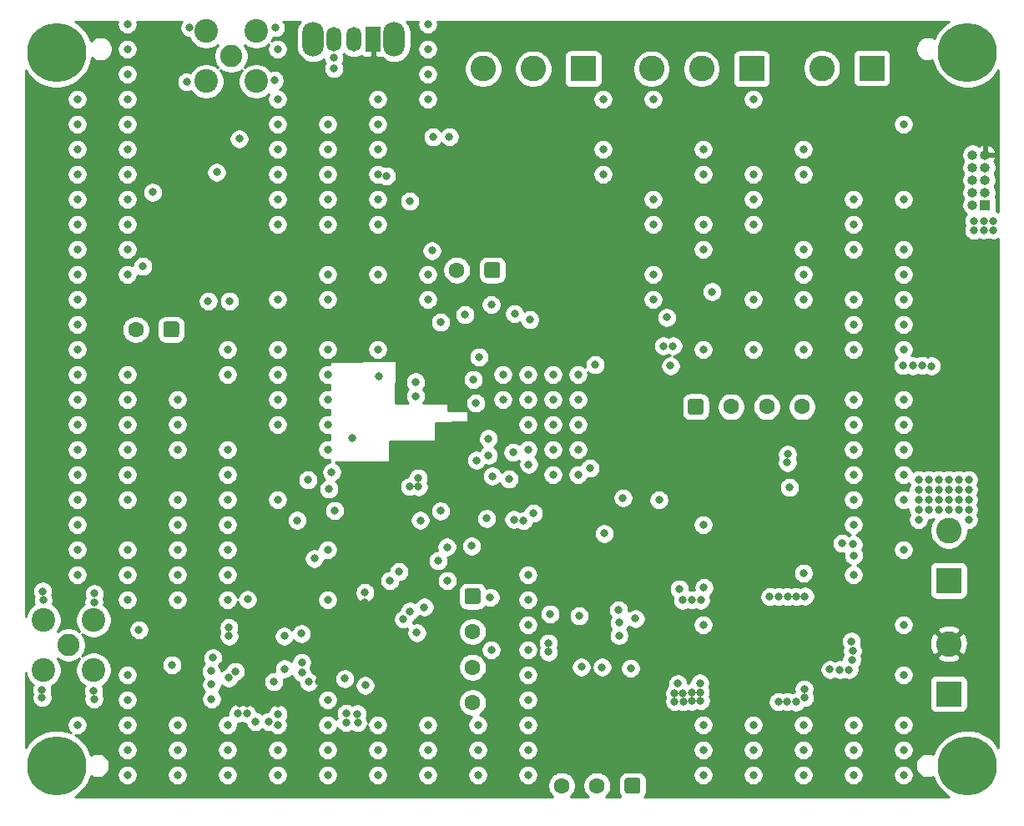
<source format=gbr>
%TF.GenerationSoftware,KiCad,Pcbnew,(5.1.8)-1*%
%TF.CreationDate,2021-01-18T01:00:06-05:00*%
%TF.ProjectId,Mercury,4d657263-7572-4792-9e6b-696361645f70,rev?*%
%TF.SameCoordinates,Original*%
%TF.FileFunction,Copper,L3,Inr*%
%TF.FilePolarity,Positive*%
%FSLAX46Y46*%
G04 Gerber Fmt 4.6, Leading zero omitted, Abs format (unit mm)*
G04 Created by KiCad (PCBNEW (5.1.8)-1) date 2021-01-18 01:00:06*
%MOMM*%
%LPD*%
G01*
G04 APERTURE LIST*
%TA.AperFunction,ComponentPad*%
%ADD10C,1.600000*%
%TD*%
%TA.AperFunction,ComponentPad*%
%ADD11R,2.600000X2.600000*%
%TD*%
%TA.AperFunction,ComponentPad*%
%ADD12C,2.600000*%
%TD*%
%TA.AperFunction,ComponentPad*%
%ADD13C,6.000000*%
%TD*%
%TA.AperFunction,ComponentPad*%
%ADD14C,0.800000*%
%TD*%
%TA.AperFunction,ComponentPad*%
%ADD15O,1.000000X1.000000*%
%TD*%
%TA.AperFunction,ComponentPad*%
%ADD16R,1.000000X1.000000*%
%TD*%
%TA.AperFunction,ComponentPad*%
%ADD17C,2.250000*%
%TD*%
%TA.AperFunction,ComponentPad*%
%ADD18C,2.400000*%
%TD*%
%TA.AperFunction,ComponentPad*%
%ADD19O,2.200000X3.500000*%
%TD*%
%TA.AperFunction,ComponentPad*%
%ADD20O,1.500000X2.500000*%
%TD*%
%TA.AperFunction,ComponentPad*%
%ADD21R,1.500000X2.500000*%
%TD*%
%TA.AperFunction,ViaPad*%
%ADD22C,0.800000*%
%TD*%
%TA.AperFunction,Conductor*%
%ADD23C,0.254000*%
%TD*%
%TA.AperFunction,Conductor*%
%ADD24C,0.100000*%
%TD*%
G04 APERTURE END LIST*
%TO.N,Net-(J5-Pad1)*%
%TO.C,J5*%
%TA.AperFunction,ComponentPad*%
G36*
G01*
X59870000Y-75040000D02*
X60970000Y-75040000D01*
G75*
G02*
X61220000Y-75290000I0J-250000D01*
G01*
X61220000Y-76390000D01*
G75*
G02*
X60970000Y-76640000I-250000J0D01*
G01*
X59870000Y-76640000D01*
G75*
G02*
X59620000Y-76390000I0J250000D01*
G01*
X59620000Y-75290000D01*
G75*
G02*
X59870000Y-75040000I250000J0D01*
G01*
G37*
%TD.AperFunction*%
D10*
%TO.N,Net-(J5-Pad2)*%
X60420000Y-79440000D03*
%TO.N,Net-(J5-Pad3)*%
X60420000Y-83040000D03*
%TO.N,Net-(J5-Pad4)*%
X60420000Y-86640000D03*
%TD*%
D11*
%TO.N,V+*%
%TO.C,J8*%
X108720000Y-74240000D03*
D12*
%TO.N,GND*%
X108720000Y-69160000D03*
%TD*%
%TO.N,Net-(J3-Pad1)*%
%TO.C,J3*%
%TA.AperFunction,ComponentPad*%
G36*
G01*
X77444500Y-94509500D02*
X77444500Y-95609500D01*
G75*
G02*
X77194500Y-95859500I-250000J0D01*
G01*
X76094500Y-95859500D01*
G75*
G02*
X75844500Y-95609500I0J250000D01*
G01*
X75844500Y-94509500D01*
G75*
G02*
X76094500Y-94259500I250000J0D01*
G01*
X77194500Y-94259500D01*
G75*
G02*
X77444500Y-94509500I0J-250000D01*
G01*
G37*
%TD.AperFunction*%
D10*
%TO.N,Net-(J3-Pad2)*%
X73044500Y-95059500D03*
%TO.N,Net-(J3-Pad3)*%
X69444500Y-95059500D03*
%TD*%
D13*
%TO.N,GND*%
%TO.C,H4*%
X110620000Y-20640000D03*
D14*
X108370000Y-20640000D03*
X109029010Y-19049010D03*
X110620000Y-18390000D03*
X112210990Y-19049010D03*
X112870000Y-20640000D03*
X112210990Y-22230990D03*
X110620000Y-22890000D03*
X109029010Y-22230990D03*
%TD*%
%TO.N,Net-(J6-Pad1)*%
%TO.C,J6*%
%TA.AperFunction,ComponentPad*%
G36*
G01*
X82260000Y-57160000D02*
X82260000Y-56060000D01*
G75*
G02*
X82510000Y-55810000I250000J0D01*
G01*
X83610000Y-55810000D01*
G75*
G02*
X83860000Y-56060000I0J-250000D01*
G01*
X83860000Y-57160000D01*
G75*
G02*
X83610000Y-57410000I-250000J0D01*
G01*
X82510000Y-57410000D01*
G75*
G02*
X82260000Y-57160000I0J250000D01*
G01*
G37*
%TD.AperFunction*%
D10*
%TO.N,Net-(J6-Pad2)*%
X86660000Y-56610000D03*
%TO.N,Net-(J6-Pad3)*%
X90260000Y-56610000D03*
%TO.N,Net-(J6-Pad4)*%
X93860000Y-56610000D03*
%TD*%
%TO.N,Net-(J2-Pad1)*%
%TO.C,J2*%
%TA.AperFunction,ComponentPad*%
G36*
G01*
X63220000Y-42190000D02*
X63220000Y-43290000D01*
G75*
G02*
X62970000Y-43540000I-250000J0D01*
G01*
X61870000Y-43540000D01*
G75*
G02*
X61620000Y-43290000I0J250000D01*
G01*
X61620000Y-42190000D01*
G75*
G02*
X61870000Y-41940000I250000J0D01*
G01*
X62970000Y-41940000D01*
G75*
G02*
X63220000Y-42190000I0J-250000D01*
G01*
G37*
%TD.AperFunction*%
%TO.N,Net-(J2-Pad2)*%
X58820000Y-42740000D03*
%TD*%
D13*
%TO.N,GND*%
%TO.C,H3*%
X18220000Y-20640000D03*
D14*
X15970000Y-20640000D03*
X16629010Y-19049010D03*
X18220000Y-18390000D03*
X19810990Y-19049010D03*
X20470000Y-20640000D03*
X19810990Y-22230990D03*
X18220000Y-22890000D03*
X16629010Y-22230990D03*
%TD*%
D13*
%TO.N,GND*%
%TO.C,H2*%
X18220000Y-93040000D03*
D14*
X15970000Y-93040000D03*
X16629010Y-91449010D03*
X18220000Y-90790000D03*
X19810990Y-91449010D03*
X20470000Y-93040000D03*
X19810990Y-94630990D03*
X18220000Y-95290000D03*
X16629010Y-94630990D03*
%TD*%
D13*
%TO.N,GND*%
%TO.C,H1*%
X110620000Y-93040000D03*
D14*
X108370000Y-93040000D03*
X109029010Y-91449010D03*
X110620000Y-90790000D03*
X112210990Y-91449010D03*
X112870000Y-93040000D03*
X112210990Y-94630990D03*
X110620000Y-95290000D03*
X109029010Y-94630990D03*
%TD*%
%TO.N,Net-(J4-Pad1)*%
%TO.C,J4*%
%TA.AperFunction,ComponentPad*%
G36*
G01*
X30645000Y-48218000D02*
X30645000Y-49318000D01*
G75*
G02*
X30395000Y-49568000I-250000J0D01*
G01*
X29295000Y-49568000D01*
G75*
G02*
X29045000Y-49318000I0J250000D01*
G01*
X29045000Y-48218000D01*
G75*
G02*
X29295000Y-47968000I250000J0D01*
G01*
X30395000Y-47968000D01*
G75*
G02*
X30645000Y-48218000I0J-250000D01*
G01*
G37*
%TD.AperFunction*%
D10*
%TO.N,Net-(J4-Pad2)*%
X26245000Y-48768000D03*
%TD*%
D15*
%TO.N,Net-(J1-Pad10)*%
%TO.C,J1*%
X111150000Y-31060000D03*
%TO.N,+3V3*%
X112420000Y-31060000D03*
%TO.N,Net-(J1-Pad8)*%
X111150000Y-32330000D03*
%TO.N,GND*%
X112420000Y-32330000D03*
%TO.N,Net-(J1-Pad6)*%
X111150000Y-33600000D03*
%TO.N,GND*%
X112420000Y-33600000D03*
%TO.N,Net-(J1-Pad4)*%
X111150000Y-34870000D03*
%TO.N,Net-(J1-Pad3)*%
X112420000Y-34870000D03*
%TO.N,Net-(J1-Pad2)*%
X111150000Y-36140000D03*
D16*
%TO.N,GND*%
X112420000Y-36140000D03*
%TD*%
D12*
%TO.N,Input1*%
%TO.C,J9*%
X61480500Y-22309500D03*
%TO.N,Input2*%
X66560500Y-22309500D03*
D11*
%TO.N,Input3*%
X71640500Y-22309500D03*
%TD*%
%TO.N,Output1*%
%TO.C,J10*%
X88722000Y-22309500D03*
D12*
%TO.N,Output2*%
X83642000Y-22309500D03*
%TO.N,Output3*%
X78562000Y-22309500D03*
%TD*%
%TO.N,AGPIO1*%
%TO.C,J11*%
X95840000Y-22240000D03*
D11*
%TO.N,AGPIO2*%
X100920000Y-22240000D03*
%TD*%
%TO.N,+5V*%
%TO.C,J12*%
X108720000Y-85740000D03*
D12*
%TO.N,+3V3*%
X108720000Y-80660000D03*
%TD*%
D17*
%TO.N,Net-(C48-Pad1)*%
%TO.C,J13*%
X35920000Y-21040000D03*
D18*
%TO.N,GND*%
X38460000Y-23580000D03*
X33380000Y-23580000D03*
X33380000Y-18500000D03*
X38460000Y-18500000D03*
%TD*%
%TO.N,GND*%
%TO.C,J14*%
X16891000Y-83312000D03*
X21971000Y-83312000D03*
X21971000Y-78232000D03*
X16891000Y-78232000D03*
D17*
%TO.N,Net-(C44-Pad1)*%
X19431000Y-80772000D03*
%TD*%
D19*
%TO.N,*%
%TO.C,SW1*%
X44255500Y-19316700D03*
X52455500Y-19316700D03*
D20*
%TO.N,GND*%
X46355500Y-19316700D03*
%TO.N,Net-(R1-Pad1)*%
X48355500Y-19316700D03*
D21*
%TO.N,+3V3*%
X50355500Y-19316700D03*
%TD*%
D22*
%TO.N,*%
X35560000Y-53340000D03*
X45720000Y-60960000D03*
%TO.N,+3V3*%
X64260000Y-38430000D03*
X49469500Y-76489500D03*
X53340000Y-32470000D03*
X53310000Y-33940000D03*
X60310000Y-38350000D03*
X59620000Y-39070000D03*
X58900000Y-30970000D03*
X32920000Y-44170000D03*
X33610000Y-43540000D03*
X34650000Y-43490000D03*
X36580000Y-44180000D03*
X36380000Y-43340000D03*
X79220000Y-64700000D03*
X73930000Y-66760000D03*
X74920000Y-66800000D03*
X61490000Y-57340000D03*
X57380000Y-55580000D03*
X59190000Y-68040000D03*
X61620000Y-48470000D03*
X58850000Y-50570000D03*
X52910000Y-80100000D03*
X52090000Y-80120000D03*
X44800000Y-84550000D03*
X45690000Y-83730000D03*
X40670000Y-86690000D03*
X39840000Y-85880000D03*
X37570000Y-86720000D03*
X36750000Y-86710000D03*
X31380000Y-86350000D03*
X31430000Y-84880000D03*
X31440000Y-83490000D03*
X35000000Y-82940000D03*
X50280000Y-86440000D03*
X71530000Y-81410000D03*
X73500000Y-81470000D03*
X69920000Y-80480000D03*
X69950000Y-77970000D03*
X78160000Y-82190000D03*
X94920000Y-63530000D03*
X94120000Y-62660000D03*
X81030000Y-66980000D03*
X81010000Y-67850000D03*
X81850000Y-67830000D03*
X81880000Y-66990000D03*
X82210000Y-71840000D03*
X81290000Y-72000000D03*
X81230000Y-72940000D03*
X81240000Y-73850000D03*
X80330000Y-73880000D03*
X80340000Y-72910000D03*
X80330000Y-71960000D03*
X82150000Y-70880000D03*
X81240000Y-70920000D03*
X80280000Y-70940000D03*
X79360000Y-70910000D03*
X79410000Y-72010000D03*
X79430000Y-72980000D03*
X79460000Y-73960000D03*
X105550000Y-80210000D03*
X104643334Y-80200000D03*
X103736668Y-80180000D03*
X102830000Y-80160000D03*
X104613334Y-81130000D03*
X102800000Y-81090000D03*
X103706668Y-81110000D03*
X105520000Y-81140000D03*
X50397400Y-21230000D03*
X50417400Y-22180000D03*
X112430000Y-29710000D03*
X111430000Y-29700000D03*
X73753870Y-76711449D03*
X74220000Y-72990000D03*
X77920000Y-49665000D03*
X77095000Y-49665000D03*
X60820000Y-59640000D03*
X63554338Y-39165662D03*
X44810000Y-78750000D03*
%TO.N,GND*%
X31740000Y-18150000D03*
X22010000Y-76450000D03*
X53410000Y-78170000D03*
X26960000Y-42350000D03*
X73780000Y-69480000D03*
X75670000Y-65860000D03*
X50920000Y-53540000D03*
X79340000Y-66060000D03*
X62420000Y-63640000D03*
X57170000Y-67180000D03*
X45840000Y-64970000D03*
X35760000Y-45880000D03*
X33600000Y-45890000D03*
X36740000Y-29420000D03*
X34460000Y-32810000D03*
X51670000Y-33180000D03*
X54030000Y-35750000D03*
X58070000Y-29210000D03*
X56410000Y-29240000D03*
X56300000Y-40770000D03*
X61060000Y-51570000D03*
X62010000Y-59840000D03*
X54930000Y-64730000D03*
X54030000Y-64720000D03*
X54900000Y-63850000D03*
X72860000Y-52350000D03*
X68110000Y-80600000D03*
X68120000Y-81500000D03*
X68280000Y-77650000D03*
X71230000Y-77830000D03*
X75230000Y-77230000D03*
X106970000Y-52470000D03*
X106020000Y-52440000D03*
X105090000Y-52460000D03*
X104100000Y-52430000D03*
X112300000Y-37760000D03*
X112290000Y-38680000D03*
X111270000Y-37750000D03*
X111270000Y-38690000D03*
X113250000Y-38670000D03*
X113250000Y-37740000D03*
X79780000Y-50440000D03*
X60750000Y-56250000D03*
X54640000Y-54090000D03*
X54630000Y-55520000D03*
X57180000Y-48030000D03*
X59650000Y-47270000D03*
X54760000Y-79540000D03*
X43790000Y-84540000D03*
X43100000Y-83610000D03*
X43100000Y-82550000D03*
X37510000Y-87730000D03*
X36640000Y-87710000D03*
X40680000Y-87790000D03*
X39760000Y-88570000D03*
X38410000Y-88570000D03*
X33890000Y-83450000D03*
X33930000Y-84800000D03*
X33930000Y-86270000D03*
X29940000Y-82810000D03*
X34080000Y-82090000D03*
X26570000Y-79250000D03*
X21980000Y-85460000D03*
X16730000Y-85340000D03*
X16860000Y-76250000D03*
X22010000Y-86270000D03*
X16740000Y-86120000D03*
X16810000Y-75330000D03*
X22030000Y-75570000D03*
X36340000Y-83490000D03*
X40250000Y-84520000D03*
X41330000Y-83210000D03*
X41320000Y-79890000D03*
X37590000Y-76160000D03*
X43060000Y-79640000D03*
X47460000Y-84210000D03*
X49530000Y-84880000D03*
X49500000Y-75470000D03*
X47600000Y-87740000D03*
X48730000Y-87770000D03*
X52030000Y-74250000D03*
X52950000Y-73340000D03*
X44370000Y-72010000D03*
X73550000Y-83040000D03*
X71460000Y-83020000D03*
X83480000Y-84640000D03*
X81240000Y-84710000D03*
X83510000Y-85600000D03*
X82630000Y-85630000D03*
X81770000Y-85680000D03*
X80930000Y-85700000D03*
X83550000Y-86450000D03*
X82670000Y-86490000D03*
X81780000Y-86530000D03*
X80930000Y-86530000D03*
X92350000Y-86520000D03*
X91440000Y-86550000D03*
X93240000Y-86570000D03*
X94070000Y-85250000D03*
X94090000Y-86140000D03*
X97690000Y-83300000D03*
X96680000Y-83270000D03*
X98620000Y-83290000D03*
X98900000Y-82290000D03*
X98970000Y-81380000D03*
X98860000Y-80420000D03*
X92370000Y-75880000D03*
X91490000Y-75880000D03*
X90570000Y-75880000D03*
X93240000Y-75860000D03*
X93990000Y-73500000D03*
X94130000Y-75840000D03*
X82630000Y-76230000D03*
X83570000Y-76240000D03*
X81730000Y-76250000D03*
X81390000Y-75090000D03*
X83890000Y-74950000D03*
X99080000Y-71700000D03*
X97920000Y-70470000D03*
X99050000Y-70570000D03*
X46337400Y-21220000D03*
X46347400Y-22300000D03*
X31430000Y-23650000D03*
X40410000Y-18150000D03*
X40310000Y-23480000D03*
X80760000Y-50440000D03*
X92360000Y-62270000D03*
X92380000Y-61430000D03*
X104140000Y-93980000D03*
X88900000Y-93980000D03*
X83820000Y-93980000D03*
X104140000Y-91440000D03*
X99060000Y-91440000D03*
X93980000Y-91440000D03*
X93980000Y-93980000D03*
X99060000Y-93980000D03*
X104140000Y-88900000D03*
X99060000Y-88900000D03*
X93980000Y-88900000D03*
X88900000Y-88900000D03*
X88900000Y-91440000D03*
X83820000Y-91440000D03*
X83820000Y-88900000D03*
X110744000Y-67056000D03*
X109728000Y-67056000D03*
X108712000Y-67056000D03*
X107696000Y-67056000D03*
X106680000Y-67056000D03*
X110744000Y-66040000D03*
X109728000Y-66040000D03*
X108712000Y-66040000D03*
X107696000Y-66040000D03*
X106680000Y-66040000D03*
X110744000Y-65024000D03*
X109728000Y-65024000D03*
X108712000Y-65024000D03*
X107696000Y-65024000D03*
X106680000Y-65024000D03*
X110744000Y-64008000D03*
X109728000Y-64008000D03*
X108712000Y-64008000D03*
X107696000Y-64008000D03*
X106680000Y-64008000D03*
X105664000Y-67056000D03*
X105664000Y-66040000D03*
X105664000Y-65024000D03*
X105664000Y-64008000D03*
X105664000Y-68072000D03*
X110744000Y-68072000D03*
X75279990Y-79830000D03*
X66040000Y-93980000D03*
X66040000Y-91440000D03*
X66040000Y-88900000D03*
X60960000Y-88900000D03*
X60960000Y-91440000D03*
X60960000Y-93980000D03*
X55880000Y-93980000D03*
X55880000Y-91440000D03*
X55880000Y-88900000D03*
X50800000Y-88900000D03*
X50800000Y-93980000D03*
X50800000Y-91440000D03*
X45720000Y-88900000D03*
X45720000Y-91440000D03*
X45720000Y-93980000D03*
X40640000Y-88900000D03*
X40640000Y-91440000D03*
X40640000Y-93980000D03*
X35560000Y-93980000D03*
X35560000Y-91440000D03*
X35560000Y-88900000D03*
X30480000Y-88900000D03*
X30480000Y-91440000D03*
X30480000Y-93980000D03*
X25400000Y-88900000D03*
X25400000Y-91440000D03*
X25400000Y-93980000D03*
X20320000Y-88900000D03*
X25400000Y-86360000D03*
X25400000Y-83820000D03*
X25400000Y-76200000D03*
X25400000Y-73660000D03*
X25400000Y-71120000D03*
X25400000Y-63500000D03*
X25400000Y-60960000D03*
X25400000Y-58420000D03*
X25400000Y-55880000D03*
X25400000Y-53340000D03*
X25400000Y-43180000D03*
X25400000Y-40640000D03*
X25400000Y-38100000D03*
X25400000Y-35560000D03*
X25400000Y-33020000D03*
X25400000Y-30480000D03*
X25400000Y-27940000D03*
X25400000Y-25400000D03*
X25400000Y-22860000D03*
X25400000Y-20320000D03*
X25400000Y-17780000D03*
X20320000Y-25400000D03*
X20320000Y-27940000D03*
X20320000Y-30480000D03*
X20320000Y-33020000D03*
X20320000Y-35560000D03*
X20320000Y-38100000D03*
X20320000Y-40640000D03*
X20320000Y-43180000D03*
X20320000Y-45720000D03*
X20320000Y-48260000D03*
X20320000Y-50800000D03*
X20320000Y-53340000D03*
X20320000Y-55880000D03*
X20320000Y-58420000D03*
X20320000Y-60960000D03*
X20320000Y-66040000D03*
X20320000Y-63500000D03*
X20320000Y-68580000D03*
X20320000Y-71120000D03*
X20320000Y-73660000D03*
X30480000Y-76200000D03*
X30480000Y-71120000D03*
X30480000Y-73660000D03*
X30480000Y-68580000D03*
X30480000Y-60960000D03*
X30480000Y-58420000D03*
X30480000Y-55880000D03*
X48172331Y-59789990D03*
X35560000Y-76200000D03*
X35560000Y-73660000D03*
X35560000Y-71120000D03*
X35560000Y-68580000D03*
X35560000Y-66040000D03*
X35560000Y-63500000D03*
X35560000Y-60960000D03*
X35560000Y-50800000D03*
X40640000Y-50800000D03*
X40640000Y-53340000D03*
X40640000Y-55880000D03*
X40640000Y-58420000D03*
X40640000Y-66040000D03*
X40640000Y-45720000D03*
X40640000Y-38100000D03*
X40640000Y-35560000D03*
X40640000Y-33020000D03*
X40640000Y-30480000D03*
X40640000Y-27940000D03*
X40640000Y-25400000D03*
X40640000Y-20320000D03*
X45720000Y-27940000D03*
X45720000Y-30480000D03*
X45720000Y-33020000D03*
X45720000Y-35560000D03*
X45720000Y-38100000D03*
X45720000Y-43180000D03*
X45720000Y-45720000D03*
X45720000Y-50800000D03*
X45720000Y-53340000D03*
X45720000Y-55880000D03*
X45720000Y-58420000D03*
X45720000Y-71120000D03*
X45720000Y-76200000D03*
X45720000Y-86360000D03*
X66040000Y-86360000D03*
X66040000Y-83820000D03*
X66040000Y-81280000D03*
X66040000Y-78740000D03*
X66040000Y-76200000D03*
X66040000Y-73660000D03*
X66040000Y-60960000D03*
X66040000Y-58420000D03*
X66040000Y-55880000D03*
X66040000Y-53340000D03*
X63500000Y-55880000D03*
X63500000Y-53340000D03*
X68580000Y-53340000D03*
X68580000Y-55880000D03*
X68580000Y-58420000D03*
X68580000Y-60960000D03*
X68580000Y-63500000D03*
X71120000Y-63500000D03*
X71120000Y-60960000D03*
X71120000Y-58420000D03*
X71120000Y-55880000D03*
X71120000Y-53340000D03*
X50800000Y-25400000D03*
X50800000Y-27940000D03*
X50800000Y-30480000D03*
X50800000Y-33020000D03*
X50800000Y-35560000D03*
X50800000Y-38100000D03*
X50800000Y-43180000D03*
X50800000Y-50800000D03*
X55880000Y-17780000D03*
X55880000Y-20320000D03*
X55880000Y-25400000D03*
X55880000Y-22860000D03*
X55880000Y-43180000D03*
X55880000Y-45720000D03*
X35680000Y-84120000D03*
X47590000Y-88650000D03*
X48760000Y-88680000D03*
X35710000Y-79880000D03*
X35700000Y-79020000D03*
X104140000Y-83820000D03*
X104140000Y-78740000D03*
X99060000Y-73660000D03*
X104140000Y-71120000D03*
X104140000Y-66040000D03*
X104140000Y-60960000D03*
X104140000Y-55880000D03*
X99060000Y-55880000D03*
X99060000Y-60960000D03*
X99060000Y-66040000D03*
X99060000Y-68580000D03*
X104140000Y-50800000D03*
X99060000Y-50800000D03*
X93980000Y-50800000D03*
X88900000Y-50800000D03*
X83820000Y-50800000D03*
X83820000Y-68580000D03*
X83820000Y-78740000D03*
X104140000Y-45720000D03*
X99060000Y-45720000D03*
X93980000Y-45720000D03*
X88900000Y-45720000D03*
X104140000Y-40640000D03*
X99060000Y-40640000D03*
X93980000Y-40640000D03*
X83820000Y-40640000D03*
X99060000Y-63500000D03*
X99060000Y-58420000D03*
X99060000Y-48260000D03*
X104140000Y-48260000D03*
X104140000Y-58420000D03*
X104140000Y-63500000D03*
X104140000Y-43180000D03*
X93980000Y-43180000D03*
X83820000Y-38100000D03*
X93980000Y-33020000D03*
X99060000Y-38100000D03*
X99060000Y-35560000D03*
X104140000Y-35560000D03*
X83820000Y-33020000D03*
X93980000Y-30480000D03*
X83820000Y-30480000D03*
X88900000Y-38100000D03*
X88900000Y-35560000D03*
X88900000Y-33020000D03*
X88900000Y-25400000D03*
X78740000Y-45720000D03*
X78740000Y-43180000D03*
X78740000Y-38100000D03*
X78740000Y-35560000D03*
X78740000Y-25400000D03*
X73660000Y-25400000D03*
X73660000Y-30480000D03*
X73660000Y-33020000D03*
X104140000Y-27940000D03*
X25400000Y-66040000D03*
X30480000Y-66040000D03*
%TO.N,I2C1_SCL*%
X64680000Y-47170000D03*
X62319990Y-46240000D03*
%TO.N,I2C2_SDA*%
X76450000Y-83150000D03*
X76945010Y-78110000D03*
X75279990Y-78540000D03*
%TO.N,SWDIO*%
X84720000Y-44940000D03*
X80500000Y-52460000D03*
%TO.N,SWO*%
X80120000Y-47540000D03*
X66220000Y-47765000D03*
%TO.N,UART1_TX*%
X60820000Y-62040000D03*
X43720000Y-64040000D03*
%TO.N,UART1_RX*%
X62020000Y-61540000D03*
X46120024Y-63240000D03*
%TO.N,SPI1_SCK*%
X62220000Y-75940000D03*
X62306200Y-81280000D03*
%TO.N,RF_CS*%
X64120000Y-63940000D03*
X61851490Y-67940000D03*
%TO.N,SPI2_MISO*%
X72320000Y-62840000D03*
X92563000Y-64797000D03*
%TO.N,RF_HGM*%
X64601500Y-68058500D03*
X57820000Y-70840000D03*
X55120000Y-68140000D03*
X42620000Y-68140000D03*
%TO.N,RF_LNA_EN*%
X64520000Y-61240000D03*
X46420000Y-67140000D03*
%TO.N,RF_PA_EN*%
X65601500Y-68158500D03*
X56920000Y-72240000D03*
%TO.N,RF_GPO1*%
X60320000Y-70740000D03*
X66110000Y-62460000D03*
X55520000Y-76940000D03*
X57839662Y-74259662D03*
%TO.N,RF_GPO0*%
X66601500Y-67421500D03*
X54060000Y-77360000D03*
%TO.N,~GPS_SAFEBOOT*%
X60490000Y-53840000D03*
X27960000Y-34850000D03*
%TD*%
D23*
%TO.N,+3V3*%
X24365000Y-17678061D02*
X24365000Y-17881939D01*
X24404774Y-18081898D01*
X24482795Y-18270256D01*
X24596063Y-18439774D01*
X24740226Y-18583937D01*
X24909744Y-18697205D01*
X25098102Y-18775226D01*
X25298061Y-18815000D01*
X25501939Y-18815000D01*
X25701898Y-18775226D01*
X25890256Y-18697205D01*
X26059774Y-18583937D01*
X26203937Y-18439774D01*
X26317205Y-18270256D01*
X26395226Y-18081898D01*
X26435000Y-17881939D01*
X26435000Y-17678061D01*
X26399582Y-17500000D01*
X30929532Y-17500000D01*
X30822795Y-17659744D01*
X30744774Y-17848102D01*
X30705000Y-18048061D01*
X30705000Y-18251939D01*
X30744774Y-18451898D01*
X30822795Y-18640256D01*
X30936063Y-18809774D01*
X31080226Y-18953937D01*
X31249744Y-19067205D01*
X31438102Y-19145226D01*
X31638061Y-19185000D01*
X31677546Y-19185000D01*
X31753844Y-19369199D01*
X31954662Y-19669744D01*
X32210256Y-19925338D01*
X32510801Y-20126156D01*
X32844750Y-20264482D01*
X33199268Y-20335000D01*
X33560732Y-20335000D01*
X33915250Y-20264482D01*
X34249199Y-20126156D01*
X34546701Y-19927372D01*
X34360308Y-20206327D01*
X34227636Y-20526627D01*
X34160000Y-20866655D01*
X34160000Y-21213345D01*
X34227636Y-21553373D01*
X34360308Y-21873673D01*
X34546701Y-22152628D01*
X34249199Y-21953844D01*
X33915250Y-21815518D01*
X33560732Y-21745000D01*
X33199268Y-21745000D01*
X32844750Y-21815518D01*
X32510801Y-21953844D01*
X32210256Y-22154662D01*
X31954662Y-22410256D01*
X31778408Y-22674039D01*
X31731898Y-22654774D01*
X31531939Y-22615000D01*
X31328061Y-22615000D01*
X31128102Y-22654774D01*
X30939744Y-22732795D01*
X30770226Y-22846063D01*
X30626063Y-22990226D01*
X30512795Y-23159744D01*
X30434774Y-23348102D01*
X30395000Y-23548061D01*
X30395000Y-23751939D01*
X30434774Y-23951898D01*
X30512795Y-24140256D01*
X30626063Y-24309774D01*
X30770226Y-24453937D01*
X30939744Y-24567205D01*
X31128102Y-24645226D01*
X31328061Y-24685000D01*
X31531939Y-24685000D01*
X31731898Y-24645226D01*
X31851675Y-24595613D01*
X31954662Y-24749744D01*
X32210256Y-25005338D01*
X32510801Y-25206156D01*
X32844750Y-25344482D01*
X33199268Y-25415000D01*
X33560732Y-25415000D01*
X33915250Y-25344482D01*
X34249199Y-25206156D01*
X34549744Y-25005338D01*
X34805338Y-24749744D01*
X35006156Y-24449199D01*
X35144482Y-24115250D01*
X35215000Y-23760732D01*
X35215000Y-23399268D01*
X35144482Y-23044750D01*
X35006156Y-22710801D01*
X34807372Y-22413299D01*
X35086327Y-22599692D01*
X35406627Y-22732364D01*
X35746655Y-22800000D01*
X36093345Y-22800000D01*
X36433373Y-22732364D01*
X36753673Y-22599692D01*
X37032628Y-22413299D01*
X36833844Y-22710801D01*
X36695518Y-23044750D01*
X36625000Y-23399268D01*
X36625000Y-23760732D01*
X36695518Y-24115250D01*
X36833844Y-24449199D01*
X37034662Y-24749744D01*
X37290256Y-25005338D01*
X37590801Y-25206156D01*
X37924750Y-25344482D01*
X38279268Y-25415000D01*
X38640732Y-25415000D01*
X38995250Y-25344482D01*
X39329199Y-25206156D01*
X39629744Y-25005338D01*
X39720997Y-24914085D01*
X39644774Y-25098102D01*
X39605000Y-25298061D01*
X39605000Y-25501939D01*
X39644774Y-25701898D01*
X39722795Y-25890256D01*
X39836063Y-26059774D01*
X39980226Y-26203937D01*
X40149744Y-26317205D01*
X40338102Y-26395226D01*
X40538061Y-26435000D01*
X40741939Y-26435000D01*
X40941898Y-26395226D01*
X41130256Y-26317205D01*
X41299774Y-26203937D01*
X41443937Y-26059774D01*
X41557205Y-25890256D01*
X41635226Y-25701898D01*
X41675000Y-25501939D01*
X41675000Y-25298061D01*
X49765000Y-25298061D01*
X49765000Y-25501939D01*
X49804774Y-25701898D01*
X49882795Y-25890256D01*
X49996063Y-26059774D01*
X50140226Y-26203937D01*
X50309744Y-26317205D01*
X50498102Y-26395226D01*
X50698061Y-26435000D01*
X50901939Y-26435000D01*
X51101898Y-26395226D01*
X51290256Y-26317205D01*
X51459774Y-26203937D01*
X51603937Y-26059774D01*
X51717205Y-25890256D01*
X51795226Y-25701898D01*
X51835000Y-25501939D01*
X51835000Y-25298061D01*
X54845000Y-25298061D01*
X54845000Y-25501939D01*
X54884774Y-25701898D01*
X54962795Y-25890256D01*
X55076063Y-26059774D01*
X55220226Y-26203937D01*
X55389744Y-26317205D01*
X55578102Y-26395226D01*
X55778061Y-26435000D01*
X55981939Y-26435000D01*
X56181898Y-26395226D01*
X56370256Y-26317205D01*
X56539774Y-26203937D01*
X56683937Y-26059774D01*
X56797205Y-25890256D01*
X56875226Y-25701898D01*
X56915000Y-25501939D01*
X56915000Y-25298061D01*
X72625000Y-25298061D01*
X72625000Y-25501939D01*
X72664774Y-25701898D01*
X72742795Y-25890256D01*
X72856063Y-26059774D01*
X73000226Y-26203937D01*
X73169744Y-26317205D01*
X73358102Y-26395226D01*
X73558061Y-26435000D01*
X73761939Y-26435000D01*
X73961898Y-26395226D01*
X74150256Y-26317205D01*
X74319774Y-26203937D01*
X74463937Y-26059774D01*
X74577205Y-25890256D01*
X74655226Y-25701898D01*
X74695000Y-25501939D01*
X74695000Y-25298061D01*
X77705000Y-25298061D01*
X77705000Y-25501939D01*
X77744774Y-25701898D01*
X77822795Y-25890256D01*
X77936063Y-26059774D01*
X78080226Y-26203937D01*
X78249744Y-26317205D01*
X78438102Y-26395226D01*
X78638061Y-26435000D01*
X78841939Y-26435000D01*
X79041898Y-26395226D01*
X79230256Y-26317205D01*
X79399774Y-26203937D01*
X79543937Y-26059774D01*
X79657205Y-25890256D01*
X79735226Y-25701898D01*
X79775000Y-25501939D01*
X79775000Y-25298061D01*
X87865000Y-25298061D01*
X87865000Y-25501939D01*
X87904774Y-25701898D01*
X87982795Y-25890256D01*
X88096063Y-26059774D01*
X88240226Y-26203937D01*
X88409744Y-26317205D01*
X88598102Y-26395226D01*
X88798061Y-26435000D01*
X89001939Y-26435000D01*
X89201898Y-26395226D01*
X89390256Y-26317205D01*
X89559774Y-26203937D01*
X89703937Y-26059774D01*
X89817205Y-25890256D01*
X89895226Y-25701898D01*
X89935000Y-25501939D01*
X89935000Y-25298061D01*
X89895226Y-25098102D01*
X89817205Y-24909744D01*
X89703937Y-24740226D01*
X89559774Y-24596063D01*
X89390256Y-24482795D01*
X89201898Y-24404774D01*
X89001939Y-24365000D01*
X88798061Y-24365000D01*
X88598102Y-24404774D01*
X88409744Y-24482795D01*
X88240226Y-24596063D01*
X88096063Y-24740226D01*
X87982795Y-24909744D01*
X87904774Y-25098102D01*
X87865000Y-25298061D01*
X79775000Y-25298061D01*
X79735226Y-25098102D01*
X79657205Y-24909744D01*
X79543937Y-24740226D01*
X79399774Y-24596063D01*
X79230256Y-24482795D01*
X79041898Y-24404774D01*
X78841939Y-24365000D01*
X78638061Y-24365000D01*
X78438102Y-24404774D01*
X78249744Y-24482795D01*
X78080226Y-24596063D01*
X77936063Y-24740226D01*
X77822795Y-24909744D01*
X77744774Y-25098102D01*
X77705000Y-25298061D01*
X74695000Y-25298061D01*
X74655226Y-25098102D01*
X74577205Y-24909744D01*
X74463937Y-24740226D01*
X74319774Y-24596063D01*
X74150256Y-24482795D01*
X73961898Y-24404774D01*
X73761939Y-24365000D01*
X73558061Y-24365000D01*
X73358102Y-24404774D01*
X73169744Y-24482795D01*
X73000226Y-24596063D01*
X72856063Y-24740226D01*
X72742795Y-24909744D01*
X72664774Y-25098102D01*
X72625000Y-25298061D01*
X56915000Y-25298061D01*
X56875226Y-25098102D01*
X56797205Y-24909744D01*
X56683937Y-24740226D01*
X56539774Y-24596063D01*
X56370256Y-24482795D01*
X56181898Y-24404774D01*
X55981939Y-24365000D01*
X55778061Y-24365000D01*
X55578102Y-24404774D01*
X55389744Y-24482795D01*
X55220226Y-24596063D01*
X55076063Y-24740226D01*
X54962795Y-24909744D01*
X54884774Y-25098102D01*
X54845000Y-25298061D01*
X51835000Y-25298061D01*
X51795226Y-25098102D01*
X51717205Y-24909744D01*
X51603937Y-24740226D01*
X51459774Y-24596063D01*
X51290256Y-24482795D01*
X51101898Y-24404774D01*
X50901939Y-24365000D01*
X50698061Y-24365000D01*
X50498102Y-24404774D01*
X50309744Y-24482795D01*
X50140226Y-24596063D01*
X49996063Y-24740226D01*
X49882795Y-24909744D01*
X49804774Y-25098102D01*
X49765000Y-25298061D01*
X41675000Y-25298061D01*
X41635226Y-25098102D01*
X41557205Y-24909744D01*
X41443937Y-24740226D01*
X41299774Y-24596063D01*
X41130256Y-24482795D01*
X40941898Y-24404774D01*
X40824020Y-24381327D01*
X40969774Y-24283937D01*
X41113937Y-24139774D01*
X41227205Y-23970256D01*
X41305226Y-23781898D01*
X41345000Y-23581939D01*
X41345000Y-23378061D01*
X41305226Y-23178102D01*
X41227205Y-22989744D01*
X41113937Y-22820226D01*
X40969774Y-22676063D01*
X40800256Y-22562795D01*
X40611898Y-22484774D01*
X40411939Y-22445000D01*
X40208061Y-22445000D01*
X40008102Y-22484774D01*
X39950948Y-22508448D01*
X39885338Y-22410256D01*
X39629744Y-22154662D01*
X39329199Y-21953844D01*
X38995250Y-21815518D01*
X38640732Y-21745000D01*
X38279268Y-21745000D01*
X37924750Y-21815518D01*
X37590801Y-21953844D01*
X37293299Y-22152628D01*
X37479692Y-21873673D01*
X37612364Y-21553373D01*
X37680000Y-21213345D01*
X37680000Y-20866655D01*
X37612364Y-20526627D01*
X37479692Y-20206327D01*
X37293299Y-19927372D01*
X37590801Y-20126156D01*
X37924750Y-20264482D01*
X38279268Y-20335000D01*
X38640732Y-20335000D01*
X38995250Y-20264482D01*
X39329199Y-20126156D01*
X39629744Y-19925338D01*
X39720997Y-19834085D01*
X39644774Y-20018102D01*
X39605000Y-20218061D01*
X39605000Y-20421939D01*
X39644774Y-20621898D01*
X39722795Y-20810256D01*
X39836063Y-20979774D01*
X39980226Y-21123937D01*
X40149744Y-21237205D01*
X40338102Y-21315226D01*
X40538061Y-21355000D01*
X40741939Y-21355000D01*
X40941898Y-21315226D01*
X41130256Y-21237205D01*
X41299774Y-21123937D01*
X41443937Y-20979774D01*
X41557205Y-20810256D01*
X41635226Y-20621898D01*
X41675000Y-20421939D01*
X41675000Y-20218061D01*
X41635226Y-20018102D01*
X41557205Y-19829744D01*
X41443937Y-19660226D01*
X41299774Y-19516063D01*
X41130256Y-19402795D01*
X40941898Y-19324774D01*
X40741939Y-19285000D01*
X40538061Y-19285000D01*
X40338102Y-19324774D01*
X40149744Y-19402795D01*
X39994314Y-19506649D01*
X40086156Y-19369199D01*
X40173537Y-19158242D01*
X40308061Y-19185000D01*
X40511939Y-19185000D01*
X40711898Y-19145226D01*
X40900256Y-19067205D01*
X41069774Y-18953937D01*
X41213937Y-18809774D01*
X41327205Y-18640256D01*
X41405226Y-18451898D01*
X41445000Y-18251939D01*
X41445000Y-18048061D01*
X41405226Y-17848102D01*
X41327205Y-17659744D01*
X41220468Y-17500000D01*
X42968516Y-17500000D01*
X42805922Y-17698122D01*
X42644815Y-17999532D01*
X42545605Y-18326581D01*
X42520500Y-18581475D01*
X42520500Y-20051924D01*
X42545605Y-20306818D01*
X42644814Y-20633867D01*
X42805921Y-20935277D01*
X43022734Y-21199466D01*
X43286922Y-21416279D01*
X43588332Y-21577386D01*
X43915381Y-21676595D01*
X44255500Y-21710094D01*
X44595618Y-21676595D01*
X44922667Y-21577386D01*
X45224077Y-21416279D01*
X45307541Y-21347783D01*
X45342174Y-21521898D01*
X45420195Y-21710256D01*
X45458433Y-21767483D01*
X45430195Y-21809744D01*
X45352174Y-21998102D01*
X45312400Y-22198061D01*
X45312400Y-22401939D01*
X45352174Y-22601898D01*
X45430195Y-22790256D01*
X45543463Y-22959774D01*
X45687626Y-23103937D01*
X45857144Y-23217205D01*
X46045502Y-23295226D01*
X46245461Y-23335000D01*
X46449339Y-23335000D01*
X46649298Y-23295226D01*
X46837656Y-23217205D01*
X47007174Y-23103937D01*
X47151337Y-22959774D01*
X47264605Y-22790256D01*
X47277940Y-22758061D01*
X54845000Y-22758061D01*
X54845000Y-22961939D01*
X54884774Y-23161898D01*
X54962795Y-23350256D01*
X55076063Y-23519774D01*
X55220226Y-23663937D01*
X55389744Y-23777205D01*
X55578102Y-23855226D01*
X55778061Y-23895000D01*
X55981939Y-23895000D01*
X56181898Y-23855226D01*
X56370256Y-23777205D01*
X56539774Y-23663937D01*
X56683937Y-23519774D01*
X56797205Y-23350256D01*
X56875226Y-23161898D01*
X56915000Y-22961939D01*
X56915000Y-22758061D01*
X56875226Y-22558102D01*
X56797205Y-22369744D01*
X56683937Y-22200226D01*
X56602630Y-22118919D01*
X59545500Y-22118919D01*
X59545500Y-22500081D01*
X59619861Y-22873919D01*
X59765725Y-23226066D01*
X59977487Y-23542991D01*
X60247009Y-23812513D01*
X60563934Y-24024275D01*
X60916081Y-24170139D01*
X61289919Y-24244500D01*
X61671081Y-24244500D01*
X62044919Y-24170139D01*
X62397066Y-24024275D01*
X62713991Y-23812513D01*
X62983513Y-23542991D01*
X63195275Y-23226066D01*
X63341139Y-22873919D01*
X63415500Y-22500081D01*
X63415500Y-22118919D01*
X64625500Y-22118919D01*
X64625500Y-22500081D01*
X64699861Y-22873919D01*
X64845725Y-23226066D01*
X65057487Y-23542991D01*
X65327009Y-23812513D01*
X65643934Y-24024275D01*
X65996081Y-24170139D01*
X66369919Y-24244500D01*
X66751081Y-24244500D01*
X67124919Y-24170139D01*
X67477066Y-24024275D01*
X67793991Y-23812513D01*
X68063513Y-23542991D01*
X68275275Y-23226066D01*
X68421139Y-22873919D01*
X68495500Y-22500081D01*
X68495500Y-22118919D01*
X68421139Y-21745081D01*
X68275275Y-21392934D01*
X68063513Y-21076009D01*
X67997004Y-21009500D01*
X69702428Y-21009500D01*
X69702428Y-23609500D01*
X69714688Y-23733982D01*
X69750998Y-23853680D01*
X69809963Y-23963994D01*
X69889315Y-24060685D01*
X69986006Y-24140037D01*
X70096320Y-24199002D01*
X70216018Y-24235312D01*
X70340500Y-24247572D01*
X72940500Y-24247572D01*
X73064982Y-24235312D01*
X73184680Y-24199002D01*
X73294994Y-24140037D01*
X73391685Y-24060685D01*
X73471037Y-23963994D01*
X73530002Y-23853680D01*
X73566312Y-23733982D01*
X73578572Y-23609500D01*
X73578572Y-22118919D01*
X76627000Y-22118919D01*
X76627000Y-22500081D01*
X76701361Y-22873919D01*
X76847225Y-23226066D01*
X77058987Y-23542991D01*
X77328509Y-23812513D01*
X77645434Y-24024275D01*
X77997581Y-24170139D01*
X78371419Y-24244500D01*
X78752581Y-24244500D01*
X79126419Y-24170139D01*
X79478566Y-24024275D01*
X79795491Y-23812513D01*
X80065013Y-23542991D01*
X80276775Y-23226066D01*
X80422639Y-22873919D01*
X80497000Y-22500081D01*
X80497000Y-22118919D01*
X81707000Y-22118919D01*
X81707000Y-22500081D01*
X81781361Y-22873919D01*
X81927225Y-23226066D01*
X82138987Y-23542991D01*
X82408509Y-23812513D01*
X82725434Y-24024275D01*
X83077581Y-24170139D01*
X83451419Y-24244500D01*
X83832581Y-24244500D01*
X84206419Y-24170139D01*
X84558566Y-24024275D01*
X84875491Y-23812513D01*
X85145013Y-23542991D01*
X85356775Y-23226066D01*
X85502639Y-22873919D01*
X85577000Y-22500081D01*
X85577000Y-22118919D01*
X85502639Y-21745081D01*
X85356775Y-21392934D01*
X85145013Y-21076009D01*
X85078504Y-21009500D01*
X86783928Y-21009500D01*
X86783928Y-23609500D01*
X86796188Y-23733982D01*
X86832498Y-23853680D01*
X86891463Y-23963994D01*
X86970815Y-24060685D01*
X87067506Y-24140037D01*
X87177820Y-24199002D01*
X87297518Y-24235312D01*
X87422000Y-24247572D01*
X90022000Y-24247572D01*
X90146482Y-24235312D01*
X90266180Y-24199002D01*
X90376494Y-24140037D01*
X90473185Y-24060685D01*
X90552537Y-23963994D01*
X90611502Y-23853680D01*
X90647812Y-23733982D01*
X90660072Y-23609500D01*
X90660072Y-22049419D01*
X93905000Y-22049419D01*
X93905000Y-22430581D01*
X93979361Y-22804419D01*
X94125225Y-23156566D01*
X94336987Y-23473491D01*
X94606509Y-23743013D01*
X94923434Y-23954775D01*
X95275581Y-24100639D01*
X95649419Y-24175000D01*
X96030581Y-24175000D01*
X96404419Y-24100639D01*
X96756566Y-23954775D01*
X97073491Y-23743013D01*
X97343013Y-23473491D01*
X97554775Y-23156566D01*
X97700639Y-22804419D01*
X97775000Y-22430581D01*
X97775000Y-22049419D01*
X97700639Y-21675581D01*
X97554775Y-21323434D01*
X97343013Y-21006509D01*
X97276504Y-20940000D01*
X98981928Y-20940000D01*
X98981928Y-23540000D01*
X98994188Y-23664482D01*
X99030498Y-23784180D01*
X99089463Y-23894494D01*
X99168815Y-23991185D01*
X99265506Y-24070537D01*
X99375820Y-24129502D01*
X99495518Y-24165812D01*
X99620000Y-24178072D01*
X102220000Y-24178072D01*
X102344482Y-24165812D01*
X102464180Y-24129502D01*
X102574494Y-24070537D01*
X102671185Y-23991185D01*
X102750537Y-23894494D01*
X102809502Y-23784180D01*
X102845812Y-23664482D01*
X102858072Y-23540000D01*
X102858072Y-20940000D01*
X102845812Y-20815518D01*
X102809502Y-20695820D01*
X102750537Y-20585506D01*
X102671185Y-20488815D01*
X102574494Y-20409463D01*
X102464180Y-20350498D01*
X102344482Y-20314188D01*
X102220000Y-20301928D01*
X99620000Y-20301928D01*
X99495518Y-20314188D01*
X99375820Y-20350498D01*
X99265506Y-20409463D01*
X99168815Y-20488815D01*
X99089463Y-20585506D01*
X99030498Y-20695820D01*
X98994188Y-20815518D01*
X98981928Y-20940000D01*
X97276504Y-20940000D01*
X97073491Y-20736987D01*
X96756566Y-20525225D01*
X96404419Y-20379361D01*
X96030581Y-20305000D01*
X95649419Y-20305000D01*
X95275581Y-20379361D01*
X94923434Y-20525225D01*
X94606509Y-20736987D01*
X94336987Y-21006509D01*
X94125225Y-21323434D01*
X93979361Y-21675581D01*
X93905000Y-22049419D01*
X90660072Y-22049419D01*
X90660072Y-21009500D01*
X90647812Y-20885018D01*
X90611502Y-20765320D01*
X90552537Y-20655006D01*
X90473185Y-20558315D01*
X90376494Y-20478963D01*
X90266180Y-20419998D01*
X90146482Y-20383688D01*
X90022000Y-20371428D01*
X87422000Y-20371428D01*
X87297518Y-20383688D01*
X87177820Y-20419998D01*
X87067506Y-20478963D01*
X86970815Y-20558315D01*
X86891463Y-20655006D01*
X86832498Y-20765320D01*
X86796188Y-20885018D01*
X86783928Y-21009500D01*
X85078504Y-21009500D01*
X84875491Y-20806487D01*
X84558566Y-20594725D01*
X84206419Y-20448861D01*
X83832581Y-20374500D01*
X83451419Y-20374500D01*
X83077581Y-20448861D01*
X82725434Y-20594725D01*
X82408509Y-20806487D01*
X82138987Y-21076009D01*
X81927225Y-21392934D01*
X81781361Y-21745081D01*
X81707000Y-22118919D01*
X80497000Y-22118919D01*
X80422639Y-21745081D01*
X80276775Y-21392934D01*
X80065013Y-21076009D01*
X79795491Y-20806487D01*
X79478566Y-20594725D01*
X79126419Y-20448861D01*
X78752581Y-20374500D01*
X78371419Y-20374500D01*
X77997581Y-20448861D01*
X77645434Y-20594725D01*
X77328509Y-20806487D01*
X77058987Y-21076009D01*
X76847225Y-21392934D01*
X76701361Y-21745081D01*
X76627000Y-22118919D01*
X73578572Y-22118919D01*
X73578572Y-21009500D01*
X73566312Y-20885018D01*
X73530002Y-20765320D01*
X73471037Y-20655006D01*
X73391685Y-20558315D01*
X73294994Y-20478963D01*
X73184680Y-20419998D01*
X73064982Y-20383688D01*
X72940500Y-20371428D01*
X70340500Y-20371428D01*
X70216018Y-20383688D01*
X70096320Y-20419998D01*
X69986006Y-20478963D01*
X69889315Y-20558315D01*
X69809963Y-20655006D01*
X69750998Y-20765320D01*
X69714688Y-20885018D01*
X69702428Y-21009500D01*
X67997004Y-21009500D01*
X67793991Y-20806487D01*
X67477066Y-20594725D01*
X67124919Y-20448861D01*
X66751081Y-20374500D01*
X66369919Y-20374500D01*
X65996081Y-20448861D01*
X65643934Y-20594725D01*
X65327009Y-20806487D01*
X65057487Y-21076009D01*
X64845725Y-21392934D01*
X64699861Y-21745081D01*
X64625500Y-22118919D01*
X63415500Y-22118919D01*
X63341139Y-21745081D01*
X63195275Y-21392934D01*
X62983513Y-21076009D01*
X62713991Y-20806487D01*
X62397066Y-20594725D01*
X62044919Y-20448861D01*
X61671081Y-20374500D01*
X61289919Y-20374500D01*
X60916081Y-20448861D01*
X60563934Y-20594725D01*
X60247009Y-20806487D01*
X59977487Y-21076009D01*
X59765725Y-21392934D01*
X59619861Y-21745081D01*
X59545500Y-22118919D01*
X56602630Y-22118919D01*
X56539774Y-22056063D01*
X56370256Y-21942795D01*
X56181898Y-21864774D01*
X55981939Y-21825000D01*
X55778061Y-21825000D01*
X55578102Y-21864774D01*
X55389744Y-21942795D01*
X55220226Y-22056063D01*
X55076063Y-22200226D01*
X54962795Y-22369744D01*
X54884774Y-22558102D01*
X54845000Y-22758061D01*
X47277940Y-22758061D01*
X47342626Y-22601898D01*
X47382400Y-22401939D01*
X47382400Y-22198061D01*
X47342626Y-21998102D01*
X47264605Y-21809744D01*
X47226367Y-21752517D01*
X47254605Y-21710256D01*
X47332626Y-21521898D01*
X47372400Y-21321939D01*
X47372400Y-21118061D01*
X47332626Y-20918102D01*
X47298123Y-20834804D01*
X47339580Y-20800781D01*
X47355500Y-20781383D01*
X47371419Y-20800780D01*
X47582312Y-20973857D01*
X47822919Y-21102464D01*
X48083993Y-21181660D01*
X48355500Y-21208401D01*
X48627006Y-21181660D01*
X48888080Y-21102464D01*
X49121385Y-20977760D01*
X49154315Y-21017885D01*
X49251006Y-21097237D01*
X49361320Y-21156202D01*
X49481018Y-21192512D01*
X49605500Y-21204772D01*
X50069750Y-21201700D01*
X50228500Y-21042950D01*
X50228500Y-19443700D01*
X50208500Y-19443700D01*
X50208500Y-19189700D01*
X50228500Y-19189700D01*
X50228500Y-19169700D01*
X50482500Y-19169700D01*
X50482500Y-19189700D01*
X50502500Y-19189700D01*
X50502500Y-19443700D01*
X50482500Y-19443700D01*
X50482500Y-21042950D01*
X50641250Y-21201700D01*
X51105500Y-21204772D01*
X51217996Y-21193692D01*
X51222734Y-21199466D01*
X51486922Y-21416279D01*
X51788332Y-21577386D01*
X52115381Y-21676595D01*
X52455500Y-21710094D01*
X52795618Y-21676595D01*
X53122667Y-21577386D01*
X53424077Y-21416279D01*
X53688266Y-21199466D01*
X53905079Y-20935278D01*
X54066186Y-20633868D01*
X54165395Y-20306819D01*
X54174136Y-20218061D01*
X54845000Y-20218061D01*
X54845000Y-20421939D01*
X54884774Y-20621898D01*
X54962795Y-20810256D01*
X55076063Y-20979774D01*
X55220226Y-21123937D01*
X55389744Y-21237205D01*
X55578102Y-21315226D01*
X55778061Y-21355000D01*
X55981939Y-21355000D01*
X56181898Y-21315226D01*
X56370256Y-21237205D01*
X56539774Y-21123937D01*
X56683937Y-20979774D01*
X56797205Y-20810256D01*
X56875226Y-20621898D01*
X56915000Y-20421939D01*
X56915000Y-20218061D01*
X56875226Y-20018102D01*
X56797205Y-19829744D01*
X56683937Y-19660226D01*
X56539774Y-19516063D01*
X56370256Y-19402795D01*
X56181898Y-19324774D01*
X55981939Y-19285000D01*
X55778061Y-19285000D01*
X55578102Y-19324774D01*
X55389744Y-19402795D01*
X55220226Y-19516063D01*
X55076063Y-19660226D01*
X54962795Y-19829744D01*
X54884774Y-20018102D01*
X54845000Y-20218061D01*
X54174136Y-20218061D01*
X54190500Y-20051925D01*
X54190500Y-18581475D01*
X54165395Y-18326581D01*
X54066186Y-17999532D01*
X53905079Y-17698122D01*
X53742485Y-17500000D01*
X54880418Y-17500000D01*
X54845000Y-17678061D01*
X54845000Y-17881939D01*
X54884774Y-18081898D01*
X54962795Y-18270256D01*
X55076063Y-18439774D01*
X55220226Y-18583937D01*
X55389744Y-18697205D01*
X55578102Y-18775226D01*
X55778061Y-18815000D01*
X55981939Y-18815000D01*
X56181898Y-18775226D01*
X56370256Y-18697205D01*
X56539774Y-18583937D01*
X56683937Y-18439774D01*
X56797205Y-18270256D01*
X56875226Y-18081898D01*
X56915000Y-17881939D01*
X56915000Y-17678061D01*
X56879582Y-17500000D01*
X108776515Y-17500000D01*
X108302823Y-17816511D01*
X107796511Y-18322823D01*
X107398705Y-18918182D01*
X107267556Y-19234803D01*
X107195874Y-19186907D01*
X106968398Y-19092683D01*
X106726910Y-19044648D01*
X106480690Y-19044648D01*
X106239202Y-19092683D01*
X106011726Y-19186907D01*
X105807002Y-19323699D01*
X105632899Y-19497802D01*
X105496107Y-19702526D01*
X105401883Y-19930002D01*
X105353848Y-20171490D01*
X105353848Y-20417710D01*
X105401883Y-20659198D01*
X105496107Y-20886674D01*
X105632899Y-21091398D01*
X105807002Y-21265501D01*
X106011726Y-21402293D01*
X106239202Y-21496517D01*
X106480690Y-21544552D01*
X106726910Y-21544552D01*
X106968398Y-21496517D01*
X107075346Y-21452217D01*
X107124691Y-21700290D01*
X107398705Y-22361818D01*
X107796511Y-22957177D01*
X108302823Y-23463489D01*
X108898182Y-23861295D01*
X109559710Y-24135309D01*
X110261984Y-24275000D01*
X110978016Y-24275000D01*
X111680290Y-24135309D01*
X112341818Y-23861295D01*
X112937177Y-23463489D01*
X113443489Y-22957177D01*
X113760000Y-22483485D01*
X113760000Y-36835988D01*
X113740256Y-36822795D01*
X113551898Y-36744774D01*
X113547833Y-36743965D01*
X113558072Y-36640000D01*
X113558072Y-35640000D01*
X113545812Y-35515518D01*
X113509502Y-35395820D01*
X113465112Y-35312774D01*
X113511383Y-35201067D01*
X113555000Y-34981788D01*
X113555000Y-34758212D01*
X113511383Y-34538933D01*
X113425824Y-34332376D01*
X113360759Y-34235000D01*
X113425824Y-34137624D01*
X113511383Y-33931067D01*
X113555000Y-33711788D01*
X113555000Y-33488212D01*
X113511383Y-33268933D01*
X113425824Y-33062376D01*
X113360759Y-32965000D01*
X113425824Y-32867624D01*
X113511383Y-32661067D01*
X113555000Y-32441788D01*
X113555000Y-32218212D01*
X113511383Y-31998933D01*
X113425824Y-31792376D01*
X113357647Y-31690342D01*
X113407123Y-31620206D01*
X113497446Y-31416864D01*
X113514119Y-31361874D01*
X113387954Y-31187000D01*
X112547000Y-31187000D01*
X112547000Y-31198026D01*
X112531788Y-31195000D01*
X112308212Y-31195000D01*
X112293000Y-31198026D01*
X112293000Y-31187000D01*
X112281974Y-31187000D01*
X112285000Y-31171788D01*
X112285000Y-30948212D01*
X112281974Y-30933000D01*
X112293000Y-30933000D01*
X112293000Y-30090871D01*
X112547000Y-30090871D01*
X112547000Y-30933000D01*
X113387954Y-30933000D01*
X113514119Y-30758126D01*
X113497446Y-30703136D01*
X113407123Y-30499794D01*
X113278865Y-30317980D01*
X113117601Y-30164682D01*
X112929529Y-30045790D01*
X112721876Y-29965874D01*
X112547000Y-30090871D01*
X112293000Y-30090871D01*
X112118124Y-29965874D01*
X111910471Y-30045790D01*
X111789512Y-30122256D01*
X111687624Y-30054176D01*
X111481067Y-29968617D01*
X111261788Y-29925000D01*
X111038212Y-29925000D01*
X110818933Y-29968617D01*
X110612376Y-30054176D01*
X110426480Y-30178388D01*
X110268388Y-30336480D01*
X110144176Y-30522376D01*
X110058617Y-30728933D01*
X110015000Y-30948212D01*
X110015000Y-31171788D01*
X110058617Y-31391067D01*
X110144176Y-31597624D01*
X110209241Y-31695000D01*
X110144176Y-31792376D01*
X110058617Y-31998933D01*
X110015000Y-32218212D01*
X110015000Y-32441788D01*
X110058617Y-32661067D01*
X110144176Y-32867624D01*
X110209241Y-32965000D01*
X110144176Y-33062376D01*
X110058617Y-33268933D01*
X110015000Y-33488212D01*
X110015000Y-33711788D01*
X110058617Y-33931067D01*
X110144176Y-34137624D01*
X110209241Y-34235000D01*
X110144176Y-34332376D01*
X110058617Y-34538933D01*
X110015000Y-34758212D01*
X110015000Y-34981788D01*
X110058617Y-35201067D01*
X110144176Y-35407624D01*
X110209241Y-35505000D01*
X110144176Y-35602376D01*
X110058617Y-35808933D01*
X110015000Y-36028212D01*
X110015000Y-36251788D01*
X110058617Y-36471067D01*
X110144176Y-36677624D01*
X110268388Y-36863520D01*
X110426480Y-37021612D01*
X110491339Y-37064950D01*
X110466063Y-37090226D01*
X110352795Y-37259744D01*
X110274774Y-37448102D01*
X110235000Y-37648061D01*
X110235000Y-37851939D01*
X110274774Y-38051898D01*
X110344405Y-38220000D01*
X110274774Y-38388102D01*
X110235000Y-38588061D01*
X110235000Y-38791939D01*
X110274774Y-38991898D01*
X110352795Y-39180256D01*
X110466063Y-39349774D01*
X110610226Y-39493937D01*
X110779744Y-39607205D01*
X110968102Y-39685226D01*
X111168061Y-39725000D01*
X111371939Y-39725000D01*
X111571898Y-39685226D01*
X111760256Y-39607205D01*
X111787483Y-39589013D01*
X111799744Y-39597205D01*
X111988102Y-39675226D01*
X112188061Y-39715000D01*
X112391939Y-39715000D01*
X112591898Y-39675226D01*
X112780256Y-39597205D01*
X112781645Y-39596277D01*
X112948102Y-39665226D01*
X113148061Y-39705000D01*
X113351939Y-39705000D01*
X113551898Y-39665226D01*
X113740256Y-39587205D01*
X113760000Y-39574012D01*
X113760001Y-91196517D01*
X113443489Y-90722823D01*
X112937177Y-90216511D01*
X112341818Y-89818705D01*
X111680290Y-89544691D01*
X110978016Y-89405000D01*
X110261984Y-89405000D01*
X109559710Y-89544691D01*
X108898182Y-89818705D01*
X108302823Y-90216511D01*
X107796511Y-90722823D01*
X107398705Y-91318182D01*
X107157065Y-91901553D01*
X106942998Y-91812883D01*
X106701510Y-91764848D01*
X106455290Y-91764848D01*
X106213802Y-91812883D01*
X105986326Y-91907107D01*
X105781602Y-92043899D01*
X105607499Y-92218002D01*
X105470707Y-92422726D01*
X105376483Y-92650202D01*
X105328448Y-92891690D01*
X105328448Y-93137910D01*
X105376483Y-93379398D01*
X105470707Y-93606874D01*
X105607499Y-93811598D01*
X105781602Y-93985701D01*
X105986326Y-94122493D01*
X106213802Y-94216717D01*
X106455290Y-94264752D01*
X106701510Y-94264752D01*
X106942998Y-94216717D01*
X107139246Y-94135428D01*
X107398705Y-94761818D01*
X107796511Y-95357177D01*
X108302823Y-95863489D01*
X108776515Y-96180000D01*
X77869620Y-96180000D01*
X77932905Y-96102886D01*
X78014972Y-95949350D01*
X78065508Y-95782754D01*
X78082572Y-95609500D01*
X78082572Y-94509500D01*
X78065508Y-94336246D01*
X78014972Y-94169650D01*
X77932905Y-94016114D01*
X77822462Y-93881538D01*
X77818226Y-93878061D01*
X82785000Y-93878061D01*
X82785000Y-94081939D01*
X82824774Y-94281898D01*
X82902795Y-94470256D01*
X83016063Y-94639774D01*
X83160226Y-94783937D01*
X83329744Y-94897205D01*
X83518102Y-94975226D01*
X83718061Y-95015000D01*
X83921939Y-95015000D01*
X84121898Y-94975226D01*
X84310256Y-94897205D01*
X84479774Y-94783937D01*
X84623937Y-94639774D01*
X84737205Y-94470256D01*
X84815226Y-94281898D01*
X84855000Y-94081939D01*
X84855000Y-93878061D01*
X87865000Y-93878061D01*
X87865000Y-94081939D01*
X87904774Y-94281898D01*
X87982795Y-94470256D01*
X88096063Y-94639774D01*
X88240226Y-94783937D01*
X88409744Y-94897205D01*
X88598102Y-94975226D01*
X88798061Y-95015000D01*
X89001939Y-95015000D01*
X89201898Y-94975226D01*
X89390256Y-94897205D01*
X89559774Y-94783937D01*
X89703937Y-94639774D01*
X89817205Y-94470256D01*
X89895226Y-94281898D01*
X89935000Y-94081939D01*
X89935000Y-93878061D01*
X92945000Y-93878061D01*
X92945000Y-94081939D01*
X92984774Y-94281898D01*
X93062795Y-94470256D01*
X93176063Y-94639774D01*
X93320226Y-94783937D01*
X93489744Y-94897205D01*
X93678102Y-94975226D01*
X93878061Y-95015000D01*
X94081939Y-95015000D01*
X94281898Y-94975226D01*
X94470256Y-94897205D01*
X94639774Y-94783937D01*
X94783937Y-94639774D01*
X94897205Y-94470256D01*
X94975226Y-94281898D01*
X95015000Y-94081939D01*
X95015000Y-93878061D01*
X98025000Y-93878061D01*
X98025000Y-94081939D01*
X98064774Y-94281898D01*
X98142795Y-94470256D01*
X98256063Y-94639774D01*
X98400226Y-94783937D01*
X98569744Y-94897205D01*
X98758102Y-94975226D01*
X98958061Y-95015000D01*
X99161939Y-95015000D01*
X99361898Y-94975226D01*
X99550256Y-94897205D01*
X99719774Y-94783937D01*
X99863937Y-94639774D01*
X99977205Y-94470256D01*
X100055226Y-94281898D01*
X100095000Y-94081939D01*
X100095000Y-93878061D01*
X103105000Y-93878061D01*
X103105000Y-94081939D01*
X103144774Y-94281898D01*
X103222795Y-94470256D01*
X103336063Y-94639774D01*
X103480226Y-94783937D01*
X103649744Y-94897205D01*
X103838102Y-94975226D01*
X104038061Y-95015000D01*
X104241939Y-95015000D01*
X104441898Y-94975226D01*
X104630256Y-94897205D01*
X104799774Y-94783937D01*
X104943937Y-94639774D01*
X105057205Y-94470256D01*
X105135226Y-94281898D01*
X105175000Y-94081939D01*
X105175000Y-93878061D01*
X105135226Y-93678102D01*
X105057205Y-93489744D01*
X104943937Y-93320226D01*
X104799774Y-93176063D01*
X104630256Y-93062795D01*
X104441898Y-92984774D01*
X104241939Y-92945000D01*
X104038061Y-92945000D01*
X103838102Y-92984774D01*
X103649744Y-93062795D01*
X103480226Y-93176063D01*
X103336063Y-93320226D01*
X103222795Y-93489744D01*
X103144774Y-93678102D01*
X103105000Y-93878061D01*
X100095000Y-93878061D01*
X100055226Y-93678102D01*
X99977205Y-93489744D01*
X99863937Y-93320226D01*
X99719774Y-93176063D01*
X99550256Y-93062795D01*
X99361898Y-92984774D01*
X99161939Y-92945000D01*
X98958061Y-92945000D01*
X98758102Y-92984774D01*
X98569744Y-93062795D01*
X98400226Y-93176063D01*
X98256063Y-93320226D01*
X98142795Y-93489744D01*
X98064774Y-93678102D01*
X98025000Y-93878061D01*
X95015000Y-93878061D01*
X94975226Y-93678102D01*
X94897205Y-93489744D01*
X94783937Y-93320226D01*
X94639774Y-93176063D01*
X94470256Y-93062795D01*
X94281898Y-92984774D01*
X94081939Y-92945000D01*
X93878061Y-92945000D01*
X93678102Y-92984774D01*
X93489744Y-93062795D01*
X93320226Y-93176063D01*
X93176063Y-93320226D01*
X93062795Y-93489744D01*
X92984774Y-93678102D01*
X92945000Y-93878061D01*
X89935000Y-93878061D01*
X89895226Y-93678102D01*
X89817205Y-93489744D01*
X89703937Y-93320226D01*
X89559774Y-93176063D01*
X89390256Y-93062795D01*
X89201898Y-92984774D01*
X89001939Y-92945000D01*
X88798061Y-92945000D01*
X88598102Y-92984774D01*
X88409744Y-93062795D01*
X88240226Y-93176063D01*
X88096063Y-93320226D01*
X87982795Y-93489744D01*
X87904774Y-93678102D01*
X87865000Y-93878061D01*
X84855000Y-93878061D01*
X84815226Y-93678102D01*
X84737205Y-93489744D01*
X84623937Y-93320226D01*
X84479774Y-93176063D01*
X84310256Y-93062795D01*
X84121898Y-92984774D01*
X83921939Y-92945000D01*
X83718061Y-92945000D01*
X83518102Y-92984774D01*
X83329744Y-93062795D01*
X83160226Y-93176063D01*
X83016063Y-93320226D01*
X82902795Y-93489744D01*
X82824774Y-93678102D01*
X82785000Y-93878061D01*
X77818226Y-93878061D01*
X77687886Y-93771095D01*
X77534350Y-93689028D01*
X77367754Y-93638492D01*
X77194500Y-93621428D01*
X76094500Y-93621428D01*
X75921246Y-93638492D01*
X75754650Y-93689028D01*
X75601114Y-93771095D01*
X75466538Y-93881538D01*
X75356095Y-94016114D01*
X75274028Y-94169650D01*
X75223492Y-94336246D01*
X75206428Y-94509500D01*
X75206428Y-95609500D01*
X75223492Y-95782754D01*
X75274028Y-95949350D01*
X75356095Y-96102886D01*
X75419380Y-96180000D01*
X73950484Y-96180000D01*
X73959259Y-96174137D01*
X74159137Y-95974259D01*
X74316180Y-95739227D01*
X74424353Y-95478074D01*
X74479500Y-95200835D01*
X74479500Y-94918165D01*
X74424353Y-94640926D01*
X74316180Y-94379773D01*
X74159137Y-94144741D01*
X73959259Y-93944863D01*
X73724227Y-93787820D01*
X73463074Y-93679647D01*
X73185835Y-93624500D01*
X72903165Y-93624500D01*
X72625926Y-93679647D01*
X72364773Y-93787820D01*
X72129741Y-93944863D01*
X71929863Y-94144741D01*
X71772820Y-94379773D01*
X71664647Y-94640926D01*
X71609500Y-94918165D01*
X71609500Y-95200835D01*
X71664647Y-95478074D01*
X71772820Y-95739227D01*
X71929863Y-95974259D01*
X72129741Y-96174137D01*
X72138516Y-96180000D01*
X70350484Y-96180000D01*
X70359259Y-96174137D01*
X70559137Y-95974259D01*
X70716180Y-95739227D01*
X70824353Y-95478074D01*
X70879500Y-95200835D01*
X70879500Y-94918165D01*
X70824353Y-94640926D01*
X70716180Y-94379773D01*
X70559137Y-94144741D01*
X70359259Y-93944863D01*
X70124227Y-93787820D01*
X69863074Y-93679647D01*
X69585835Y-93624500D01*
X69303165Y-93624500D01*
X69025926Y-93679647D01*
X68764773Y-93787820D01*
X68529741Y-93944863D01*
X68329863Y-94144741D01*
X68172820Y-94379773D01*
X68064647Y-94640926D01*
X68009500Y-94918165D01*
X68009500Y-95200835D01*
X68064647Y-95478074D01*
X68172820Y-95739227D01*
X68329863Y-95974259D01*
X68529741Y-96174137D01*
X68538516Y-96180000D01*
X20063485Y-96180000D01*
X20537177Y-95863489D01*
X21043489Y-95357177D01*
X21441295Y-94761818D01*
X21715309Y-94100290D01*
X21716645Y-94093574D01*
X21759926Y-94122493D01*
X21987402Y-94216717D01*
X22228890Y-94264752D01*
X22475110Y-94264752D01*
X22716598Y-94216717D01*
X22944074Y-94122493D01*
X23148798Y-93985701D01*
X23256438Y-93878061D01*
X24365000Y-93878061D01*
X24365000Y-94081939D01*
X24404774Y-94281898D01*
X24482795Y-94470256D01*
X24596063Y-94639774D01*
X24740226Y-94783937D01*
X24909744Y-94897205D01*
X25098102Y-94975226D01*
X25298061Y-95015000D01*
X25501939Y-95015000D01*
X25701898Y-94975226D01*
X25890256Y-94897205D01*
X26059774Y-94783937D01*
X26203937Y-94639774D01*
X26317205Y-94470256D01*
X26395226Y-94281898D01*
X26435000Y-94081939D01*
X26435000Y-93878061D01*
X29445000Y-93878061D01*
X29445000Y-94081939D01*
X29484774Y-94281898D01*
X29562795Y-94470256D01*
X29676063Y-94639774D01*
X29820226Y-94783937D01*
X29989744Y-94897205D01*
X30178102Y-94975226D01*
X30378061Y-95015000D01*
X30581939Y-95015000D01*
X30781898Y-94975226D01*
X30970256Y-94897205D01*
X31139774Y-94783937D01*
X31283937Y-94639774D01*
X31397205Y-94470256D01*
X31475226Y-94281898D01*
X31515000Y-94081939D01*
X31515000Y-93878061D01*
X34525000Y-93878061D01*
X34525000Y-94081939D01*
X34564774Y-94281898D01*
X34642795Y-94470256D01*
X34756063Y-94639774D01*
X34900226Y-94783937D01*
X35069744Y-94897205D01*
X35258102Y-94975226D01*
X35458061Y-95015000D01*
X35661939Y-95015000D01*
X35861898Y-94975226D01*
X36050256Y-94897205D01*
X36219774Y-94783937D01*
X36363937Y-94639774D01*
X36477205Y-94470256D01*
X36555226Y-94281898D01*
X36595000Y-94081939D01*
X36595000Y-93878061D01*
X39605000Y-93878061D01*
X39605000Y-94081939D01*
X39644774Y-94281898D01*
X39722795Y-94470256D01*
X39836063Y-94639774D01*
X39980226Y-94783937D01*
X40149744Y-94897205D01*
X40338102Y-94975226D01*
X40538061Y-95015000D01*
X40741939Y-95015000D01*
X40941898Y-94975226D01*
X41130256Y-94897205D01*
X41299774Y-94783937D01*
X41443937Y-94639774D01*
X41557205Y-94470256D01*
X41635226Y-94281898D01*
X41675000Y-94081939D01*
X41675000Y-93878061D01*
X44685000Y-93878061D01*
X44685000Y-94081939D01*
X44724774Y-94281898D01*
X44802795Y-94470256D01*
X44916063Y-94639774D01*
X45060226Y-94783937D01*
X45229744Y-94897205D01*
X45418102Y-94975226D01*
X45618061Y-95015000D01*
X45821939Y-95015000D01*
X46021898Y-94975226D01*
X46210256Y-94897205D01*
X46379774Y-94783937D01*
X46523937Y-94639774D01*
X46637205Y-94470256D01*
X46715226Y-94281898D01*
X46755000Y-94081939D01*
X46755000Y-93878061D01*
X49765000Y-93878061D01*
X49765000Y-94081939D01*
X49804774Y-94281898D01*
X49882795Y-94470256D01*
X49996063Y-94639774D01*
X50140226Y-94783937D01*
X50309744Y-94897205D01*
X50498102Y-94975226D01*
X50698061Y-95015000D01*
X50901939Y-95015000D01*
X51101898Y-94975226D01*
X51290256Y-94897205D01*
X51459774Y-94783937D01*
X51603937Y-94639774D01*
X51717205Y-94470256D01*
X51795226Y-94281898D01*
X51835000Y-94081939D01*
X51835000Y-93878061D01*
X54845000Y-93878061D01*
X54845000Y-94081939D01*
X54884774Y-94281898D01*
X54962795Y-94470256D01*
X55076063Y-94639774D01*
X55220226Y-94783937D01*
X55389744Y-94897205D01*
X55578102Y-94975226D01*
X55778061Y-95015000D01*
X55981939Y-95015000D01*
X56181898Y-94975226D01*
X56370256Y-94897205D01*
X56539774Y-94783937D01*
X56683937Y-94639774D01*
X56797205Y-94470256D01*
X56875226Y-94281898D01*
X56915000Y-94081939D01*
X56915000Y-93878061D01*
X59925000Y-93878061D01*
X59925000Y-94081939D01*
X59964774Y-94281898D01*
X60042795Y-94470256D01*
X60156063Y-94639774D01*
X60300226Y-94783937D01*
X60469744Y-94897205D01*
X60658102Y-94975226D01*
X60858061Y-95015000D01*
X61061939Y-95015000D01*
X61261898Y-94975226D01*
X61450256Y-94897205D01*
X61619774Y-94783937D01*
X61763937Y-94639774D01*
X61877205Y-94470256D01*
X61955226Y-94281898D01*
X61995000Y-94081939D01*
X61995000Y-93878061D01*
X65005000Y-93878061D01*
X65005000Y-94081939D01*
X65044774Y-94281898D01*
X65122795Y-94470256D01*
X65236063Y-94639774D01*
X65380226Y-94783937D01*
X65549744Y-94897205D01*
X65738102Y-94975226D01*
X65938061Y-95015000D01*
X66141939Y-95015000D01*
X66341898Y-94975226D01*
X66530256Y-94897205D01*
X66699774Y-94783937D01*
X66843937Y-94639774D01*
X66957205Y-94470256D01*
X67035226Y-94281898D01*
X67075000Y-94081939D01*
X67075000Y-93878061D01*
X67035226Y-93678102D01*
X66957205Y-93489744D01*
X66843937Y-93320226D01*
X66699774Y-93176063D01*
X66530256Y-93062795D01*
X66341898Y-92984774D01*
X66141939Y-92945000D01*
X65938061Y-92945000D01*
X65738102Y-92984774D01*
X65549744Y-93062795D01*
X65380226Y-93176063D01*
X65236063Y-93320226D01*
X65122795Y-93489744D01*
X65044774Y-93678102D01*
X65005000Y-93878061D01*
X61995000Y-93878061D01*
X61955226Y-93678102D01*
X61877205Y-93489744D01*
X61763937Y-93320226D01*
X61619774Y-93176063D01*
X61450256Y-93062795D01*
X61261898Y-92984774D01*
X61061939Y-92945000D01*
X60858061Y-92945000D01*
X60658102Y-92984774D01*
X60469744Y-93062795D01*
X60300226Y-93176063D01*
X60156063Y-93320226D01*
X60042795Y-93489744D01*
X59964774Y-93678102D01*
X59925000Y-93878061D01*
X56915000Y-93878061D01*
X56875226Y-93678102D01*
X56797205Y-93489744D01*
X56683937Y-93320226D01*
X56539774Y-93176063D01*
X56370256Y-93062795D01*
X56181898Y-92984774D01*
X55981939Y-92945000D01*
X55778061Y-92945000D01*
X55578102Y-92984774D01*
X55389744Y-93062795D01*
X55220226Y-93176063D01*
X55076063Y-93320226D01*
X54962795Y-93489744D01*
X54884774Y-93678102D01*
X54845000Y-93878061D01*
X51835000Y-93878061D01*
X51795226Y-93678102D01*
X51717205Y-93489744D01*
X51603937Y-93320226D01*
X51459774Y-93176063D01*
X51290256Y-93062795D01*
X51101898Y-92984774D01*
X50901939Y-92945000D01*
X50698061Y-92945000D01*
X50498102Y-92984774D01*
X50309744Y-93062795D01*
X50140226Y-93176063D01*
X49996063Y-93320226D01*
X49882795Y-93489744D01*
X49804774Y-93678102D01*
X49765000Y-93878061D01*
X46755000Y-93878061D01*
X46715226Y-93678102D01*
X46637205Y-93489744D01*
X46523937Y-93320226D01*
X46379774Y-93176063D01*
X46210256Y-93062795D01*
X46021898Y-92984774D01*
X45821939Y-92945000D01*
X45618061Y-92945000D01*
X45418102Y-92984774D01*
X45229744Y-93062795D01*
X45060226Y-93176063D01*
X44916063Y-93320226D01*
X44802795Y-93489744D01*
X44724774Y-93678102D01*
X44685000Y-93878061D01*
X41675000Y-93878061D01*
X41635226Y-93678102D01*
X41557205Y-93489744D01*
X41443937Y-93320226D01*
X41299774Y-93176063D01*
X41130256Y-93062795D01*
X40941898Y-92984774D01*
X40741939Y-92945000D01*
X40538061Y-92945000D01*
X40338102Y-92984774D01*
X40149744Y-93062795D01*
X39980226Y-93176063D01*
X39836063Y-93320226D01*
X39722795Y-93489744D01*
X39644774Y-93678102D01*
X39605000Y-93878061D01*
X36595000Y-93878061D01*
X36555226Y-93678102D01*
X36477205Y-93489744D01*
X36363937Y-93320226D01*
X36219774Y-93176063D01*
X36050256Y-93062795D01*
X35861898Y-92984774D01*
X35661939Y-92945000D01*
X35458061Y-92945000D01*
X35258102Y-92984774D01*
X35069744Y-93062795D01*
X34900226Y-93176063D01*
X34756063Y-93320226D01*
X34642795Y-93489744D01*
X34564774Y-93678102D01*
X34525000Y-93878061D01*
X31515000Y-93878061D01*
X31475226Y-93678102D01*
X31397205Y-93489744D01*
X31283937Y-93320226D01*
X31139774Y-93176063D01*
X30970256Y-93062795D01*
X30781898Y-92984774D01*
X30581939Y-92945000D01*
X30378061Y-92945000D01*
X30178102Y-92984774D01*
X29989744Y-93062795D01*
X29820226Y-93176063D01*
X29676063Y-93320226D01*
X29562795Y-93489744D01*
X29484774Y-93678102D01*
X29445000Y-93878061D01*
X26435000Y-93878061D01*
X26395226Y-93678102D01*
X26317205Y-93489744D01*
X26203937Y-93320226D01*
X26059774Y-93176063D01*
X25890256Y-93062795D01*
X25701898Y-92984774D01*
X25501939Y-92945000D01*
X25298061Y-92945000D01*
X25098102Y-92984774D01*
X24909744Y-93062795D01*
X24740226Y-93176063D01*
X24596063Y-93320226D01*
X24482795Y-93489744D01*
X24404774Y-93678102D01*
X24365000Y-93878061D01*
X23256438Y-93878061D01*
X23322901Y-93811598D01*
X23459693Y-93606874D01*
X23553917Y-93379398D01*
X23601952Y-93137910D01*
X23601952Y-92891690D01*
X23553917Y-92650202D01*
X23459693Y-92422726D01*
X23322901Y-92218002D01*
X23148798Y-92043899D01*
X22944074Y-91907107D01*
X22716598Y-91812883D01*
X22475110Y-91764848D01*
X22228890Y-91764848D01*
X21987402Y-91812883D01*
X21759926Y-91907107D01*
X21701427Y-91946195D01*
X21449530Y-91338061D01*
X24365000Y-91338061D01*
X24365000Y-91541939D01*
X24404774Y-91741898D01*
X24482795Y-91930256D01*
X24596063Y-92099774D01*
X24740226Y-92243937D01*
X24909744Y-92357205D01*
X25098102Y-92435226D01*
X25298061Y-92475000D01*
X25501939Y-92475000D01*
X25701898Y-92435226D01*
X25890256Y-92357205D01*
X26059774Y-92243937D01*
X26203937Y-92099774D01*
X26317205Y-91930256D01*
X26395226Y-91741898D01*
X26435000Y-91541939D01*
X26435000Y-91338061D01*
X29445000Y-91338061D01*
X29445000Y-91541939D01*
X29484774Y-91741898D01*
X29562795Y-91930256D01*
X29676063Y-92099774D01*
X29820226Y-92243937D01*
X29989744Y-92357205D01*
X30178102Y-92435226D01*
X30378061Y-92475000D01*
X30581939Y-92475000D01*
X30781898Y-92435226D01*
X30970256Y-92357205D01*
X31139774Y-92243937D01*
X31283937Y-92099774D01*
X31397205Y-91930256D01*
X31475226Y-91741898D01*
X31515000Y-91541939D01*
X31515000Y-91338061D01*
X34525000Y-91338061D01*
X34525000Y-91541939D01*
X34564774Y-91741898D01*
X34642795Y-91930256D01*
X34756063Y-92099774D01*
X34900226Y-92243937D01*
X35069744Y-92357205D01*
X35258102Y-92435226D01*
X35458061Y-92475000D01*
X35661939Y-92475000D01*
X35861898Y-92435226D01*
X36050256Y-92357205D01*
X36219774Y-92243937D01*
X36363937Y-92099774D01*
X36477205Y-91930256D01*
X36555226Y-91741898D01*
X36595000Y-91541939D01*
X36595000Y-91338061D01*
X39605000Y-91338061D01*
X39605000Y-91541939D01*
X39644774Y-91741898D01*
X39722795Y-91930256D01*
X39836063Y-92099774D01*
X39980226Y-92243937D01*
X40149744Y-92357205D01*
X40338102Y-92435226D01*
X40538061Y-92475000D01*
X40741939Y-92475000D01*
X40941898Y-92435226D01*
X41130256Y-92357205D01*
X41299774Y-92243937D01*
X41443937Y-92099774D01*
X41557205Y-91930256D01*
X41635226Y-91741898D01*
X41675000Y-91541939D01*
X41675000Y-91338061D01*
X44685000Y-91338061D01*
X44685000Y-91541939D01*
X44724774Y-91741898D01*
X44802795Y-91930256D01*
X44916063Y-92099774D01*
X45060226Y-92243937D01*
X45229744Y-92357205D01*
X45418102Y-92435226D01*
X45618061Y-92475000D01*
X45821939Y-92475000D01*
X46021898Y-92435226D01*
X46210256Y-92357205D01*
X46379774Y-92243937D01*
X46523937Y-92099774D01*
X46637205Y-91930256D01*
X46715226Y-91741898D01*
X46755000Y-91541939D01*
X46755000Y-91338061D01*
X49765000Y-91338061D01*
X49765000Y-91541939D01*
X49804774Y-91741898D01*
X49882795Y-91930256D01*
X49996063Y-92099774D01*
X50140226Y-92243937D01*
X50309744Y-92357205D01*
X50498102Y-92435226D01*
X50698061Y-92475000D01*
X50901939Y-92475000D01*
X51101898Y-92435226D01*
X51290256Y-92357205D01*
X51459774Y-92243937D01*
X51603937Y-92099774D01*
X51717205Y-91930256D01*
X51795226Y-91741898D01*
X51835000Y-91541939D01*
X51835000Y-91338061D01*
X54845000Y-91338061D01*
X54845000Y-91541939D01*
X54884774Y-91741898D01*
X54962795Y-91930256D01*
X55076063Y-92099774D01*
X55220226Y-92243937D01*
X55389744Y-92357205D01*
X55578102Y-92435226D01*
X55778061Y-92475000D01*
X55981939Y-92475000D01*
X56181898Y-92435226D01*
X56370256Y-92357205D01*
X56539774Y-92243937D01*
X56683937Y-92099774D01*
X56797205Y-91930256D01*
X56875226Y-91741898D01*
X56915000Y-91541939D01*
X56915000Y-91338061D01*
X59925000Y-91338061D01*
X59925000Y-91541939D01*
X59964774Y-91741898D01*
X60042795Y-91930256D01*
X60156063Y-92099774D01*
X60300226Y-92243937D01*
X60469744Y-92357205D01*
X60658102Y-92435226D01*
X60858061Y-92475000D01*
X61061939Y-92475000D01*
X61261898Y-92435226D01*
X61450256Y-92357205D01*
X61619774Y-92243937D01*
X61763937Y-92099774D01*
X61877205Y-91930256D01*
X61955226Y-91741898D01*
X61995000Y-91541939D01*
X61995000Y-91338061D01*
X65005000Y-91338061D01*
X65005000Y-91541939D01*
X65044774Y-91741898D01*
X65122795Y-91930256D01*
X65236063Y-92099774D01*
X65380226Y-92243937D01*
X65549744Y-92357205D01*
X65738102Y-92435226D01*
X65938061Y-92475000D01*
X66141939Y-92475000D01*
X66341898Y-92435226D01*
X66530256Y-92357205D01*
X66699774Y-92243937D01*
X66843937Y-92099774D01*
X66957205Y-91930256D01*
X67035226Y-91741898D01*
X67075000Y-91541939D01*
X67075000Y-91338061D01*
X82785000Y-91338061D01*
X82785000Y-91541939D01*
X82824774Y-91741898D01*
X82902795Y-91930256D01*
X83016063Y-92099774D01*
X83160226Y-92243937D01*
X83329744Y-92357205D01*
X83518102Y-92435226D01*
X83718061Y-92475000D01*
X83921939Y-92475000D01*
X84121898Y-92435226D01*
X84310256Y-92357205D01*
X84479774Y-92243937D01*
X84623937Y-92099774D01*
X84737205Y-91930256D01*
X84815226Y-91741898D01*
X84855000Y-91541939D01*
X84855000Y-91338061D01*
X87865000Y-91338061D01*
X87865000Y-91541939D01*
X87904774Y-91741898D01*
X87982795Y-91930256D01*
X88096063Y-92099774D01*
X88240226Y-92243937D01*
X88409744Y-92357205D01*
X88598102Y-92435226D01*
X88798061Y-92475000D01*
X89001939Y-92475000D01*
X89201898Y-92435226D01*
X89390256Y-92357205D01*
X89559774Y-92243937D01*
X89703937Y-92099774D01*
X89817205Y-91930256D01*
X89895226Y-91741898D01*
X89935000Y-91541939D01*
X89935000Y-91338061D01*
X92945000Y-91338061D01*
X92945000Y-91541939D01*
X92984774Y-91741898D01*
X93062795Y-91930256D01*
X93176063Y-92099774D01*
X93320226Y-92243937D01*
X93489744Y-92357205D01*
X93678102Y-92435226D01*
X93878061Y-92475000D01*
X94081939Y-92475000D01*
X94281898Y-92435226D01*
X94470256Y-92357205D01*
X94639774Y-92243937D01*
X94783937Y-92099774D01*
X94897205Y-91930256D01*
X94975226Y-91741898D01*
X95015000Y-91541939D01*
X95015000Y-91338061D01*
X98025000Y-91338061D01*
X98025000Y-91541939D01*
X98064774Y-91741898D01*
X98142795Y-91930256D01*
X98256063Y-92099774D01*
X98400226Y-92243937D01*
X98569744Y-92357205D01*
X98758102Y-92435226D01*
X98958061Y-92475000D01*
X99161939Y-92475000D01*
X99361898Y-92435226D01*
X99550256Y-92357205D01*
X99719774Y-92243937D01*
X99863937Y-92099774D01*
X99977205Y-91930256D01*
X100055226Y-91741898D01*
X100095000Y-91541939D01*
X100095000Y-91338061D01*
X103105000Y-91338061D01*
X103105000Y-91541939D01*
X103144774Y-91741898D01*
X103222795Y-91930256D01*
X103336063Y-92099774D01*
X103480226Y-92243937D01*
X103649744Y-92357205D01*
X103838102Y-92435226D01*
X104038061Y-92475000D01*
X104241939Y-92475000D01*
X104441898Y-92435226D01*
X104630256Y-92357205D01*
X104799774Y-92243937D01*
X104943937Y-92099774D01*
X105057205Y-91930256D01*
X105135226Y-91741898D01*
X105175000Y-91541939D01*
X105175000Y-91338061D01*
X105135226Y-91138102D01*
X105057205Y-90949744D01*
X104943937Y-90780226D01*
X104799774Y-90636063D01*
X104630256Y-90522795D01*
X104441898Y-90444774D01*
X104241939Y-90405000D01*
X104038061Y-90405000D01*
X103838102Y-90444774D01*
X103649744Y-90522795D01*
X103480226Y-90636063D01*
X103336063Y-90780226D01*
X103222795Y-90949744D01*
X103144774Y-91138102D01*
X103105000Y-91338061D01*
X100095000Y-91338061D01*
X100055226Y-91138102D01*
X99977205Y-90949744D01*
X99863937Y-90780226D01*
X99719774Y-90636063D01*
X99550256Y-90522795D01*
X99361898Y-90444774D01*
X99161939Y-90405000D01*
X98958061Y-90405000D01*
X98758102Y-90444774D01*
X98569744Y-90522795D01*
X98400226Y-90636063D01*
X98256063Y-90780226D01*
X98142795Y-90949744D01*
X98064774Y-91138102D01*
X98025000Y-91338061D01*
X95015000Y-91338061D01*
X94975226Y-91138102D01*
X94897205Y-90949744D01*
X94783937Y-90780226D01*
X94639774Y-90636063D01*
X94470256Y-90522795D01*
X94281898Y-90444774D01*
X94081939Y-90405000D01*
X93878061Y-90405000D01*
X93678102Y-90444774D01*
X93489744Y-90522795D01*
X93320226Y-90636063D01*
X93176063Y-90780226D01*
X93062795Y-90949744D01*
X92984774Y-91138102D01*
X92945000Y-91338061D01*
X89935000Y-91338061D01*
X89895226Y-91138102D01*
X89817205Y-90949744D01*
X89703937Y-90780226D01*
X89559774Y-90636063D01*
X89390256Y-90522795D01*
X89201898Y-90444774D01*
X89001939Y-90405000D01*
X88798061Y-90405000D01*
X88598102Y-90444774D01*
X88409744Y-90522795D01*
X88240226Y-90636063D01*
X88096063Y-90780226D01*
X87982795Y-90949744D01*
X87904774Y-91138102D01*
X87865000Y-91338061D01*
X84855000Y-91338061D01*
X84815226Y-91138102D01*
X84737205Y-90949744D01*
X84623937Y-90780226D01*
X84479774Y-90636063D01*
X84310256Y-90522795D01*
X84121898Y-90444774D01*
X83921939Y-90405000D01*
X83718061Y-90405000D01*
X83518102Y-90444774D01*
X83329744Y-90522795D01*
X83160226Y-90636063D01*
X83016063Y-90780226D01*
X82902795Y-90949744D01*
X82824774Y-91138102D01*
X82785000Y-91338061D01*
X67075000Y-91338061D01*
X67035226Y-91138102D01*
X66957205Y-90949744D01*
X66843937Y-90780226D01*
X66699774Y-90636063D01*
X66530256Y-90522795D01*
X66341898Y-90444774D01*
X66141939Y-90405000D01*
X65938061Y-90405000D01*
X65738102Y-90444774D01*
X65549744Y-90522795D01*
X65380226Y-90636063D01*
X65236063Y-90780226D01*
X65122795Y-90949744D01*
X65044774Y-91138102D01*
X65005000Y-91338061D01*
X61995000Y-91338061D01*
X61955226Y-91138102D01*
X61877205Y-90949744D01*
X61763937Y-90780226D01*
X61619774Y-90636063D01*
X61450256Y-90522795D01*
X61261898Y-90444774D01*
X61061939Y-90405000D01*
X60858061Y-90405000D01*
X60658102Y-90444774D01*
X60469744Y-90522795D01*
X60300226Y-90636063D01*
X60156063Y-90780226D01*
X60042795Y-90949744D01*
X59964774Y-91138102D01*
X59925000Y-91338061D01*
X56915000Y-91338061D01*
X56875226Y-91138102D01*
X56797205Y-90949744D01*
X56683937Y-90780226D01*
X56539774Y-90636063D01*
X56370256Y-90522795D01*
X56181898Y-90444774D01*
X55981939Y-90405000D01*
X55778061Y-90405000D01*
X55578102Y-90444774D01*
X55389744Y-90522795D01*
X55220226Y-90636063D01*
X55076063Y-90780226D01*
X54962795Y-90949744D01*
X54884774Y-91138102D01*
X54845000Y-91338061D01*
X51835000Y-91338061D01*
X51795226Y-91138102D01*
X51717205Y-90949744D01*
X51603937Y-90780226D01*
X51459774Y-90636063D01*
X51290256Y-90522795D01*
X51101898Y-90444774D01*
X50901939Y-90405000D01*
X50698061Y-90405000D01*
X50498102Y-90444774D01*
X50309744Y-90522795D01*
X50140226Y-90636063D01*
X49996063Y-90780226D01*
X49882795Y-90949744D01*
X49804774Y-91138102D01*
X49765000Y-91338061D01*
X46755000Y-91338061D01*
X46715226Y-91138102D01*
X46637205Y-90949744D01*
X46523937Y-90780226D01*
X46379774Y-90636063D01*
X46210256Y-90522795D01*
X46021898Y-90444774D01*
X45821939Y-90405000D01*
X45618061Y-90405000D01*
X45418102Y-90444774D01*
X45229744Y-90522795D01*
X45060226Y-90636063D01*
X44916063Y-90780226D01*
X44802795Y-90949744D01*
X44724774Y-91138102D01*
X44685000Y-91338061D01*
X41675000Y-91338061D01*
X41635226Y-91138102D01*
X41557205Y-90949744D01*
X41443937Y-90780226D01*
X41299774Y-90636063D01*
X41130256Y-90522795D01*
X40941898Y-90444774D01*
X40741939Y-90405000D01*
X40538061Y-90405000D01*
X40338102Y-90444774D01*
X40149744Y-90522795D01*
X39980226Y-90636063D01*
X39836063Y-90780226D01*
X39722795Y-90949744D01*
X39644774Y-91138102D01*
X39605000Y-91338061D01*
X36595000Y-91338061D01*
X36555226Y-91138102D01*
X36477205Y-90949744D01*
X36363937Y-90780226D01*
X36219774Y-90636063D01*
X36050256Y-90522795D01*
X35861898Y-90444774D01*
X35661939Y-90405000D01*
X35458061Y-90405000D01*
X35258102Y-90444774D01*
X35069744Y-90522795D01*
X34900226Y-90636063D01*
X34756063Y-90780226D01*
X34642795Y-90949744D01*
X34564774Y-91138102D01*
X34525000Y-91338061D01*
X31515000Y-91338061D01*
X31475226Y-91138102D01*
X31397205Y-90949744D01*
X31283937Y-90780226D01*
X31139774Y-90636063D01*
X30970256Y-90522795D01*
X30781898Y-90444774D01*
X30581939Y-90405000D01*
X30378061Y-90405000D01*
X30178102Y-90444774D01*
X29989744Y-90522795D01*
X29820226Y-90636063D01*
X29676063Y-90780226D01*
X29562795Y-90949744D01*
X29484774Y-91138102D01*
X29445000Y-91338061D01*
X26435000Y-91338061D01*
X26395226Y-91138102D01*
X26317205Y-90949744D01*
X26203937Y-90780226D01*
X26059774Y-90636063D01*
X25890256Y-90522795D01*
X25701898Y-90444774D01*
X25501939Y-90405000D01*
X25298061Y-90405000D01*
X25098102Y-90444774D01*
X24909744Y-90522795D01*
X24740226Y-90636063D01*
X24596063Y-90780226D01*
X24482795Y-90949744D01*
X24404774Y-91138102D01*
X24365000Y-91338061D01*
X21449530Y-91338061D01*
X21441295Y-91318182D01*
X21043489Y-90722823D01*
X20537177Y-90216511D01*
X20072548Y-89906056D01*
X20218061Y-89935000D01*
X20421939Y-89935000D01*
X20621898Y-89895226D01*
X20810256Y-89817205D01*
X20979774Y-89703937D01*
X21123937Y-89559774D01*
X21237205Y-89390256D01*
X21315226Y-89201898D01*
X21355000Y-89001939D01*
X21355000Y-88798061D01*
X24365000Y-88798061D01*
X24365000Y-89001939D01*
X24404774Y-89201898D01*
X24482795Y-89390256D01*
X24596063Y-89559774D01*
X24740226Y-89703937D01*
X24909744Y-89817205D01*
X25098102Y-89895226D01*
X25298061Y-89935000D01*
X25501939Y-89935000D01*
X25701898Y-89895226D01*
X25890256Y-89817205D01*
X26059774Y-89703937D01*
X26203937Y-89559774D01*
X26317205Y-89390256D01*
X26395226Y-89201898D01*
X26435000Y-89001939D01*
X26435000Y-88798061D01*
X29445000Y-88798061D01*
X29445000Y-89001939D01*
X29484774Y-89201898D01*
X29562795Y-89390256D01*
X29676063Y-89559774D01*
X29820226Y-89703937D01*
X29989744Y-89817205D01*
X30178102Y-89895226D01*
X30378061Y-89935000D01*
X30581939Y-89935000D01*
X30781898Y-89895226D01*
X30970256Y-89817205D01*
X31139774Y-89703937D01*
X31283937Y-89559774D01*
X31397205Y-89390256D01*
X31475226Y-89201898D01*
X31515000Y-89001939D01*
X31515000Y-88798061D01*
X34525000Y-88798061D01*
X34525000Y-89001939D01*
X34564774Y-89201898D01*
X34642795Y-89390256D01*
X34756063Y-89559774D01*
X34900226Y-89703937D01*
X35069744Y-89817205D01*
X35258102Y-89895226D01*
X35458061Y-89935000D01*
X35661939Y-89935000D01*
X35861898Y-89895226D01*
X36050256Y-89817205D01*
X36219774Y-89703937D01*
X36363937Y-89559774D01*
X36477205Y-89390256D01*
X36555226Y-89201898D01*
X36595000Y-89001939D01*
X36595000Y-88798061D01*
X36584446Y-88745000D01*
X36741939Y-88745000D01*
X36941898Y-88705226D01*
X37050858Y-88660093D01*
X37208102Y-88725226D01*
X37392911Y-88761987D01*
X37414774Y-88871898D01*
X37492795Y-89060256D01*
X37606063Y-89229774D01*
X37750226Y-89373937D01*
X37919744Y-89487205D01*
X38108102Y-89565226D01*
X38308061Y-89605000D01*
X38511939Y-89605000D01*
X38711898Y-89565226D01*
X38900256Y-89487205D01*
X39069774Y-89373937D01*
X39085000Y-89358711D01*
X39100226Y-89373937D01*
X39269744Y-89487205D01*
X39458102Y-89565226D01*
X39658061Y-89605000D01*
X39861939Y-89605000D01*
X39878079Y-89601790D01*
X39980226Y-89703937D01*
X40149744Y-89817205D01*
X40338102Y-89895226D01*
X40538061Y-89935000D01*
X40741939Y-89935000D01*
X40941898Y-89895226D01*
X41130256Y-89817205D01*
X41299774Y-89703937D01*
X41443937Y-89559774D01*
X41557205Y-89390256D01*
X41635226Y-89201898D01*
X41675000Y-89001939D01*
X41675000Y-88798061D01*
X44685000Y-88798061D01*
X44685000Y-89001939D01*
X44724774Y-89201898D01*
X44802795Y-89390256D01*
X44916063Y-89559774D01*
X45060226Y-89703937D01*
X45229744Y-89817205D01*
X45418102Y-89895226D01*
X45618061Y-89935000D01*
X45821939Y-89935000D01*
X46021898Y-89895226D01*
X46210256Y-89817205D01*
X46379774Y-89703937D01*
X46523937Y-89559774D01*
X46637205Y-89390256D01*
X46714750Y-89203047D01*
X46786063Y-89309774D01*
X46930226Y-89453937D01*
X47099744Y-89567205D01*
X47288102Y-89645226D01*
X47488061Y-89685000D01*
X47691939Y-89685000D01*
X47891898Y-89645226D01*
X48080256Y-89567205D01*
X48152551Y-89518899D01*
X48269744Y-89597205D01*
X48458102Y-89675226D01*
X48658061Y-89715000D01*
X48861939Y-89715000D01*
X49061898Y-89675226D01*
X49250256Y-89597205D01*
X49419774Y-89483937D01*
X49563937Y-89339774D01*
X49677205Y-89170256D01*
X49755226Y-88981898D01*
X49765000Y-88932760D01*
X49765000Y-89001939D01*
X49804774Y-89201898D01*
X49882795Y-89390256D01*
X49996063Y-89559774D01*
X50140226Y-89703937D01*
X50309744Y-89817205D01*
X50498102Y-89895226D01*
X50698061Y-89935000D01*
X50901939Y-89935000D01*
X51101898Y-89895226D01*
X51290256Y-89817205D01*
X51459774Y-89703937D01*
X51603937Y-89559774D01*
X51717205Y-89390256D01*
X51795226Y-89201898D01*
X51835000Y-89001939D01*
X51835000Y-88798061D01*
X54845000Y-88798061D01*
X54845000Y-89001939D01*
X54884774Y-89201898D01*
X54962795Y-89390256D01*
X55076063Y-89559774D01*
X55220226Y-89703937D01*
X55389744Y-89817205D01*
X55578102Y-89895226D01*
X55778061Y-89935000D01*
X55981939Y-89935000D01*
X56181898Y-89895226D01*
X56370256Y-89817205D01*
X56539774Y-89703937D01*
X56683937Y-89559774D01*
X56797205Y-89390256D01*
X56875226Y-89201898D01*
X56915000Y-89001939D01*
X56915000Y-88798061D01*
X56875226Y-88598102D01*
X56797205Y-88409744D01*
X56683937Y-88240226D01*
X56539774Y-88096063D01*
X56370256Y-87982795D01*
X56181898Y-87904774D01*
X55981939Y-87865000D01*
X55778061Y-87865000D01*
X55578102Y-87904774D01*
X55389744Y-87982795D01*
X55220226Y-88096063D01*
X55076063Y-88240226D01*
X54962795Y-88409744D01*
X54884774Y-88598102D01*
X54845000Y-88798061D01*
X51835000Y-88798061D01*
X51795226Y-88598102D01*
X51717205Y-88409744D01*
X51603937Y-88240226D01*
X51459774Y-88096063D01*
X51290256Y-87982795D01*
X51101898Y-87904774D01*
X50901939Y-87865000D01*
X50698061Y-87865000D01*
X50498102Y-87904774D01*
X50309744Y-87982795D01*
X50140226Y-88096063D01*
X49996063Y-88240226D01*
X49882795Y-88409744D01*
X49804774Y-88598102D01*
X49795000Y-88647240D01*
X49795000Y-88578061D01*
X49755226Y-88378102D01*
X49677205Y-88189744D01*
X49676716Y-88189012D01*
X49725226Y-88071898D01*
X49765000Y-87871939D01*
X49765000Y-87668061D01*
X49725226Y-87468102D01*
X49647205Y-87279744D01*
X49533937Y-87110226D01*
X49389774Y-86966063D01*
X49220256Y-86852795D01*
X49031898Y-86774774D01*
X48831939Y-86735000D01*
X48628061Y-86735000D01*
X48428102Y-86774774D01*
X48239744Y-86852795D01*
X48187449Y-86887737D01*
X48090256Y-86822795D01*
X47901898Y-86744774D01*
X47701939Y-86705000D01*
X47498061Y-86705000D01*
X47298102Y-86744774D01*
X47109744Y-86822795D01*
X46940226Y-86936063D01*
X46796063Y-87080226D01*
X46682795Y-87249744D01*
X46604774Y-87438102D01*
X46565000Y-87638061D01*
X46565000Y-87841939D01*
X46604774Y-88041898D01*
X46663191Y-88182929D01*
X46595250Y-88346953D01*
X46523937Y-88240226D01*
X46379774Y-88096063D01*
X46210256Y-87982795D01*
X46021898Y-87904774D01*
X45821939Y-87865000D01*
X45618061Y-87865000D01*
X45418102Y-87904774D01*
X45229744Y-87982795D01*
X45060226Y-88096063D01*
X44916063Y-88240226D01*
X44802795Y-88409744D01*
X44724774Y-88598102D01*
X44685000Y-88798061D01*
X41675000Y-88798061D01*
X41635226Y-88598102D01*
X41557205Y-88409744D01*
X41533945Y-88374932D01*
X41597205Y-88280256D01*
X41675226Y-88091898D01*
X41715000Y-87891939D01*
X41715000Y-87688061D01*
X41675226Y-87488102D01*
X41597205Y-87299744D01*
X41483937Y-87130226D01*
X41339774Y-86986063D01*
X41170256Y-86872795D01*
X40981898Y-86794774D01*
X40781939Y-86755000D01*
X40578061Y-86755000D01*
X40378102Y-86794774D01*
X40189744Y-86872795D01*
X40020226Y-86986063D01*
X39876063Y-87130226D01*
X39762795Y-87299744D01*
X39684774Y-87488102D01*
X39675445Y-87535000D01*
X39658061Y-87535000D01*
X39458102Y-87574774D01*
X39269744Y-87652795D01*
X39100226Y-87766063D01*
X39085000Y-87781289D01*
X39069774Y-87766063D01*
X38900256Y-87652795D01*
X38711898Y-87574774D01*
X38527089Y-87538013D01*
X38505226Y-87428102D01*
X38427205Y-87239744D01*
X38313937Y-87070226D01*
X38169774Y-86926063D01*
X38000256Y-86812795D01*
X37811898Y-86734774D01*
X37611939Y-86695000D01*
X37408061Y-86695000D01*
X37208102Y-86734774D01*
X37099142Y-86779907D01*
X36941898Y-86714774D01*
X36741939Y-86675000D01*
X36538061Y-86675000D01*
X36338102Y-86714774D01*
X36149744Y-86792795D01*
X35980226Y-86906063D01*
X35836063Y-87050226D01*
X35722795Y-87219744D01*
X35644774Y-87408102D01*
X35605000Y-87608061D01*
X35605000Y-87811939D01*
X35615554Y-87865000D01*
X35458061Y-87865000D01*
X35258102Y-87904774D01*
X35069744Y-87982795D01*
X34900226Y-88096063D01*
X34756063Y-88240226D01*
X34642795Y-88409744D01*
X34564774Y-88598102D01*
X34525000Y-88798061D01*
X31515000Y-88798061D01*
X31475226Y-88598102D01*
X31397205Y-88409744D01*
X31283937Y-88240226D01*
X31139774Y-88096063D01*
X30970256Y-87982795D01*
X30781898Y-87904774D01*
X30581939Y-87865000D01*
X30378061Y-87865000D01*
X30178102Y-87904774D01*
X29989744Y-87982795D01*
X29820226Y-88096063D01*
X29676063Y-88240226D01*
X29562795Y-88409744D01*
X29484774Y-88598102D01*
X29445000Y-88798061D01*
X26435000Y-88798061D01*
X26395226Y-88598102D01*
X26317205Y-88409744D01*
X26203937Y-88240226D01*
X26059774Y-88096063D01*
X25890256Y-87982795D01*
X25701898Y-87904774D01*
X25501939Y-87865000D01*
X25298061Y-87865000D01*
X25098102Y-87904774D01*
X24909744Y-87982795D01*
X24740226Y-88096063D01*
X24596063Y-88240226D01*
X24482795Y-88409744D01*
X24404774Y-88598102D01*
X24365000Y-88798061D01*
X21355000Y-88798061D01*
X21315226Y-88598102D01*
X21237205Y-88409744D01*
X21123937Y-88240226D01*
X20979774Y-88096063D01*
X20810256Y-87982795D01*
X20621898Y-87904774D01*
X20421939Y-87865000D01*
X20218061Y-87865000D01*
X20018102Y-87904774D01*
X19829744Y-87982795D01*
X19660226Y-88096063D01*
X19516063Y-88240226D01*
X19402795Y-88409744D01*
X19324774Y-88598102D01*
X19285000Y-88798061D01*
X19285000Y-89001939D01*
X19324774Y-89201898D01*
X19402795Y-89390256D01*
X19516063Y-89559774D01*
X19657032Y-89700743D01*
X19280290Y-89544691D01*
X18578016Y-89405000D01*
X17861984Y-89405000D01*
X17159710Y-89544691D01*
X16498182Y-89818705D01*
X15902823Y-90216511D01*
X15396511Y-90722823D01*
X15080000Y-91196515D01*
X15080000Y-83613388D01*
X15126518Y-83847250D01*
X15264844Y-84181199D01*
X15465662Y-84481744D01*
X15721256Y-84737338D01*
X15836465Y-84814319D01*
X15812795Y-84849744D01*
X15734774Y-85038102D01*
X15695000Y-85238061D01*
X15695000Y-85441939D01*
X15734774Y-85641898D01*
X15776267Y-85742071D01*
X15744774Y-85818102D01*
X15705000Y-86018061D01*
X15705000Y-86221939D01*
X15744774Y-86421898D01*
X15822795Y-86610256D01*
X15936063Y-86779774D01*
X16080226Y-86923937D01*
X16249744Y-87037205D01*
X16438102Y-87115226D01*
X16638061Y-87155000D01*
X16841939Y-87155000D01*
X17041898Y-87115226D01*
X17230256Y-87037205D01*
X17399774Y-86923937D01*
X17543937Y-86779774D01*
X17657205Y-86610256D01*
X17735226Y-86421898D01*
X17775000Y-86221939D01*
X17775000Y-86018061D01*
X17735226Y-85818102D01*
X17693733Y-85717929D01*
X17725226Y-85641898D01*
X17765000Y-85441939D01*
X17765000Y-85238061D01*
X17725226Y-85038102D01*
X17695011Y-84965158D01*
X17760199Y-84938156D01*
X18060744Y-84737338D01*
X18316338Y-84481744D01*
X18517156Y-84181199D01*
X18655482Y-83847250D01*
X18726000Y-83492732D01*
X18726000Y-83131268D01*
X18655482Y-82776750D01*
X18517156Y-82442801D01*
X18318372Y-82145299D01*
X18597327Y-82331692D01*
X18917627Y-82464364D01*
X19257655Y-82532000D01*
X19604345Y-82532000D01*
X19944373Y-82464364D01*
X20264673Y-82331692D01*
X20543628Y-82145299D01*
X20344844Y-82442801D01*
X20206518Y-82776750D01*
X20136000Y-83131268D01*
X20136000Y-83492732D01*
X20206518Y-83847250D01*
X20344844Y-84181199D01*
X20545662Y-84481744D01*
X20801256Y-84737338D01*
X21089426Y-84929887D01*
X21062795Y-84969744D01*
X20984774Y-85158102D01*
X20945000Y-85358061D01*
X20945000Y-85561939D01*
X20984774Y-85761898D01*
X21042481Y-85901213D01*
X21014774Y-85968102D01*
X20975000Y-86168061D01*
X20975000Y-86371939D01*
X21014774Y-86571898D01*
X21092795Y-86760256D01*
X21206063Y-86929774D01*
X21350226Y-87073937D01*
X21519744Y-87187205D01*
X21708102Y-87265226D01*
X21908061Y-87305000D01*
X22111939Y-87305000D01*
X22311898Y-87265226D01*
X22500256Y-87187205D01*
X22669774Y-87073937D01*
X22813937Y-86929774D01*
X22927205Y-86760256D01*
X23005226Y-86571898D01*
X23045000Y-86371939D01*
X23045000Y-86258061D01*
X24365000Y-86258061D01*
X24365000Y-86461939D01*
X24404774Y-86661898D01*
X24482795Y-86850256D01*
X24596063Y-87019774D01*
X24740226Y-87163937D01*
X24909744Y-87277205D01*
X25098102Y-87355226D01*
X25298061Y-87395000D01*
X25501939Y-87395000D01*
X25701898Y-87355226D01*
X25890256Y-87277205D01*
X26059774Y-87163937D01*
X26203937Y-87019774D01*
X26317205Y-86850256D01*
X26395226Y-86661898D01*
X26435000Y-86461939D01*
X26435000Y-86258061D01*
X26395226Y-86058102D01*
X26317205Y-85869744D01*
X26203937Y-85700226D01*
X26059774Y-85556063D01*
X25890256Y-85442795D01*
X25701898Y-85364774D01*
X25501939Y-85325000D01*
X25298061Y-85325000D01*
X25098102Y-85364774D01*
X24909744Y-85442795D01*
X24740226Y-85556063D01*
X24596063Y-85700226D01*
X24482795Y-85869744D01*
X24404774Y-86058102D01*
X24365000Y-86258061D01*
X23045000Y-86258061D01*
X23045000Y-86168061D01*
X23005226Y-85968102D01*
X22947519Y-85828787D01*
X22975226Y-85761898D01*
X23015000Y-85561939D01*
X23015000Y-85358061D01*
X22975226Y-85158102D01*
X22897205Y-84969744D01*
X22865018Y-84921573D01*
X23140744Y-84737338D01*
X23396338Y-84481744D01*
X23597156Y-84181199D01*
X23735482Y-83847250D01*
X23761179Y-83718061D01*
X24365000Y-83718061D01*
X24365000Y-83921939D01*
X24404774Y-84121898D01*
X24482795Y-84310256D01*
X24596063Y-84479774D01*
X24740226Y-84623937D01*
X24909744Y-84737205D01*
X25098102Y-84815226D01*
X25298061Y-84855000D01*
X25501939Y-84855000D01*
X25701898Y-84815226D01*
X25890256Y-84737205D01*
X26059774Y-84623937D01*
X26203937Y-84479774D01*
X26317205Y-84310256D01*
X26395226Y-84121898D01*
X26435000Y-83921939D01*
X26435000Y-83718061D01*
X26395226Y-83518102D01*
X26317205Y-83329744D01*
X26203937Y-83160226D01*
X26059774Y-83016063D01*
X25890256Y-82902795D01*
X25701898Y-82824774D01*
X25501939Y-82785000D01*
X25298061Y-82785000D01*
X25098102Y-82824774D01*
X24909744Y-82902795D01*
X24740226Y-83016063D01*
X24596063Y-83160226D01*
X24482795Y-83329744D01*
X24404774Y-83518102D01*
X24365000Y-83718061D01*
X23761179Y-83718061D01*
X23806000Y-83492732D01*
X23806000Y-83131268D01*
X23735482Y-82776750D01*
X23707031Y-82708061D01*
X28905000Y-82708061D01*
X28905000Y-82911939D01*
X28944774Y-83111898D01*
X29022795Y-83300256D01*
X29136063Y-83469774D01*
X29280226Y-83613937D01*
X29449744Y-83727205D01*
X29638102Y-83805226D01*
X29838061Y-83845000D01*
X30041939Y-83845000D01*
X30241898Y-83805226D01*
X30430256Y-83727205D01*
X30599774Y-83613937D01*
X30743937Y-83469774D01*
X30825262Y-83348061D01*
X32855000Y-83348061D01*
X32855000Y-83551939D01*
X32894774Y-83751898D01*
X32972795Y-83940256D01*
X33086063Y-84109774D01*
X33122239Y-84145950D01*
X33012795Y-84309744D01*
X32934774Y-84498102D01*
X32895000Y-84698061D01*
X32895000Y-84901939D01*
X32934774Y-85101898D01*
X33012795Y-85290256D01*
X33126063Y-85459774D01*
X33201289Y-85535000D01*
X33126063Y-85610226D01*
X33012795Y-85779744D01*
X32934774Y-85968102D01*
X32895000Y-86168061D01*
X32895000Y-86371939D01*
X32934774Y-86571898D01*
X33012795Y-86760256D01*
X33126063Y-86929774D01*
X33270226Y-87073937D01*
X33439744Y-87187205D01*
X33628102Y-87265226D01*
X33828061Y-87305000D01*
X34031939Y-87305000D01*
X34231898Y-87265226D01*
X34420256Y-87187205D01*
X34589774Y-87073937D01*
X34733937Y-86929774D01*
X34847205Y-86760256D01*
X34925226Y-86571898D01*
X34965000Y-86371939D01*
X34965000Y-86258061D01*
X44685000Y-86258061D01*
X44685000Y-86461939D01*
X44724774Y-86661898D01*
X44802795Y-86850256D01*
X44916063Y-87019774D01*
X45060226Y-87163937D01*
X45229744Y-87277205D01*
X45418102Y-87355226D01*
X45618061Y-87395000D01*
X45821939Y-87395000D01*
X46021898Y-87355226D01*
X46210256Y-87277205D01*
X46379774Y-87163937D01*
X46523937Y-87019774D01*
X46637205Y-86850256D01*
X46715226Y-86661898D01*
X46747694Y-86498665D01*
X58985000Y-86498665D01*
X58985000Y-86781335D01*
X59040147Y-87058574D01*
X59148320Y-87319727D01*
X59305363Y-87554759D01*
X59505241Y-87754637D01*
X59740273Y-87911680D01*
X60001426Y-88019853D01*
X60278665Y-88075000D01*
X60331749Y-88075000D01*
X60300226Y-88096063D01*
X60156063Y-88240226D01*
X60042795Y-88409744D01*
X59964774Y-88598102D01*
X59925000Y-88798061D01*
X59925000Y-89001939D01*
X59964774Y-89201898D01*
X60042795Y-89390256D01*
X60156063Y-89559774D01*
X60300226Y-89703937D01*
X60469744Y-89817205D01*
X60658102Y-89895226D01*
X60858061Y-89935000D01*
X61061939Y-89935000D01*
X61261898Y-89895226D01*
X61450256Y-89817205D01*
X61619774Y-89703937D01*
X61763937Y-89559774D01*
X61877205Y-89390256D01*
X61955226Y-89201898D01*
X61995000Y-89001939D01*
X61995000Y-88798061D01*
X65005000Y-88798061D01*
X65005000Y-89001939D01*
X65044774Y-89201898D01*
X65122795Y-89390256D01*
X65236063Y-89559774D01*
X65380226Y-89703937D01*
X65549744Y-89817205D01*
X65738102Y-89895226D01*
X65938061Y-89935000D01*
X66141939Y-89935000D01*
X66341898Y-89895226D01*
X66530256Y-89817205D01*
X66699774Y-89703937D01*
X66843937Y-89559774D01*
X66957205Y-89390256D01*
X67035226Y-89201898D01*
X67075000Y-89001939D01*
X67075000Y-88798061D01*
X82785000Y-88798061D01*
X82785000Y-89001939D01*
X82824774Y-89201898D01*
X82902795Y-89390256D01*
X83016063Y-89559774D01*
X83160226Y-89703937D01*
X83329744Y-89817205D01*
X83518102Y-89895226D01*
X83718061Y-89935000D01*
X83921939Y-89935000D01*
X84121898Y-89895226D01*
X84310256Y-89817205D01*
X84479774Y-89703937D01*
X84623937Y-89559774D01*
X84737205Y-89390256D01*
X84815226Y-89201898D01*
X84855000Y-89001939D01*
X84855000Y-88798061D01*
X87865000Y-88798061D01*
X87865000Y-89001939D01*
X87904774Y-89201898D01*
X87982795Y-89390256D01*
X88096063Y-89559774D01*
X88240226Y-89703937D01*
X88409744Y-89817205D01*
X88598102Y-89895226D01*
X88798061Y-89935000D01*
X89001939Y-89935000D01*
X89201898Y-89895226D01*
X89390256Y-89817205D01*
X89559774Y-89703937D01*
X89703937Y-89559774D01*
X89817205Y-89390256D01*
X89895226Y-89201898D01*
X89935000Y-89001939D01*
X89935000Y-88798061D01*
X92945000Y-88798061D01*
X92945000Y-89001939D01*
X92984774Y-89201898D01*
X93062795Y-89390256D01*
X93176063Y-89559774D01*
X93320226Y-89703937D01*
X93489744Y-89817205D01*
X93678102Y-89895226D01*
X93878061Y-89935000D01*
X94081939Y-89935000D01*
X94281898Y-89895226D01*
X94470256Y-89817205D01*
X94639774Y-89703937D01*
X94783937Y-89559774D01*
X94897205Y-89390256D01*
X94975226Y-89201898D01*
X95015000Y-89001939D01*
X95015000Y-88798061D01*
X98025000Y-88798061D01*
X98025000Y-89001939D01*
X98064774Y-89201898D01*
X98142795Y-89390256D01*
X98256063Y-89559774D01*
X98400226Y-89703937D01*
X98569744Y-89817205D01*
X98758102Y-89895226D01*
X98958061Y-89935000D01*
X99161939Y-89935000D01*
X99361898Y-89895226D01*
X99550256Y-89817205D01*
X99719774Y-89703937D01*
X99863937Y-89559774D01*
X99977205Y-89390256D01*
X100055226Y-89201898D01*
X100095000Y-89001939D01*
X100095000Y-88798061D01*
X103105000Y-88798061D01*
X103105000Y-89001939D01*
X103144774Y-89201898D01*
X103222795Y-89390256D01*
X103336063Y-89559774D01*
X103480226Y-89703937D01*
X103649744Y-89817205D01*
X103838102Y-89895226D01*
X104038061Y-89935000D01*
X104241939Y-89935000D01*
X104441898Y-89895226D01*
X104630256Y-89817205D01*
X104799774Y-89703937D01*
X104943937Y-89559774D01*
X105057205Y-89390256D01*
X105135226Y-89201898D01*
X105175000Y-89001939D01*
X105175000Y-88798061D01*
X105135226Y-88598102D01*
X105057205Y-88409744D01*
X104943937Y-88240226D01*
X104799774Y-88096063D01*
X104630256Y-87982795D01*
X104441898Y-87904774D01*
X104241939Y-87865000D01*
X104038061Y-87865000D01*
X103838102Y-87904774D01*
X103649744Y-87982795D01*
X103480226Y-88096063D01*
X103336063Y-88240226D01*
X103222795Y-88409744D01*
X103144774Y-88598102D01*
X103105000Y-88798061D01*
X100095000Y-88798061D01*
X100055226Y-88598102D01*
X99977205Y-88409744D01*
X99863937Y-88240226D01*
X99719774Y-88096063D01*
X99550256Y-87982795D01*
X99361898Y-87904774D01*
X99161939Y-87865000D01*
X98958061Y-87865000D01*
X98758102Y-87904774D01*
X98569744Y-87982795D01*
X98400226Y-88096063D01*
X98256063Y-88240226D01*
X98142795Y-88409744D01*
X98064774Y-88598102D01*
X98025000Y-88798061D01*
X95015000Y-88798061D01*
X94975226Y-88598102D01*
X94897205Y-88409744D01*
X94783937Y-88240226D01*
X94639774Y-88096063D01*
X94470256Y-87982795D01*
X94281898Y-87904774D01*
X94081939Y-87865000D01*
X93878061Y-87865000D01*
X93678102Y-87904774D01*
X93489744Y-87982795D01*
X93320226Y-88096063D01*
X93176063Y-88240226D01*
X93062795Y-88409744D01*
X92984774Y-88598102D01*
X92945000Y-88798061D01*
X89935000Y-88798061D01*
X89895226Y-88598102D01*
X89817205Y-88409744D01*
X89703937Y-88240226D01*
X89559774Y-88096063D01*
X89390256Y-87982795D01*
X89201898Y-87904774D01*
X89001939Y-87865000D01*
X88798061Y-87865000D01*
X88598102Y-87904774D01*
X88409744Y-87982795D01*
X88240226Y-88096063D01*
X88096063Y-88240226D01*
X87982795Y-88409744D01*
X87904774Y-88598102D01*
X87865000Y-88798061D01*
X84855000Y-88798061D01*
X84815226Y-88598102D01*
X84737205Y-88409744D01*
X84623937Y-88240226D01*
X84479774Y-88096063D01*
X84310256Y-87982795D01*
X84121898Y-87904774D01*
X83921939Y-87865000D01*
X83718061Y-87865000D01*
X83518102Y-87904774D01*
X83329744Y-87982795D01*
X83160226Y-88096063D01*
X83016063Y-88240226D01*
X82902795Y-88409744D01*
X82824774Y-88598102D01*
X82785000Y-88798061D01*
X67075000Y-88798061D01*
X67035226Y-88598102D01*
X66957205Y-88409744D01*
X66843937Y-88240226D01*
X66699774Y-88096063D01*
X66530256Y-87982795D01*
X66341898Y-87904774D01*
X66141939Y-87865000D01*
X65938061Y-87865000D01*
X65738102Y-87904774D01*
X65549744Y-87982795D01*
X65380226Y-88096063D01*
X65236063Y-88240226D01*
X65122795Y-88409744D01*
X65044774Y-88598102D01*
X65005000Y-88798061D01*
X61995000Y-88798061D01*
X61955226Y-88598102D01*
X61877205Y-88409744D01*
X61763937Y-88240226D01*
X61619774Y-88096063D01*
X61450256Y-87982795D01*
X61261898Y-87904774D01*
X61144894Y-87881501D01*
X61334759Y-87754637D01*
X61534637Y-87554759D01*
X61691680Y-87319727D01*
X61799853Y-87058574D01*
X61855000Y-86781335D01*
X61855000Y-86498665D01*
X61807141Y-86258061D01*
X65005000Y-86258061D01*
X65005000Y-86461939D01*
X65044774Y-86661898D01*
X65122795Y-86850256D01*
X65236063Y-87019774D01*
X65380226Y-87163937D01*
X65549744Y-87277205D01*
X65738102Y-87355226D01*
X65938061Y-87395000D01*
X66141939Y-87395000D01*
X66341898Y-87355226D01*
X66530256Y-87277205D01*
X66699774Y-87163937D01*
X66843937Y-87019774D01*
X66957205Y-86850256D01*
X67035226Y-86661898D01*
X67075000Y-86461939D01*
X67075000Y-86258061D01*
X67035226Y-86058102D01*
X66957205Y-85869744D01*
X66843937Y-85700226D01*
X66741772Y-85598061D01*
X79895000Y-85598061D01*
X79895000Y-85801939D01*
X79934774Y-86001898D01*
X79981623Y-86115000D01*
X79934774Y-86228102D01*
X79895000Y-86428061D01*
X79895000Y-86631939D01*
X79934774Y-86831898D01*
X80012795Y-87020256D01*
X80126063Y-87189774D01*
X80270226Y-87333937D01*
X80439744Y-87447205D01*
X80628102Y-87525226D01*
X80828061Y-87565000D01*
X81031939Y-87565000D01*
X81231898Y-87525226D01*
X81355000Y-87474235D01*
X81478102Y-87525226D01*
X81678061Y-87565000D01*
X81881939Y-87565000D01*
X82081898Y-87525226D01*
X82270256Y-87447205D01*
X82272573Y-87445657D01*
X82368102Y-87485226D01*
X82568061Y-87525000D01*
X82771939Y-87525000D01*
X82971898Y-87485226D01*
X83158284Y-87408022D01*
X83248102Y-87445226D01*
X83448061Y-87485000D01*
X83651939Y-87485000D01*
X83851898Y-87445226D01*
X84040256Y-87367205D01*
X84209774Y-87253937D01*
X84353937Y-87109774D01*
X84467205Y-86940256D01*
X84545226Y-86751898D01*
X84585000Y-86551939D01*
X84585000Y-86448061D01*
X90405000Y-86448061D01*
X90405000Y-86651939D01*
X90444774Y-86851898D01*
X90522795Y-87040256D01*
X90636063Y-87209774D01*
X90780226Y-87353937D01*
X90949744Y-87467205D01*
X91138102Y-87545226D01*
X91338061Y-87585000D01*
X91541939Y-87585000D01*
X91741898Y-87545226D01*
X91930256Y-87467205D01*
X91930988Y-87466716D01*
X92048102Y-87515226D01*
X92248061Y-87555000D01*
X92451939Y-87555000D01*
X92651898Y-87515226D01*
X92738188Y-87479483D01*
X92749744Y-87487205D01*
X92938102Y-87565226D01*
X93138061Y-87605000D01*
X93341939Y-87605000D01*
X93541898Y-87565226D01*
X93730256Y-87487205D01*
X93899774Y-87373937D01*
X94043937Y-87229774D01*
X94080536Y-87175000D01*
X94191939Y-87175000D01*
X94391898Y-87135226D01*
X94580256Y-87057205D01*
X94749774Y-86943937D01*
X94893937Y-86799774D01*
X95007205Y-86630256D01*
X95085226Y-86441898D01*
X95125000Y-86241939D01*
X95125000Y-86038061D01*
X95085226Y-85838102D01*
X95015951Y-85670858D01*
X95065226Y-85551898D01*
X95105000Y-85351939D01*
X95105000Y-85148061D01*
X95065226Y-84948102D01*
X94987205Y-84759744D01*
X94873937Y-84590226D01*
X94729774Y-84446063D01*
X94560256Y-84332795D01*
X94371898Y-84254774D01*
X94171939Y-84215000D01*
X93968061Y-84215000D01*
X93768102Y-84254774D01*
X93579744Y-84332795D01*
X93410226Y-84446063D01*
X93266063Y-84590226D01*
X93152795Y-84759744D01*
X93074774Y-84948102D01*
X93035000Y-85148061D01*
X93035000Y-85351939D01*
X93073949Y-85547752D01*
X92938102Y-85574774D01*
X92851812Y-85610517D01*
X92840256Y-85602795D01*
X92651898Y-85524774D01*
X92451939Y-85485000D01*
X92248061Y-85485000D01*
X92048102Y-85524774D01*
X91859744Y-85602795D01*
X91859012Y-85603284D01*
X91741898Y-85554774D01*
X91541939Y-85515000D01*
X91338061Y-85515000D01*
X91138102Y-85554774D01*
X90949744Y-85632795D01*
X90780226Y-85746063D01*
X90636063Y-85890226D01*
X90522795Y-86059744D01*
X90444774Y-86248102D01*
X90405000Y-86448061D01*
X84585000Y-86448061D01*
X84585000Y-86348061D01*
X84545226Y-86148102D01*
X84474235Y-85976716D01*
X84505226Y-85901898D01*
X84545000Y-85701939D01*
X84545000Y-85498061D01*
X84505226Y-85298102D01*
X84427205Y-85109744D01*
X84413931Y-85089877D01*
X84475226Y-84941898D01*
X84515000Y-84741939D01*
X84515000Y-84538061D01*
X84475226Y-84338102D01*
X84397205Y-84149744D01*
X84283937Y-83980226D01*
X84139774Y-83836063D01*
X83970256Y-83722795D01*
X83781898Y-83644774D01*
X83581939Y-83605000D01*
X83378061Y-83605000D01*
X83178102Y-83644774D01*
X82989744Y-83722795D01*
X82820226Y-83836063D01*
X82676063Y-83980226D01*
X82562795Y-84149744D01*
X82484774Y-84338102D01*
X82445000Y-84538061D01*
X82445000Y-84611522D01*
X82328102Y-84634774D01*
X82275000Y-84656770D01*
X82275000Y-84608061D01*
X82235226Y-84408102D01*
X82157205Y-84219744D01*
X82043937Y-84050226D01*
X81899774Y-83906063D01*
X81730256Y-83792795D01*
X81541898Y-83714774D01*
X81341939Y-83675000D01*
X81138061Y-83675000D01*
X80938102Y-83714774D01*
X80749744Y-83792795D01*
X80580226Y-83906063D01*
X80436063Y-84050226D01*
X80322795Y-84219744D01*
X80244774Y-84408102D01*
X80205000Y-84608061D01*
X80205000Y-84811939D01*
X80229779Y-84936510D01*
X80126063Y-85040226D01*
X80012795Y-85209744D01*
X79934774Y-85398102D01*
X79895000Y-85598061D01*
X66741772Y-85598061D01*
X66699774Y-85556063D01*
X66530256Y-85442795D01*
X66341898Y-85364774D01*
X66141939Y-85325000D01*
X65938061Y-85325000D01*
X65738102Y-85364774D01*
X65549744Y-85442795D01*
X65380226Y-85556063D01*
X65236063Y-85700226D01*
X65122795Y-85869744D01*
X65044774Y-86058102D01*
X65005000Y-86258061D01*
X61807141Y-86258061D01*
X61799853Y-86221426D01*
X61691680Y-85960273D01*
X61534637Y-85725241D01*
X61334759Y-85525363D01*
X61099727Y-85368320D01*
X60838574Y-85260147D01*
X60561335Y-85205000D01*
X60278665Y-85205000D01*
X60001426Y-85260147D01*
X59740273Y-85368320D01*
X59505241Y-85525363D01*
X59305363Y-85725241D01*
X59148320Y-85960273D01*
X59040147Y-86221426D01*
X58985000Y-86498665D01*
X46747694Y-86498665D01*
X46755000Y-86461939D01*
X46755000Y-86258061D01*
X46715226Y-86058102D01*
X46637205Y-85869744D01*
X46523937Y-85700226D01*
X46379774Y-85556063D01*
X46210256Y-85442795D01*
X46021898Y-85364774D01*
X45821939Y-85325000D01*
X45618061Y-85325000D01*
X45418102Y-85364774D01*
X45229744Y-85442795D01*
X45060226Y-85556063D01*
X44916063Y-85700226D01*
X44802795Y-85869744D01*
X44724774Y-86058102D01*
X44685000Y-86258061D01*
X34965000Y-86258061D01*
X34965000Y-86168061D01*
X34925226Y-85968102D01*
X34847205Y-85779744D01*
X34733937Y-85610226D01*
X34658711Y-85535000D01*
X34733937Y-85459774D01*
X34847205Y-85290256D01*
X34925226Y-85101898D01*
X34965000Y-84901939D01*
X34965000Y-84868711D01*
X35020226Y-84923937D01*
X35189744Y-85037205D01*
X35378102Y-85115226D01*
X35578061Y-85155000D01*
X35781939Y-85155000D01*
X35981898Y-85115226D01*
X36170256Y-85037205D01*
X36339774Y-84923937D01*
X36483937Y-84779774D01*
X36597205Y-84610256D01*
X36650464Y-84481678D01*
X36804047Y-84418061D01*
X39215000Y-84418061D01*
X39215000Y-84621939D01*
X39254774Y-84821898D01*
X39332795Y-85010256D01*
X39446063Y-85179774D01*
X39590226Y-85323937D01*
X39759744Y-85437205D01*
X39948102Y-85515226D01*
X40148061Y-85555000D01*
X40351939Y-85555000D01*
X40551898Y-85515226D01*
X40740256Y-85437205D01*
X40909774Y-85323937D01*
X41053937Y-85179774D01*
X41167205Y-85010256D01*
X41245226Y-84821898D01*
X41285000Y-84621939D01*
X41285000Y-84418061D01*
X41250576Y-84245000D01*
X41431939Y-84245000D01*
X41631898Y-84205226D01*
X41820256Y-84127205D01*
X41989774Y-84013937D01*
X42102624Y-83901087D01*
X42104774Y-83911898D01*
X42182795Y-84100256D01*
X42296063Y-84269774D01*
X42440226Y-84413937D01*
X42609744Y-84527205D01*
X42755000Y-84587372D01*
X42755000Y-84641939D01*
X42794774Y-84841898D01*
X42872795Y-85030256D01*
X42986063Y-85199774D01*
X43130226Y-85343937D01*
X43299744Y-85457205D01*
X43488102Y-85535226D01*
X43688061Y-85575000D01*
X43891939Y-85575000D01*
X44091898Y-85535226D01*
X44280256Y-85457205D01*
X44449774Y-85343937D01*
X44593937Y-85199774D01*
X44707205Y-85030256D01*
X44785226Y-84841898D01*
X44825000Y-84641939D01*
X44825000Y-84438061D01*
X44785226Y-84238102D01*
X44731361Y-84108061D01*
X46425000Y-84108061D01*
X46425000Y-84311939D01*
X46464774Y-84511898D01*
X46542795Y-84700256D01*
X46656063Y-84869774D01*
X46800226Y-85013937D01*
X46969744Y-85127205D01*
X47158102Y-85205226D01*
X47358061Y-85245000D01*
X47561939Y-85245000D01*
X47761898Y-85205226D01*
X47950256Y-85127205D01*
X48119774Y-85013937D01*
X48263937Y-84869774D01*
X48325217Y-84778061D01*
X48495000Y-84778061D01*
X48495000Y-84981939D01*
X48534774Y-85181898D01*
X48612795Y-85370256D01*
X48726063Y-85539774D01*
X48870226Y-85683937D01*
X49039744Y-85797205D01*
X49228102Y-85875226D01*
X49428061Y-85915000D01*
X49631939Y-85915000D01*
X49831898Y-85875226D01*
X50020256Y-85797205D01*
X50189774Y-85683937D01*
X50333937Y-85539774D01*
X50447205Y-85370256D01*
X50525226Y-85181898D01*
X50565000Y-84981939D01*
X50565000Y-84778061D01*
X50525226Y-84578102D01*
X50447205Y-84389744D01*
X50333937Y-84220226D01*
X50189774Y-84076063D01*
X50020256Y-83962795D01*
X49831898Y-83884774D01*
X49631939Y-83845000D01*
X49428061Y-83845000D01*
X49228102Y-83884774D01*
X49039744Y-83962795D01*
X48870226Y-84076063D01*
X48726063Y-84220226D01*
X48612795Y-84389744D01*
X48534774Y-84578102D01*
X48495000Y-84778061D01*
X48325217Y-84778061D01*
X48377205Y-84700256D01*
X48455226Y-84511898D01*
X48495000Y-84311939D01*
X48495000Y-84108061D01*
X48455226Y-83908102D01*
X48377205Y-83719744D01*
X48263937Y-83550226D01*
X48119774Y-83406063D01*
X47950256Y-83292795D01*
X47761898Y-83214774D01*
X47561939Y-83175000D01*
X47358061Y-83175000D01*
X47158102Y-83214774D01*
X46969744Y-83292795D01*
X46800226Y-83406063D01*
X46656063Y-83550226D01*
X46542795Y-83719744D01*
X46464774Y-83908102D01*
X46425000Y-84108061D01*
X44731361Y-84108061D01*
X44707205Y-84049744D01*
X44593937Y-83880226D01*
X44449774Y-83736063D01*
X44280256Y-83622795D01*
X44135000Y-83562628D01*
X44135000Y-83508061D01*
X44095226Y-83308102D01*
X44017205Y-83119744D01*
X43990649Y-83080000D01*
X44017205Y-83040256D01*
X44075854Y-82898665D01*
X58985000Y-82898665D01*
X58985000Y-83181335D01*
X59040147Y-83458574D01*
X59148320Y-83719727D01*
X59305363Y-83954759D01*
X59505241Y-84154637D01*
X59740273Y-84311680D01*
X60001426Y-84419853D01*
X60278665Y-84475000D01*
X60561335Y-84475000D01*
X60838574Y-84419853D01*
X61099727Y-84311680D01*
X61334759Y-84154637D01*
X61534637Y-83954759D01*
X61691680Y-83719727D01*
X61692370Y-83718061D01*
X65005000Y-83718061D01*
X65005000Y-83921939D01*
X65044774Y-84121898D01*
X65122795Y-84310256D01*
X65236063Y-84479774D01*
X65380226Y-84623937D01*
X65549744Y-84737205D01*
X65738102Y-84815226D01*
X65938061Y-84855000D01*
X66141939Y-84855000D01*
X66341898Y-84815226D01*
X66530256Y-84737205D01*
X66699774Y-84623937D01*
X66843937Y-84479774D01*
X66957205Y-84310256D01*
X67035226Y-84121898D01*
X67075000Y-83921939D01*
X67075000Y-83718061D01*
X67035226Y-83518102D01*
X66957205Y-83329744D01*
X66843937Y-83160226D01*
X66699774Y-83016063D01*
X66553104Y-82918061D01*
X70425000Y-82918061D01*
X70425000Y-83121939D01*
X70464774Y-83321898D01*
X70542795Y-83510256D01*
X70656063Y-83679774D01*
X70800226Y-83823937D01*
X70969744Y-83937205D01*
X71158102Y-84015226D01*
X71358061Y-84055000D01*
X71561939Y-84055000D01*
X71761898Y-84015226D01*
X71950256Y-83937205D01*
X72119774Y-83823937D01*
X72263937Y-83679774D01*
X72377205Y-83510256D01*
X72455226Y-83321898D01*
X72495000Y-83121939D01*
X72495000Y-82938061D01*
X72515000Y-82938061D01*
X72515000Y-83141939D01*
X72554774Y-83341898D01*
X72632795Y-83530256D01*
X72746063Y-83699774D01*
X72890226Y-83843937D01*
X73059744Y-83957205D01*
X73248102Y-84035226D01*
X73448061Y-84075000D01*
X73651939Y-84075000D01*
X73851898Y-84035226D01*
X74040256Y-83957205D01*
X74209774Y-83843937D01*
X74353937Y-83699774D01*
X74467205Y-83530256D01*
X74545226Y-83341898D01*
X74585000Y-83141939D01*
X74585000Y-83048061D01*
X75415000Y-83048061D01*
X75415000Y-83251939D01*
X75454774Y-83451898D01*
X75532795Y-83640256D01*
X75646063Y-83809774D01*
X75790226Y-83953937D01*
X75959744Y-84067205D01*
X76148102Y-84145226D01*
X76348061Y-84185000D01*
X76551939Y-84185000D01*
X76751898Y-84145226D01*
X76940256Y-84067205D01*
X77109774Y-83953937D01*
X77253937Y-83809774D01*
X77367205Y-83640256D01*
X77445226Y-83451898D01*
X77485000Y-83251939D01*
X77485000Y-83168061D01*
X95645000Y-83168061D01*
X95645000Y-83371939D01*
X95684774Y-83571898D01*
X95762795Y-83760256D01*
X95876063Y-83929774D01*
X96020226Y-84073937D01*
X96189744Y-84187205D01*
X96378102Y-84265226D01*
X96578061Y-84305000D01*
X96781939Y-84305000D01*
X96981898Y-84265226D01*
X97160743Y-84191145D01*
X97199744Y-84217205D01*
X97388102Y-84295226D01*
X97588061Y-84335000D01*
X97791939Y-84335000D01*
X97991898Y-84295226D01*
X98167071Y-84222666D01*
X98318102Y-84285226D01*
X98518061Y-84325000D01*
X98721939Y-84325000D01*
X98921898Y-84285226D01*
X99110256Y-84207205D01*
X99279774Y-84093937D01*
X99423937Y-83949774D01*
X99537205Y-83780256D01*
X99562967Y-83718061D01*
X103105000Y-83718061D01*
X103105000Y-83921939D01*
X103144774Y-84121898D01*
X103222795Y-84310256D01*
X103336063Y-84479774D01*
X103480226Y-84623937D01*
X103649744Y-84737205D01*
X103838102Y-84815226D01*
X104038061Y-84855000D01*
X104241939Y-84855000D01*
X104441898Y-84815226D01*
X104630256Y-84737205D01*
X104799774Y-84623937D01*
X104943937Y-84479774D01*
X104970513Y-84440000D01*
X106781928Y-84440000D01*
X106781928Y-87040000D01*
X106794188Y-87164482D01*
X106830498Y-87284180D01*
X106889463Y-87394494D01*
X106968815Y-87491185D01*
X107065506Y-87570537D01*
X107175820Y-87629502D01*
X107295518Y-87665812D01*
X107420000Y-87678072D01*
X110020000Y-87678072D01*
X110144482Y-87665812D01*
X110264180Y-87629502D01*
X110374494Y-87570537D01*
X110471185Y-87491185D01*
X110550537Y-87394494D01*
X110609502Y-87284180D01*
X110645812Y-87164482D01*
X110658072Y-87040000D01*
X110658072Y-84440000D01*
X110645812Y-84315518D01*
X110609502Y-84195820D01*
X110550537Y-84085506D01*
X110471185Y-83988815D01*
X110374494Y-83909463D01*
X110264180Y-83850498D01*
X110144482Y-83814188D01*
X110020000Y-83801928D01*
X107420000Y-83801928D01*
X107295518Y-83814188D01*
X107175820Y-83850498D01*
X107065506Y-83909463D01*
X106968815Y-83988815D01*
X106889463Y-84085506D01*
X106830498Y-84195820D01*
X106794188Y-84315518D01*
X106781928Y-84440000D01*
X104970513Y-84440000D01*
X105057205Y-84310256D01*
X105135226Y-84121898D01*
X105175000Y-83921939D01*
X105175000Y-83718061D01*
X105135226Y-83518102D01*
X105057205Y-83329744D01*
X104943937Y-83160226D01*
X104799774Y-83016063D01*
X104630256Y-82902795D01*
X104441898Y-82824774D01*
X104241939Y-82785000D01*
X104038061Y-82785000D01*
X103838102Y-82824774D01*
X103649744Y-82902795D01*
X103480226Y-83016063D01*
X103336063Y-83160226D01*
X103222795Y-83329744D01*
X103144774Y-83518102D01*
X103105000Y-83718061D01*
X99562967Y-83718061D01*
X99615226Y-83591898D01*
X99655000Y-83391939D01*
X99655000Y-83188061D01*
X99623585Y-83030126D01*
X99703937Y-82949774D01*
X99817205Y-82780256D01*
X99895226Y-82591898D01*
X99935000Y-82391939D01*
X99935000Y-82188061D01*
X99899428Y-82009224D01*
X107550381Y-82009224D01*
X107682317Y-82304312D01*
X108023045Y-82475159D01*
X108390557Y-82576250D01*
X108770729Y-82603701D01*
X109148951Y-82556457D01*
X109510690Y-82436333D01*
X109757683Y-82304312D01*
X109889619Y-82009224D01*
X108720000Y-80839605D01*
X107550381Y-82009224D01*
X99899428Y-82009224D01*
X99895226Y-81988102D01*
X99862023Y-81907944D01*
X99887205Y-81870256D01*
X99965226Y-81681898D01*
X100005000Y-81481939D01*
X100005000Y-81278061D01*
X99965226Y-81078102D01*
X99887205Y-80889744D01*
X99824545Y-80795967D01*
X99855226Y-80721898D01*
X99857447Y-80710729D01*
X106776299Y-80710729D01*
X106823543Y-81088951D01*
X106943667Y-81450690D01*
X107075688Y-81697683D01*
X107370776Y-81829619D01*
X108540395Y-80660000D01*
X108899605Y-80660000D01*
X110069224Y-81829619D01*
X110364312Y-81697683D01*
X110535159Y-81356955D01*
X110636250Y-80989443D01*
X110663701Y-80609271D01*
X110616457Y-80231049D01*
X110496333Y-79869310D01*
X110364312Y-79622317D01*
X110069224Y-79490381D01*
X108899605Y-80660000D01*
X108540395Y-80660000D01*
X107370776Y-79490381D01*
X107075688Y-79622317D01*
X106904841Y-79963045D01*
X106803750Y-80330557D01*
X106776299Y-80710729D01*
X99857447Y-80710729D01*
X99895000Y-80521939D01*
X99895000Y-80318061D01*
X99855226Y-80118102D01*
X99777205Y-79929744D01*
X99663937Y-79760226D01*
X99519774Y-79616063D01*
X99350256Y-79502795D01*
X99161898Y-79424774D01*
X98961939Y-79385000D01*
X98758061Y-79385000D01*
X98558102Y-79424774D01*
X98369744Y-79502795D01*
X98200226Y-79616063D01*
X98056063Y-79760226D01*
X97942795Y-79929744D01*
X97864774Y-80118102D01*
X97825000Y-80318061D01*
X97825000Y-80521939D01*
X97864774Y-80721898D01*
X97942795Y-80910256D01*
X98005455Y-81004033D01*
X97974774Y-81078102D01*
X97935000Y-81278061D01*
X97935000Y-81481939D01*
X97974774Y-81681898D01*
X98007977Y-81762056D01*
X97982795Y-81799744D01*
X97904774Y-81988102D01*
X97865000Y-82188061D01*
X97865000Y-82279533D01*
X97791939Y-82265000D01*
X97588061Y-82265000D01*
X97388102Y-82304774D01*
X97209257Y-82378855D01*
X97170256Y-82352795D01*
X96981898Y-82274774D01*
X96781939Y-82235000D01*
X96578061Y-82235000D01*
X96378102Y-82274774D01*
X96189744Y-82352795D01*
X96020226Y-82466063D01*
X95876063Y-82610226D01*
X95762795Y-82779744D01*
X95684774Y-82968102D01*
X95645000Y-83168061D01*
X77485000Y-83168061D01*
X77485000Y-83048061D01*
X77445226Y-82848102D01*
X77367205Y-82659744D01*
X77253937Y-82490226D01*
X77109774Y-82346063D01*
X76940256Y-82232795D01*
X76751898Y-82154774D01*
X76551939Y-82115000D01*
X76348061Y-82115000D01*
X76148102Y-82154774D01*
X75959744Y-82232795D01*
X75790226Y-82346063D01*
X75646063Y-82490226D01*
X75532795Y-82659744D01*
X75454774Y-82848102D01*
X75415000Y-83048061D01*
X74585000Y-83048061D01*
X74585000Y-82938061D01*
X74545226Y-82738102D01*
X74467205Y-82549744D01*
X74353937Y-82380226D01*
X74209774Y-82236063D01*
X74040256Y-82122795D01*
X73851898Y-82044774D01*
X73651939Y-82005000D01*
X73448061Y-82005000D01*
X73248102Y-82044774D01*
X73059744Y-82122795D01*
X72890226Y-82236063D01*
X72746063Y-82380226D01*
X72632795Y-82549744D01*
X72554774Y-82738102D01*
X72515000Y-82938061D01*
X72495000Y-82938061D01*
X72495000Y-82918061D01*
X72455226Y-82718102D01*
X72377205Y-82529744D01*
X72263937Y-82360226D01*
X72119774Y-82216063D01*
X71950256Y-82102795D01*
X71761898Y-82024774D01*
X71561939Y-81985000D01*
X71358061Y-81985000D01*
X71158102Y-82024774D01*
X70969744Y-82102795D01*
X70800226Y-82216063D01*
X70656063Y-82360226D01*
X70542795Y-82529744D01*
X70464774Y-82718102D01*
X70425000Y-82918061D01*
X66553104Y-82918061D01*
X66530256Y-82902795D01*
X66341898Y-82824774D01*
X66141939Y-82785000D01*
X65938061Y-82785000D01*
X65738102Y-82824774D01*
X65549744Y-82902795D01*
X65380226Y-83016063D01*
X65236063Y-83160226D01*
X65122795Y-83329744D01*
X65044774Y-83518102D01*
X65005000Y-83718061D01*
X61692370Y-83718061D01*
X61799853Y-83458574D01*
X61855000Y-83181335D01*
X61855000Y-82898665D01*
X61799853Y-82621426D01*
X61691680Y-82360273D01*
X61534637Y-82125241D01*
X61334759Y-81925363D01*
X61099727Y-81768320D01*
X60838574Y-81660147D01*
X60561335Y-81605000D01*
X60278665Y-81605000D01*
X60001426Y-81660147D01*
X59740273Y-81768320D01*
X59505241Y-81925363D01*
X59305363Y-82125241D01*
X59148320Y-82360273D01*
X59040147Y-82621426D01*
X58985000Y-82898665D01*
X44075854Y-82898665D01*
X44095226Y-82851898D01*
X44135000Y-82651939D01*
X44135000Y-82448061D01*
X44095226Y-82248102D01*
X44017205Y-82059744D01*
X43903937Y-81890226D01*
X43759774Y-81746063D01*
X43590256Y-81632795D01*
X43401898Y-81554774D01*
X43201939Y-81515000D01*
X42998061Y-81515000D01*
X42798102Y-81554774D01*
X42609744Y-81632795D01*
X42440226Y-81746063D01*
X42296063Y-81890226D01*
X42182795Y-82059744D01*
X42104774Y-82248102D01*
X42065000Y-82448061D01*
X42065000Y-82481289D01*
X41989774Y-82406063D01*
X41820256Y-82292795D01*
X41631898Y-82214774D01*
X41431939Y-82175000D01*
X41228061Y-82175000D01*
X41028102Y-82214774D01*
X40839744Y-82292795D01*
X40670226Y-82406063D01*
X40526063Y-82550226D01*
X40412795Y-82719744D01*
X40334774Y-82908102D01*
X40295000Y-83108061D01*
X40295000Y-83311939D01*
X40329424Y-83485000D01*
X40148061Y-83485000D01*
X39948102Y-83524774D01*
X39759744Y-83602795D01*
X39590226Y-83716063D01*
X39446063Y-83860226D01*
X39332795Y-84029744D01*
X39254774Y-84218102D01*
X39215000Y-84418061D01*
X36804047Y-84418061D01*
X36830256Y-84407205D01*
X36999774Y-84293937D01*
X37143937Y-84149774D01*
X37257205Y-83980256D01*
X37335226Y-83791898D01*
X37375000Y-83591939D01*
X37375000Y-83388061D01*
X37335226Y-83188102D01*
X37257205Y-82999744D01*
X37143937Y-82830226D01*
X36999774Y-82686063D01*
X36830256Y-82572795D01*
X36641898Y-82494774D01*
X36441939Y-82455000D01*
X36238061Y-82455000D01*
X36038102Y-82494774D01*
X35849744Y-82572795D01*
X35680226Y-82686063D01*
X35536063Y-82830226D01*
X35422795Y-82999744D01*
X35369536Y-83128322D01*
X35189744Y-83202795D01*
X35020226Y-83316063D01*
X34925000Y-83411289D01*
X34925000Y-83348061D01*
X34885226Y-83148102D01*
X34807205Y-82959744D01*
X34753837Y-82879874D01*
X34883937Y-82749774D01*
X34997205Y-82580256D01*
X35075226Y-82391898D01*
X35115000Y-82191939D01*
X35115000Y-81988061D01*
X35075226Y-81788102D01*
X34997205Y-81599744D01*
X34883937Y-81430226D01*
X34739774Y-81286063D01*
X34578138Y-81178061D01*
X61271200Y-81178061D01*
X61271200Y-81381939D01*
X61310974Y-81581898D01*
X61388995Y-81770256D01*
X61502263Y-81939774D01*
X61646426Y-82083937D01*
X61815944Y-82197205D01*
X62004302Y-82275226D01*
X62204261Y-82315000D01*
X62408139Y-82315000D01*
X62608098Y-82275226D01*
X62796456Y-82197205D01*
X62965974Y-82083937D01*
X63110137Y-81939774D01*
X63223405Y-81770256D01*
X63301426Y-81581898D01*
X63341200Y-81381939D01*
X63341200Y-81178061D01*
X65005000Y-81178061D01*
X65005000Y-81381939D01*
X65044774Y-81581898D01*
X65122795Y-81770256D01*
X65236063Y-81939774D01*
X65380226Y-82083937D01*
X65549744Y-82197205D01*
X65738102Y-82275226D01*
X65938061Y-82315000D01*
X66141939Y-82315000D01*
X66341898Y-82275226D01*
X66530256Y-82197205D01*
X66699774Y-82083937D01*
X66843937Y-81939774D01*
X66957205Y-81770256D01*
X67035226Y-81581898D01*
X67075000Y-81381939D01*
X67075000Y-81178061D01*
X67035226Y-80978102D01*
X66957205Y-80789744D01*
X66843937Y-80620226D01*
X66721772Y-80498061D01*
X67075000Y-80498061D01*
X67075000Y-80701939D01*
X67114774Y-80901898D01*
X67181120Y-81062071D01*
X67124774Y-81198102D01*
X67085000Y-81398061D01*
X67085000Y-81601939D01*
X67124774Y-81801898D01*
X67202795Y-81990256D01*
X67316063Y-82159774D01*
X67460226Y-82303937D01*
X67629744Y-82417205D01*
X67818102Y-82495226D01*
X68018061Y-82535000D01*
X68221939Y-82535000D01*
X68421898Y-82495226D01*
X68610256Y-82417205D01*
X68779774Y-82303937D01*
X68923937Y-82159774D01*
X69037205Y-81990256D01*
X69115226Y-81801898D01*
X69155000Y-81601939D01*
X69155000Y-81398061D01*
X69115226Y-81198102D01*
X69048880Y-81037929D01*
X69105226Y-80901898D01*
X69145000Y-80701939D01*
X69145000Y-80498061D01*
X69105226Y-80298102D01*
X69027205Y-80109744D01*
X68913937Y-79940226D01*
X68769774Y-79796063D01*
X68600256Y-79682795D01*
X68411898Y-79604774D01*
X68211939Y-79565000D01*
X68008061Y-79565000D01*
X67808102Y-79604774D01*
X67619744Y-79682795D01*
X67450226Y-79796063D01*
X67306063Y-79940226D01*
X67192795Y-80109744D01*
X67114774Y-80298102D01*
X67075000Y-80498061D01*
X66721772Y-80498061D01*
X66699774Y-80476063D01*
X66530256Y-80362795D01*
X66341898Y-80284774D01*
X66141939Y-80245000D01*
X65938061Y-80245000D01*
X65738102Y-80284774D01*
X65549744Y-80362795D01*
X65380226Y-80476063D01*
X65236063Y-80620226D01*
X65122795Y-80789744D01*
X65044774Y-80978102D01*
X65005000Y-81178061D01*
X63341200Y-81178061D01*
X63301426Y-80978102D01*
X63223405Y-80789744D01*
X63110137Y-80620226D01*
X62965974Y-80476063D01*
X62796456Y-80362795D01*
X62608098Y-80284774D01*
X62408139Y-80245000D01*
X62204261Y-80245000D01*
X62004302Y-80284774D01*
X61815944Y-80362795D01*
X61646426Y-80476063D01*
X61502263Y-80620226D01*
X61388995Y-80789744D01*
X61310974Y-80978102D01*
X61271200Y-81178061D01*
X34578138Y-81178061D01*
X34570256Y-81172795D01*
X34381898Y-81094774D01*
X34181939Y-81055000D01*
X33978061Y-81055000D01*
X33778102Y-81094774D01*
X33589744Y-81172795D01*
X33420226Y-81286063D01*
X33276063Y-81430226D01*
X33162795Y-81599744D01*
X33084774Y-81788102D01*
X33045000Y-81988061D01*
X33045000Y-82191939D01*
X33084774Y-82391898D01*
X33162795Y-82580256D01*
X33216163Y-82660126D01*
X33086063Y-82790226D01*
X32972795Y-82959744D01*
X32894774Y-83148102D01*
X32855000Y-83348061D01*
X30825262Y-83348061D01*
X30857205Y-83300256D01*
X30935226Y-83111898D01*
X30975000Y-82911939D01*
X30975000Y-82708061D01*
X30935226Y-82508102D01*
X30857205Y-82319744D01*
X30743937Y-82150226D01*
X30599774Y-82006063D01*
X30430256Y-81892795D01*
X30241898Y-81814774D01*
X30041939Y-81775000D01*
X29838061Y-81775000D01*
X29638102Y-81814774D01*
X29449744Y-81892795D01*
X29280226Y-82006063D01*
X29136063Y-82150226D01*
X29022795Y-82319744D01*
X28944774Y-82508102D01*
X28905000Y-82708061D01*
X23707031Y-82708061D01*
X23597156Y-82442801D01*
X23396338Y-82142256D01*
X23140744Y-81886662D01*
X22840199Y-81685844D01*
X22506250Y-81547518D01*
X22151732Y-81477000D01*
X21790268Y-81477000D01*
X21435750Y-81547518D01*
X21101801Y-81685844D01*
X20804299Y-81884628D01*
X20990692Y-81605673D01*
X21123364Y-81285373D01*
X21191000Y-80945345D01*
X21191000Y-80598655D01*
X21123364Y-80258627D01*
X20990692Y-79938327D01*
X20804299Y-79659372D01*
X21101801Y-79858156D01*
X21435750Y-79996482D01*
X21790268Y-80067000D01*
X22151732Y-80067000D01*
X22506250Y-79996482D01*
X22840199Y-79858156D01*
X23140744Y-79657338D01*
X23396338Y-79401744D01*
X23565843Y-79148061D01*
X25535000Y-79148061D01*
X25535000Y-79351939D01*
X25574774Y-79551898D01*
X25652795Y-79740256D01*
X25766063Y-79909774D01*
X25910226Y-80053937D01*
X26079744Y-80167205D01*
X26268102Y-80245226D01*
X26468061Y-80285000D01*
X26671939Y-80285000D01*
X26871898Y-80245226D01*
X27060256Y-80167205D01*
X27229774Y-80053937D01*
X27373937Y-79909774D01*
X27487205Y-79740256D01*
X27565226Y-79551898D01*
X27605000Y-79351939D01*
X27605000Y-79148061D01*
X27565226Y-78948102D01*
X27552783Y-78918061D01*
X34665000Y-78918061D01*
X34665000Y-79121939D01*
X34704774Y-79321898D01*
X34762836Y-79462071D01*
X34714774Y-79578102D01*
X34675000Y-79778061D01*
X34675000Y-79981939D01*
X34714774Y-80181898D01*
X34792795Y-80370256D01*
X34906063Y-80539774D01*
X35050226Y-80683937D01*
X35219744Y-80797205D01*
X35408102Y-80875226D01*
X35608061Y-80915000D01*
X35811939Y-80915000D01*
X36011898Y-80875226D01*
X36200256Y-80797205D01*
X36369774Y-80683937D01*
X36513937Y-80539774D01*
X36627205Y-80370256D01*
X36705226Y-80181898D01*
X36745000Y-79981939D01*
X36745000Y-79788061D01*
X40285000Y-79788061D01*
X40285000Y-79991939D01*
X40324774Y-80191898D01*
X40402795Y-80380256D01*
X40516063Y-80549774D01*
X40660226Y-80693937D01*
X40829744Y-80807205D01*
X41018102Y-80885226D01*
X41218061Y-80925000D01*
X41421939Y-80925000D01*
X41621898Y-80885226D01*
X41810256Y-80807205D01*
X41979774Y-80693937D01*
X42123937Y-80549774D01*
X42237205Y-80380256D01*
X42266301Y-80310012D01*
X42400226Y-80443937D01*
X42569744Y-80557205D01*
X42758102Y-80635226D01*
X42958061Y-80675000D01*
X43161939Y-80675000D01*
X43361898Y-80635226D01*
X43550256Y-80557205D01*
X43719774Y-80443937D01*
X43863937Y-80299774D01*
X43977205Y-80130256D01*
X44055226Y-79941898D01*
X44095000Y-79741939D01*
X44095000Y-79538061D01*
X44055226Y-79338102D01*
X43977205Y-79149744D01*
X43863937Y-78980226D01*
X43719774Y-78836063D01*
X43550256Y-78722795D01*
X43361898Y-78644774D01*
X43161939Y-78605000D01*
X42958061Y-78605000D01*
X42758102Y-78644774D01*
X42569744Y-78722795D01*
X42400226Y-78836063D01*
X42256063Y-78980226D01*
X42142795Y-79149744D01*
X42113699Y-79219988D01*
X41979774Y-79086063D01*
X41810256Y-78972795D01*
X41621898Y-78894774D01*
X41421939Y-78855000D01*
X41218061Y-78855000D01*
X41018102Y-78894774D01*
X40829744Y-78972795D01*
X40660226Y-79086063D01*
X40516063Y-79230226D01*
X40402795Y-79399744D01*
X40324774Y-79588102D01*
X40285000Y-79788061D01*
X36745000Y-79788061D01*
X36745000Y-79778061D01*
X36705226Y-79578102D01*
X36647164Y-79437929D01*
X36695226Y-79321898D01*
X36735000Y-79121939D01*
X36735000Y-78918061D01*
X36695226Y-78718102D01*
X36617205Y-78529744D01*
X36503937Y-78360226D01*
X36359774Y-78216063D01*
X36190256Y-78102795D01*
X36106402Y-78068061D01*
X52375000Y-78068061D01*
X52375000Y-78271939D01*
X52414774Y-78471898D01*
X52492795Y-78660256D01*
X52606063Y-78829774D01*
X52750226Y-78973937D01*
X52919744Y-79087205D01*
X53108102Y-79165226D01*
X53308061Y-79205000D01*
X53511939Y-79205000D01*
X53711898Y-79165226D01*
X53812164Y-79123694D01*
X53764774Y-79238102D01*
X53725000Y-79438061D01*
X53725000Y-79641939D01*
X53764774Y-79841898D01*
X53842795Y-80030256D01*
X53956063Y-80199774D01*
X54100226Y-80343937D01*
X54269744Y-80457205D01*
X54458102Y-80535226D01*
X54658061Y-80575000D01*
X54861939Y-80575000D01*
X55061898Y-80535226D01*
X55250256Y-80457205D01*
X55419774Y-80343937D01*
X55563937Y-80199774D01*
X55677205Y-80030256D01*
X55755226Y-79841898D01*
X55795000Y-79641939D01*
X55795000Y-79438061D01*
X55767273Y-79298665D01*
X58985000Y-79298665D01*
X58985000Y-79581335D01*
X59040147Y-79858574D01*
X59148320Y-80119727D01*
X59305363Y-80354759D01*
X59505241Y-80554637D01*
X59740273Y-80711680D01*
X60001426Y-80819853D01*
X60278665Y-80875000D01*
X60561335Y-80875000D01*
X60838574Y-80819853D01*
X61099727Y-80711680D01*
X61334759Y-80554637D01*
X61534637Y-80354759D01*
X61691680Y-80119727D01*
X61799853Y-79858574D01*
X61855000Y-79581335D01*
X61855000Y-79298665D01*
X61799853Y-79021426D01*
X61691680Y-78760273D01*
X61610021Y-78638061D01*
X65005000Y-78638061D01*
X65005000Y-78841939D01*
X65044774Y-79041898D01*
X65122795Y-79230256D01*
X65236063Y-79399774D01*
X65380226Y-79543937D01*
X65549744Y-79657205D01*
X65738102Y-79735226D01*
X65938061Y-79775000D01*
X66141939Y-79775000D01*
X66341898Y-79735226D01*
X66530256Y-79657205D01*
X66699774Y-79543937D01*
X66843937Y-79399774D01*
X66957205Y-79230256D01*
X67035226Y-79041898D01*
X67075000Y-78841939D01*
X67075000Y-78638061D01*
X67035226Y-78438102D01*
X66957205Y-78249744D01*
X66843937Y-78080226D01*
X66699774Y-77936063D01*
X66530256Y-77822795D01*
X66341898Y-77744774D01*
X66141939Y-77705000D01*
X65938061Y-77705000D01*
X65738102Y-77744774D01*
X65549744Y-77822795D01*
X65380226Y-77936063D01*
X65236063Y-78080226D01*
X65122795Y-78249744D01*
X65044774Y-78438102D01*
X65005000Y-78638061D01*
X61610021Y-78638061D01*
X61534637Y-78525241D01*
X61334759Y-78325363D01*
X61099727Y-78168320D01*
X60838574Y-78060147D01*
X60561335Y-78005000D01*
X60278665Y-78005000D01*
X60001426Y-78060147D01*
X59740273Y-78168320D01*
X59505241Y-78325363D01*
X59305363Y-78525241D01*
X59148320Y-78760273D01*
X59040147Y-79021426D01*
X58985000Y-79298665D01*
X55767273Y-79298665D01*
X55755226Y-79238102D01*
X55677205Y-79049744D01*
X55563937Y-78880226D01*
X55419774Y-78736063D01*
X55250256Y-78622795D01*
X55061898Y-78544774D01*
X54861939Y-78505000D01*
X54658061Y-78505000D01*
X54458102Y-78544774D01*
X54357836Y-78586306D01*
X54405226Y-78471898D01*
X54434408Y-78325191D01*
X54550256Y-78277205D01*
X54719774Y-78163937D01*
X54863937Y-78019774D01*
X54977205Y-77850256D01*
X54986340Y-77828203D01*
X55029744Y-77857205D01*
X55218102Y-77935226D01*
X55418061Y-77975000D01*
X55621939Y-77975000D01*
X55821898Y-77935226D01*
X56010256Y-77857205D01*
X56179774Y-77743937D01*
X56323937Y-77599774D01*
X56358490Y-77548061D01*
X67245000Y-77548061D01*
X67245000Y-77751939D01*
X67284774Y-77951898D01*
X67362795Y-78140256D01*
X67476063Y-78309774D01*
X67620226Y-78453937D01*
X67789744Y-78567205D01*
X67978102Y-78645226D01*
X68178061Y-78685000D01*
X68381939Y-78685000D01*
X68581898Y-78645226D01*
X68770256Y-78567205D01*
X68939774Y-78453937D01*
X69083937Y-78309774D01*
X69197205Y-78140256D01*
X69275226Y-77951898D01*
X69315000Y-77751939D01*
X69315000Y-77728061D01*
X70195000Y-77728061D01*
X70195000Y-77931939D01*
X70234774Y-78131898D01*
X70312795Y-78320256D01*
X70426063Y-78489774D01*
X70570226Y-78633937D01*
X70739744Y-78747205D01*
X70928102Y-78825226D01*
X71128061Y-78865000D01*
X71331939Y-78865000D01*
X71531898Y-78825226D01*
X71720256Y-78747205D01*
X71889774Y-78633937D01*
X72033937Y-78489774D01*
X72147205Y-78320256D01*
X72225226Y-78131898D01*
X72265000Y-77931939D01*
X72265000Y-77728061D01*
X72225226Y-77528102D01*
X72147205Y-77339744D01*
X72033937Y-77170226D01*
X71991772Y-77128061D01*
X74195000Y-77128061D01*
X74195000Y-77331939D01*
X74234774Y-77531898D01*
X74312795Y-77720256D01*
X74426063Y-77889774D01*
X74452205Y-77915916D01*
X74362785Y-78049744D01*
X74284764Y-78238102D01*
X74244990Y-78438061D01*
X74244990Y-78641939D01*
X74284764Y-78841898D01*
X74362785Y-79030256D01*
X74466181Y-79185000D01*
X74362785Y-79339744D01*
X74284764Y-79528102D01*
X74244990Y-79728061D01*
X74244990Y-79931939D01*
X74284764Y-80131898D01*
X74362785Y-80320256D01*
X74476053Y-80489774D01*
X74620216Y-80633937D01*
X74789734Y-80747205D01*
X74978092Y-80825226D01*
X75178051Y-80865000D01*
X75381929Y-80865000D01*
X75581888Y-80825226D01*
X75770246Y-80747205D01*
X75939764Y-80633937D01*
X76083927Y-80489774D01*
X76197195Y-80320256D01*
X76275216Y-80131898D01*
X76314990Y-79931939D01*
X76314990Y-79728061D01*
X76275216Y-79528102D01*
X76197195Y-79339744D01*
X76093799Y-79185000D01*
X76197195Y-79030256D01*
X76257051Y-78885752D01*
X76285236Y-78913937D01*
X76454754Y-79027205D01*
X76643112Y-79105226D01*
X76843071Y-79145000D01*
X77046949Y-79145000D01*
X77246908Y-79105226D01*
X77435266Y-79027205D01*
X77604784Y-78913937D01*
X77748947Y-78769774D01*
X77836954Y-78638061D01*
X82785000Y-78638061D01*
X82785000Y-78841939D01*
X82824774Y-79041898D01*
X82902795Y-79230256D01*
X83016063Y-79399774D01*
X83160226Y-79543937D01*
X83329744Y-79657205D01*
X83518102Y-79735226D01*
X83718061Y-79775000D01*
X83921939Y-79775000D01*
X84121898Y-79735226D01*
X84310256Y-79657205D01*
X84479774Y-79543937D01*
X84623937Y-79399774D01*
X84737205Y-79230256D01*
X84815226Y-79041898D01*
X84855000Y-78841939D01*
X84855000Y-78638061D01*
X103105000Y-78638061D01*
X103105000Y-78841939D01*
X103144774Y-79041898D01*
X103222795Y-79230256D01*
X103336063Y-79399774D01*
X103480226Y-79543937D01*
X103649744Y-79657205D01*
X103838102Y-79735226D01*
X104038061Y-79775000D01*
X104241939Y-79775000D01*
X104441898Y-79735226D01*
X104630256Y-79657205D01*
X104799774Y-79543937D01*
X104943937Y-79399774D01*
X105003403Y-79310776D01*
X107550381Y-79310776D01*
X108720000Y-80480395D01*
X109889619Y-79310776D01*
X109757683Y-79015688D01*
X109416955Y-78844841D01*
X109049443Y-78743750D01*
X108669271Y-78716299D01*
X108291049Y-78763543D01*
X107929310Y-78883667D01*
X107682317Y-79015688D01*
X107550381Y-79310776D01*
X105003403Y-79310776D01*
X105057205Y-79230256D01*
X105135226Y-79041898D01*
X105175000Y-78841939D01*
X105175000Y-78638061D01*
X105135226Y-78438102D01*
X105057205Y-78249744D01*
X104943937Y-78080226D01*
X104799774Y-77936063D01*
X104630256Y-77822795D01*
X104441898Y-77744774D01*
X104241939Y-77705000D01*
X104038061Y-77705000D01*
X103838102Y-77744774D01*
X103649744Y-77822795D01*
X103480226Y-77936063D01*
X103336063Y-78080226D01*
X103222795Y-78249744D01*
X103144774Y-78438102D01*
X103105000Y-78638061D01*
X84855000Y-78638061D01*
X84815226Y-78438102D01*
X84737205Y-78249744D01*
X84623937Y-78080226D01*
X84479774Y-77936063D01*
X84310256Y-77822795D01*
X84121898Y-77744774D01*
X83921939Y-77705000D01*
X83718061Y-77705000D01*
X83518102Y-77744774D01*
X83329744Y-77822795D01*
X83160226Y-77936063D01*
X83016063Y-78080226D01*
X82902795Y-78249744D01*
X82824774Y-78438102D01*
X82785000Y-78638061D01*
X77836954Y-78638061D01*
X77862215Y-78600256D01*
X77940236Y-78411898D01*
X77980010Y-78211939D01*
X77980010Y-78008061D01*
X77940236Y-77808102D01*
X77862215Y-77619744D01*
X77748947Y-77450226D01*
X77604784Y-77306063D01*
X77435266Y-77192795D01*
X77246908Y-77114774D01*
X77046949Y-77075000D01*
X76843071Y-77075000D01*
X76643112Y-77114774D01*
X76454754Y-77192795D01*
X76285236Y-77306063D01*
X76265000Y-77326299D01*
X76265000Y-77128061D01*
X76225226Y-76928102D01*
X76147205Y-76739744D01*
X76033937Y-76570226D01*
X75889774Y-76426063D01*
X75720256Y-76312795D01*
X75531898Y-76234774D01*
X75331939Y-76195000D01*
X75128061Y-76195000D01*
X74928102Y-76234774D01*
X74739744Y-76312795D01*
X74570226Y-76426063D01*
X74426063Y-76570226D01*
X74312795Y-76739744D01*
X74234774Y-76928102D01*
X74195000Y-77128061D01*
X71991772Y-77128061D01*
X71889774Y-77026063D01*
X71720256Y-76912795D01*
X71531898Y-76834774D01*
X71331939Y-76795000D01*
X71128061Y-76795000D01*
X70928102Y-76834774D01*
X70739744Y-76912795D01*
X70570226Y-77026063D01*
X70426063Y-77170226D01*
X70312795Y-77339744D01*
X70234774Y-77528102D01*
X70195000Y-77728061D01*
X69315000Y-77728061D01*
X69315000Y-77548061D01*
X69275226Y-77348102D01*
X69197205Y-77159744D01*
X69083937Y-76990226D01*
X68939774Y-76846063D01*
X68770256Y-76732795D01*
X68581898Y-76654774D01*
X68381939Y-76615000D01*
X68178061Y-76615000D01*
X67978102Y-76654774D01*
X67789744Y-76732795D01*
X67620226Y-76846063D01*
X67476063Y-76990226D01*
X67362795Y-77159744D01*
X67284774Y-77348102D01*
X67245000Y-77548061D01*
X56358490Y-77548061D01*
X56437205Y-77430256D01*
X56515226Y-77241898D01*
X56555000Y-77041939D01*
X56555000Y-76838061D01*
X56515226Y-76638102D01*
X56437205Y-76449744D01*
X56323937Y-76280226D01*
X56179774Y-76136063D01*
X56010256Y-76022795D01*
X55821898Y-75944774D01*
X55621939Y-75905000D01*
X55418061Y-75905000D01*
X55218102Y-75944774D01*
X55029744Y-76022795D01*
X54860226Y-76136063D01*
X54716063Y-76280226D01*
X54602795Y-76449744D01*
X54593660Y-76471797D01*
X54550256Y-76442795D01*
X54361898Y-76364774D01*
X54161939Y-76325000D01*
X53958061Y-76325000D01*
X53758102Y-76364774D01*
X53569744Y-76442795D01*
X53400226Y-76556063D01*
X53256063Y-76700226D01*
X53142795Y-76869744D01*
X53064774Y-77058102D01*
X53035592Y-77204809D01*
X52919744Y-77252795D01*
X52750226Y-77366063D01*
X52606063Y-77510226D01*
X52492795Y-77679744D01*
X52414774Y-77868102D01*
X52375000Y-78068061D01*
X36106402Y-78068061D01*
X36001898Y-78024774D01*
X35801939Y-77985000D01*
X35598061Y-77985000D01*
X35398102Y-78024774D01*
X35209744Y-78102795D01*
X35040226Y-78216063D01*
X34896063Y-78360226D01*
X34782795Y-78529744D01*
X34704774Y-78718102D01*
X34665000Y-78918061D01*
X27552783Y-78918061D01*
X27487205Y-78759744D01*
X27373937Y-78590226D01*
X27229774Y-78446063D01*
X27060256Y-78332795D01*
X26871898Y-78254774D01*
X26671939Y-78215000D01*
X26468061Y-78215000D01*
X26268102Y-78254774D01*
X26079744Y-78332795D01*
X25910226Y-78446063D01*
X25766063Y-78590226D01*
X25652795Y-78759744D01*
X25574774Y-78948102D01*
X25535000Y-79148061D01*
X23565843Y-79148061D01*
X23597156Y-79101199D01*
X23735482Y-78767250D01*
X23806000Y-78412732D01*
X23806000Y-78051268D01*
X23735482Y-77696750D01*
X23597156Y-77362801D01*
X23396338Y-77062256D01*
X23140744Y-76806662D01*
X23011509Y-76720310D01*
X23045000Y-76551939D01*
X23045000Y-76348061D01*
X23005226Y-76148102D01*
X22984499Y-76098061D01*
X24365000Y-76098061D01*
X24365000Y-76301939D01*
X24404774Y-76501898D01*
X24482795Y-76690256D01*
X24596063Y-76859774D01*
X24740226Y-77003937D01*
X24909744Y-77117205D01*
X25098102Y-77195226D01*
X25298061Y-77235000D01*
X25501939Y-77235000D01*
X25701898Y-77195226D01*
X25890256Y-77117205D01*
X26059774Y-77003937D01*
X26203937Y-76859774D01*
X26317205Y-76690256D01*
X26395226Y-76501898D01*
X26435000Y-76301939D01*
X26435000Y-76098061D01*
X29445000Y-76098061D01*
X29445000Y-76301939D01*
X29484774Y-76501898D01*
X29562795Y-76690256D01*
X29676063Y-76859774D01*
X29820226Y-77003937D01*
X29989744Y-77117205D01*
X30178102Y-77195226D01*
X30378061Y-77235000D01*
X30581939Y-77235000D01*
X30781898Y-77195226D01*
X30970256Y-77117205D01*
X31139774Y-77003937D01*
X31283937Y-76859774D01*
X31397205Y-76690256D01*
X31475226Y-76501898D01*
X31515000Y-76301939D01*
X31515000Y-76098061D01*
X34525000Y-76098061D01*
X34525000Y-76301939D01*
X34564774Y-76501898D01*
X34642795Y-76690256D01*
X34756063Y-76859774D01*
X34900226Y-77003937D01*
X35069744Y-77117205D01*
X35258102Y-77195226D01*
X35458061Y-77235000D01*
X35661939Y-77235000D01*
X35861898Y-77195226D01*
X36050256Y-77117205D01*
X36219774Y-77003937D01*
X36363937Y-76859774D01*
X36477205Y-76690256D01*
X36555226Y-76501898D01*
X36578978Y-76382487D01*
X36594774Y-76461898D01*
X36672795Y-76650256D01*
X36786063Y-76819774D01*
X36930226Y-76963937D01*
X37099744Y-77077205D01*
X37288102Y-77155226D01*
X37488061Y-77195000D01*
X37691939Y-77195000D01*
X37891898Y-77155226D01*
X38080256Y-77077205D01*
X38249774Y-76963937D01*
X38393937Y-76819774D01*
X38507205Y-76650256D01*
X38585226Y-76461898D01*
X38625000Y-76261939D01*
X38625000Y-76098061D01*
X44685000Y-76098061D01*
X44685000Y-76301939D01*
X44724774Y-76501898D01*
X44802795Y-76690256D01*
X44916063Y-76859774D01*
X45060226Y-77003937D01*
X45229744Y-77117205D01*
X45418102Y-77195226D01*
X45618061Y-77235000D01*
X45821939Y-77235000D01*
X46021898Y-77195226D01*
X46210256Y-77117205D01*
X46379774Y-77003937D01*
X46523937Y-76859774D01*
X46637205Y-76690256D01*
X46715226Y-76501898D01*
X46755000Y-76301939D01*
X46755000Y-76098061D01*
X46715226Y-75898102D01*
X46637205Y-75709744D01*
X46523937Y-75540226D01*
X46379774Y-75396063D01*
X46337866Y-75368061D01*
X48465000Y-75368061D01*
X48465000Y-75571939D01*
X48504774Y-75771898D01*
X48582795Y-75960256D01*
X48696063Y-76129774D01*
X48840226Y-76273937D01*
X49009744Y-76387205D01*
X49198102Y-76465226D01*
X49398061Y-76505000D01*
X49601939Y-76505000D01*
X49801898Y-76465226D01*
X49990256Y-76387205D01*
X50159774Y-76273937D01*
X50303937Y-76129774D01*
X50417205Y-75960256D01*
X50495226Y-75771898D01*
X50535000Y-75571939D01*
X50535000Y-75368061D01*
X50495226Y-75168102D01*
X50417205Y-74979744D01*
X50303937Y-74810226D01*
X50159774Y-74666063D01*
X49990256Y-74552795D01*
X49801898Y-74474774D01*
X49601939Y-74435000D01*
X49398061Y-74435000D01*
X49198102Y-74474774D01*
X49009744Y-74552795D01*
X48840226Y-74666063D01*
X48696063Y-74810226D01*
X48582795Y-74979744D01*
X48504774Y-75168102D01*
X48465000Y-75368061D01*
X46337866Y-75368061D01*
X46210256Y-75282795D01*
X46021898Y-75204774D01*
X45821939Y-75165000D01*
X45618061Y-75165000D01*
X45418102Y-75204774D01*
X45229744Y-75282795D01*
X45060226Y-75396063D01*
X44916063Y-75540226D01*
X44802795Y-75709744D01*
X44724774Y-75898102D01*
X44685000Y-76098061D01*
X38625000Y-76098061D01*
X38625000Y-76058061D01*
X38585226Y-75858102D01*
X38507205Y-75669744D01*
X38393937Y-75500226D01*
X38249774Y-75356063D01*
X38080256Y-75242795D01*
X37891898Y-75164774D01*
X37691939Y-75125000D01*
X37488061Y-75125000D01*
X37288102Y-75164774D01*
X37099744Y-75242795D01*
X36930226Y-75356063D01*
X36786063Y-75500226D01*
X36672795Y-75669744D01*
X36594774Y-75858102D01*
X36571022Y-75977513D01*
X36555226Y-75898102D01*
X36477205Y-75709744D01*
X36363937Y-75540226D01*
X36219774Y-75396063D01*
X36050256Y-75282795D01*
X35861898Y-75204774D01*
X35661939Y-75165000D01*
X35458061Y-75165000D01*
X35258102Y-75204774D01*
X35069744Y-75282795D01*
X34900226Y-75396063D01*
X34756063Y-75540226D01*
X34642795Y-75709744D01*
X34564774Y-75898102D01*
X34525000Y-76098061D01*
X31515000Y-76098061D01*
X31475226Y-75898102D01*
X31397205Y-75709744D01*
X31283937Y-75540226D01*
X31139774Y-75396063D01*
X30970256Y-75282795D01*
X30781898Y-75204774D01*
X30581939Y-75165000D01*
X30378061Y-75165000D01*
X30178102Y-75204774D01*
X29989744Y-75282795D01*
X29820226Y-75396063D01*
X29676063Y-75540226D01*
X29562795Y-75709744D01*
X29484774Y-75898102D01*
X29445000Y-76098061D01*
X26435000Y-76098061D01*
X26395226Y-75898102D01*
X26317205Y-75709744D01*
X26203937Y-75540226D01*
X26059774Y-75396063D01*
X25890256Y-75282795D01*
X25701898Y-75204774D01*
X25501939Y-75165000D01*
X25298061Y-75165000D01*
X25098102Y-75204774D01*
X24909744Y-75282795D01*
X24740226Y-75396063D01*
X24596063Y-75540226D01*
X24482795Y-75709744D01*
X24404774Y-75898102D01*
X24365000Y-76098061D01*
X22984499Y-76098061D01*
X22958022Y-76034142D01*
X23025226Y-75871898D01*
X23065000Y-75671939D01*
X23065000Y-75468061D01*
X23025226Y-75268102D01*
X22947205Y-75079744D01*
X22833937Y-74910226D01*
X22689774Y-74766063D01*
X22520256Y-74652795D01*
X22331898Y-74574774D01*
X22131939Y-74535000D01*
X21928061Y-74535000D01*
X21728102Y-74574774D01*
X21539744Y-74652795D01*
X21370226Y-74766063D01*
X21226063Y-74910226D01*
X21112795Y-75079744D01*
X21034774Y-75268102D01*
X20995000Y-75468061D01*
X20995000Y-75671939D01*
X21034774Y-75871898D01*
X21081978Y-75985858D01*
X21014774Y-76148102D01*
X20975000Y-76348061D01*
X20975000Y-76551939D01*
X20999340Y-76674306D01*
X20801256Y-76806662D01*
X20545662Y-77062256D01*
X20344844Y-77362801D01*
X20206518Y-77696750D01*
X20136000Y-78051268D01*
X20136000Y-78412732D01*
X20206518Y-78767250D01*
X20344844Y-79101199D01*
X20543628Y-79398701D01*
X20264673Y-79212308D01*
X19944373Y-79079636D01*
X19604345Y-79012000D01*
X19257655Y-79012000D01*
X18917627Y-79079636D01*
X18597327Y-79212308D01*
X18318372Y-79398701D01*
X18517156Y-79101199D01*
X18655482Y-78767250D01*
X18726000Y-78412732D01*
X18726000Y-78051268D01*
X18655482Y-77696750D01*
X18517156Y-77362801D01*
X18316338Y-77062256D01*
X18060744Y-76806662D01*
X17817125Y-76643881D01*
X17855226Y-76551898D01*
X17895000Y-76351939D01*
X17895000Y-76148061D01*
X17855226Y-75948102D01*
X17777205Y-75759744D01*
X17761812Y-75736707D01*
X17805226Y-75631898D01*
X17845000Y-75431939D01*
X17845000Y-75228061D01*
X17805226Y-75028102D01*
X17727205Y-74839744D01*
X17613937Y-74670226D01*
X17469774Y-74526063D01*
X17300256Y-74412795D01*
X17111898Y-74334774D01*
X16911939Y-74295000D01*
X16708061Y-74295000D01*
X16508102Y-74334774D01*
X16319744Y-74412795D01*
X16150226Y-74526063D01*
X16006063Y-74670226D01*
X15892795Y-74839744D01*
X15814774Y-75028102D01*
X15775000Y-75228061D01*
X15775000Y-75431939D01*
X15814774Y-75631898D01*
X15892795Y-75820256D01*
X15908188Y-75843293D01*
X15864774Y-75948102D01*
X15825000Y-76148061D01*
X15825000Y-76351939D01*
X15864774Y-76551898D01*
X15916315Y-76676328D01*
X15721256Y-76806662D01*
X15465662Y-77062256D01*
X15264844Y-77362801D01*
X15126518Y-77696750D01*
X15080000Y-77930612D01*
X15080000Y-73558061D01*
X19285000Y-73558061D01*
X19285000Y-73761939D01*
X19324774Y-73961898D01*
X19402795Y-74150256D01*
X19516063Y-74319774D01*
X19660226Y-74463937D01*
X19829744Y-74577205D01*
X20018102Y-74655226D01*
X20218061Y-74695000D01*
X20421939Y-74695000D01*
X20621898Y-74655226D01*
X20810256Y-74577205D01*
X20979774Y-74463937D01*
X21123937Y-74319774D01*
X21237205Y-74150256D01*
X21315226Y-73961898D01*
X21355000Y-73761939D01*
X21355000Y-73558061D01*
X24365000Y-73558061D01*
X24365000Y-73761939D01*
X24404774Y-73961898D01*
X24482795Y-74150256D01*
X24596063Y-74319774D01*
X24740226Y-74463937D01*
X24909744Y-74577205D01*
X25098102Y-74655226D01*
X25298061Y-74695000D01*
X25501939Y-74695000D01*
X25701898Y-74655226D01*
X25890256Y-74577205D01*
X26059774Y-74463937D01*
X26203937Y-74319774D01*
X26317205Y-74150256D01*
X26395226Y-73961898D01*
X26435000Y-73761939D01*
X26435000Y-73558061D01*
X29445000Y-73558061D01*
X29445000Y-73761939D01*
X29484774Y-73961898D01*
X29562795Y-74150256D01*
X29676063Y-74319774D01*
X29820226Y-74463937D01*
X29989744Y-74577205D01*
X30178102Y-74655226D01*
X30378061Y-74695000D01*
X30581939Y-74695000D01*
X30781898Y-74655226D01*
X30970256Y-74577205D01*
X31139774Y-74463937D01*
X31283937Y-74319774D01*
X31397205Y-74150256D01*
X31475226Y-73961898D01*
X31515000Y-73761939D01*
X31515000Y-73558061D01*
X34525000Y-73558061D01*
X34525000Y-73761939D01*
X34564774Y-73961898D01*
X34642795Y-74150256D01*
X34756063Y-74319774D01*
X34900226Y-74463937D01*
X35069744Y-74577205D01*
X35258102Y-74655226D01*
X35458061Y-74695000D01*
X35661939Y-74695000D01*
X35861898Y-74655226D01*
X36050256Y-74577205D01*
X36219774Y-74463937D01*
X36363937Y-74319774D01*
X36477205Y-74150256D01*
X36478114Y-74148061D01*
X50995000Y-74148061D01*
X50995000Y-74351939D01*
X51034774Y-74551898D01*
X51112795Y-74740256D01*
X51226063Y-74909774D01*
X51370226Y-75053937D01*
X51539744Y-75167205D01*
X51728102Y-75245226D01*
X51928061Y-75285000D01*
X52131939Y-75285000D01*
X52331898Y-75245226D01*
X52520256Y-75167205D01*
X52689774Y-75053937D01*
X52833937Y-74909774D01*
X52947205Y-74740256D01*
X53025226Y-74551898D01*
X53060762Y-74373245D01*
X53251898Y-74335226D01*
X53440256Y-74257205D01*
X53589141Y-74157723D01*
X56804662Y-74157723D01*
X56804662Y-74361601D01*
X56844436Y-74561560D01*
X56922457Y-74749918D01*
X57035725Y-74919436D01*
X57179888Y-75063599D01*
X57349406Y-75176867D01*
X57537764Y-75254888D01*
X57737723Y-75294662D01*
X57941601Y-75294662D01*
X57965038Y-75290000D01*
X58981928Y-75290000D01*
X58981928Y-76390000D01*
X58998992Y-76563254D01*
X59049528Y-76729850D01*
X59131595Y-76883386D01*
X59242038Y-77017962D01*
X59376614Y-77128405D01*
X59530150Y-77210472D01*
X59696746Y-77261008D01*
X59870000Y-77278072D01*
X60970000Y-77278072D01*
X61143254Y-77261008D01*
X61309850Y-77210472D01*
X61463386Y-77128405D01*
X61597962Y-77017962D01*
X61708405Y-76883386D01*
X61724332Y-76853589D01*
X61729744Y-76857205D01*
X61918102Y-76935226D01*
X62118061Y-76975000D01*
X62321939Y-76975000D01*
X62521898Y-76935226D01*
X62710256Y-76857205D01*
X62879774Y-76743937D01*
X63023937Y-76599774D01*
X63137205Y-76430256D01*
X63215226Y-76241898D01*
X63243836Y-76098061D01*
X65005000Y-76098061D01*
X65005000Y-76301939D01*
X65044774Y-76501898D01*
X65122795Y-76690256D01*
X65236063Y-76859774D01*
X65380226Y-77003937D01*
X65549744Y-77117205D01*
X65738102Y-77195226D01*
X65938061Y-77235000D01*
X66141939Y-77235000D01*
X66341898Y-77195226D01*
X66530256Y-77117205D01*
X66699774Y-77003937D01*
X66843937Y-76859774D01*
X66957205Y-76690256D01*
X67035226Y-76501898D01*
X67075000Y-76301939D01*
X67075000Y-76098061D01*
X67035226Y-75898102D01*
X66957205Y-75709744D01*
X66843937Y-75540226D01*
X66699774Y-75396063D01*
X66530256Y-75282795D01*
X66341898Y-75204774D01*
X66141939Y-75165000D01*
X65938061Y-75165000D01*
X65738102Y-75204774D01*
X65549744Y-75282795D01*
X65380226Y-75396063D01*
X65236063Y-75540226D01*
X65122795Y-75709744D01*
X65044774Y-75898102D01*
X65005000Y-76098061D01*
X63243836Y-76098061D01*
X63255000Y-76041939D01*
X63255000Y-75838061D01*
X63215226Y-75638102D01*
X63137205Y-75449744D01*
X63023937Y-75280226D01*
X62879774Y-75136063D01*
X62710256Y-75022795D01*
X62626402Y-74988061D01*
X80355000Y-74988061D01*
X80355000Y-75191939D01*
X80394774Y-75391898D01*
X80472795Y-75580256D01*
X80586063Y-75749774D01*
X80730226Y-75893937D01*
X80751361Y-75908059D01*
X80734774Y-75948102D01*
X80695000Y-76148061D01*
X80695000Y-76351939D01*
X80734774Y-76551898D01*
X80812795Y-76740256D01*
X80926063Y-76909774D01*
X81070226Y-77053937D01*
X81239744Y-77167205D01*
X81428102Y-77245226D01*
X81628061Y-77285000D01*
X81831939Y-77285000D01*
X82031898Y-77245226D01*
X82204142Y-77173880D01*
X82328102Y-77225226D01*
X82528061Y-77265000D01*
X82731939Y-77265000D01*
X82931898Y-77225226D01*
X83087929Y-77160595D01*
X83268102Y-77235226D01*
X83468061Y-77275000D01*
X83671939Y-77275000D01*
X83871898Y-77235226D01*
X84060256Y-77157205D01*
X84229774Y-77043937D01*
X84373937Y-76899774D01*
X84487205Y-76730256D01*
X84565226Y-76541898D01*
X84605000Y-76341939D01*
X84605000Y-76138061D01*
X84565226Y-75938102D01*
X84502129Y-75785773D01*
X84513670Y-75778061D01*
X89535000Y-75778061D01*
X89535000Y-75981939D01*
X89574774Y-76181898D01*
X89652795Y-76370256D01*
X89766063Y-76539774D01*
X89910226Y-76683937D01*
X90079744Y-76797205D01*
X90268102Y-76875226D01*
X90468061Y-76915000D01*
X90671939Y-76915000D01*
X90871898Y-76875226D01*
X91030000Y-76809738D01*
X91188102Y-76875226D01*
X91388061Y-76915000D01*
X91591939Y-76915000D01*
X91791898Y-76875226D01*
X91930000Y-76818022D01*
X92068102Y-76875226D01*
X92268061Y-76915000D01*
X92471939Y-76915000D01*
X92671898Y-76875226D01*
X92829142Y-76810093D01*
X92938102Y-76855226D01*
X93138061Y-76895000D01*
X93341939Y-76895000D01*
X93541898Y-76855226D01*
X93709142Y-76785951D01*
X93828102Y-76835226D01*
X94028061Y-76875000D01*
X94231939Y-76875000D01*
X94431898Y-76835226D01*
X94620256Y-76757205D01*
X94789774Y-76643937D01*
X94933937Y-76499774D01*
X95047205Y-76330256D01*
X95125226Y-76141898D01*
X95165000Y-75941939D01*
X95165000Y-75738061D01*
X95125226Y-75538102D01*
X95047205Y-75349744D01*
X94933937Y-75180226D01*
X94789774Y-75036063D01*
X94620256Y-74922795D01*
X94431898Y-74844774D01*
X94231939Y-74805000D01*
X94028061Y-74805000D01*
X93828102Y-74844774D01*
X93660858Y-74914049D01*
X93541898Y-74864774D01*
X93341939Y-74825000D01*
X93138061Y-74825000D01*
X92938102Y-74864774D01*
X92780858Y-74929907D01*
X92671898Y-74884774D01*
X92471939Y-74845000D01*
X92268061Y-74845000D01*
X92068102Y-74884774D01*
X91930000Y-74941978D01*
X91791898Y-74884774D01*
X91591939Y-74845000D01*
X91388061Y-74845000D01*
X91188102Y-74884774D01*
X91030000Y-74950262D01*
X90871898Y-74884774D01*
X90671939Y-74845000D01*
X90468061Y-74845000D01*
X90268102Y-74884774D01*
X90079744Y-74962795D01*
X89910226Y-75076063D01*
X89766063Y-75220226D01*
X89652795Y-75389744D01*
X89574774Y-75578102D01*
X89535000Y-75778061D01*
X84513670Y-75778061D01*
X84549774Y-75753937D01*
X84693937Y-75609774D01*
X84807205Y-75440256D01*
X84885226Y-75251898D01*
X84925000Y-75051939D01*
X84925000Y-74848061D01*
X84885226Y-74648102D01*
X84807205Y-74459744D01*
X84693937Y-74290226D01*
X84549774Y-74146063D01*
X84380256Y-74032795D01*
X84191898Y-73954774D01*
X83991939Y-73915000D01*
X83788061Y-73915000D01*
X83588102Y-73954774D01*
X83399744Y-74032795D01*
X83230226Y-74146063D01*
X83086063Y-74290226D01*
X82972795Y-74459744D01*
X82894774Y-74648102D01*
X82855000Y-74848061D01*
X82855000Y-75051939D01*
X82889698Y-75226380D01*
X82731939Y-75195000D01*
X82528061Y-75195000D01*
X82420120Y-75216471D01*
X82425000Y-75191939D01*
X82425000Y-74988061D01*
X82385226Y-74788102D01*
X82307205Y-74599744D01*
X82193937Y-74430226D01*
X82049774Y-74286063D01*
X81880256Y-74172795D01*
X81691898Y-74094774D01*
X81491939Y-74055000D01*
X81288061Y-74055000D01*
X81088102Y-74094774D01*
X80899744Y-74172795D01*
X80730226Y-74286063D01*
X80586063Y-74430226D01*
X80472795Y-74599744D01*
X80394774Y-74788102D01*
X80355000Y-74988061D01*
X62626402Y-74988061D01*
X62521898Y-74944774D01*
X62321939Y-74905000D01*
X62118061Y-74905000D01*
X61918102Y-74944774D01*
X61803270Y-74992339D01*
X61790472Y-74950150D01*
X61708405Y-74796614D01*
X61597962Y-74662038D01*
X61463386Y-74551595D01*
X61309850Y-74469528D01*
X61143254Y-74418992D01*
X60970000Y-74401928D01*
X59870000Y-74401928D01*
X59696746Y-74418992D01*
X59530150Y-74469528D01*
X59376614Y-74551595D01*
X59242038Y-74662038D01*
X59131595Y-74796614D01*
X59049528Y-74950150D01*
X58998992Y-75116746D01*
X58981928Y-75290000D01*
X57965038Y-75290000D01*
X58141560Y-75254888D01*
X58329918Y-75176867D01*
X58499436Y-75063599D01*
X58643599Y-74919436D01*
X58756867Y-74749918D01*
X58834888Y-74561560D01*
X58874662Y-74361601D01*
X58874662Y-74157723D01*
X58834888Y-73957764D01*
X58756867Y-73769406D01*
X58643599Y-73599888D01*
X58601772Y-73558061D01*
X65005000Y-73558061D01*
X65005000Y-73761939D01*
X65044774Y-73961898D01*
X65122795Y-74150256D01*
X65236063Y-74319774D01*
X65380226Y-74463937D01*
X65549744Y-74577205D01*
X65738102Y-74655226D01*
X65938061Y-74695000D01*
X66141939Y-74695000D01*
X66341898Y-74655226D01*
X66530256Y-74577205D01*
X66699774Y-74463937D01*
X66843937Y-74319774D01*
X66957205Y-74150256D01*
X67035226Y-73961898D01*
X67075000Y-73761939D01*
X67075000Y-73558061D01*
X67043175Y-73398061D01*
X92955000Y-73398061D01*
X92955000Y-73601939D01*
X92994774Y-73801898D01*
X93072795Y-73990256D01*
X93186063Y-74159774D01*
X93330226Y-74303937D01*
X93499744Y-74417205D01*
X93688102Y-74495226D01*
X93888061Y-74535000D01*
X94091939Y-74535000D01*
X94291898Y-74495226D01*
X94480256Y-74417205D01*
X94649774Y-74303937D01*
X94793937Y-74159774D01*
X94907205Y-73990256D01*
X94985226Y-73801898D01*
X95025000Y-73601939D01*
X95025000Y-73398061D01*
X94985226Y-73198102D01*
X94907205Y-73009744D01*
X94793937Y-72840226D01*
X94649774Y-72696063D01*
X94480256Y-72582795D01*
X94291898Y-72504774D01*
X94091939Y-72465000D01*
X93888061Y-72465000D01*
X93688102Y-72504774D01*
X93499744Y-72582795D01*
X93330226Y-72696063D01*
X93186063Y-72840226D01*
X93072795Y-73009744D01*
X92994774Y-73198102D01*
X92955000Y-73398061D01*
X67043175Y-73398061D01*
X67035226Y-73358102D01*
X66957205Y-73169744D01*
X66843937Y-73000226D01*
X66699774Y-72856063D01*
X66530256Y-72742795D01*
X66341898Y-72664774D01*
X66141939Y-72625000D01*
X65938061Y-72625000D01*
X65738102Y-72664774D01*
X65549744Y-72742795D01*
X65380226Y-72856063D01*
X65236063Y-73000226D01*
X65122795Y-73169744D01*
X65044774Y-73358102D01*
X65005000Y-73558061D01*
X58601772Y-73558061D01*
X58499436Y-73455725D01*
X58329918Y-73342457D01*
X58141560Y-73264436D01*
X57941601Y-73224662D01*
X57737723Y-73224662D01*
X57537764Y-73264436D01*
X57349406Y-73342457D01*
X57179888Y-73455725D01*
X57035725Y-73599888D01*
X56922457Y-73769406D01*
X56844436Y-73957764D01*
X56804662Y-74157723D01*
X53589141Y-74157723D01*
X53609774Y-74143937D01*
X53753937Y-73999774D01*
X53867205Y-73830256D01*
X53945226Y-73641898D01*
X53985000Y-73441939D01*
X53985000Y-73238061D01*
X53945226Y-73038102D01*
X53867205Y-72849744D01*
X53753937Y-72680226D01*
X53609774Y-72536063D01*
X53440256Y-72422795D01*
X53251898Y-72344774D01*
X53051939Y-72305000D01*
X52848061Y-72305000D01*
X52648102Y-72344774D01*
X52459744Y-72422795D01*
X52290226Y-72536063D01*
X52146063Y-72680226D01*
X52032795Y-72849744D01*
X51954774Y-73038102D01*
X51919238Y-73216755D01*
X51728102Y-73254774D01*
X51539744Y-73332795D01*
X51370226Y-73446063D01*
X51226063Y-73590226D01*
X51112795Y-73759744D01*
X51034774Y-73948102D01*
X50995000Y-74148061D01*
X36478114Y-74148061D01*
X36555226Y-73961898D01*
X36595000Y-73761939D01*
X36595000Y-73558061D01*
X36555226Y-73358102D01*
X36477205Y-73169744D01*
X36363937Y-73000226D01*
X36219774Y-72856063D01*
X36050256Y-72742795D01*
X35861898Y-72664774D01*
X35661939Y-72625000D01*
X35458061Y-72625000D01*
X35258102Y-72664774D01*
X35069744Y-72742795D01*
X34900226Y-72856063D01*
X34756063Y-73000226D01*
X34642795Y-73169744D01*
X34564774Y-73358102D01*
X34525000Y-73558061D01*
X31515000Y-73558061D01*
X31475226Y-73358102D01*
X31397205Y-73169744D01*
X31283937Y-73000226D01*
X31139774Y-72856063D01*
X30970256Y-72742795D01*
X30781898Y-72664774D01*
X30581939Y-72625000D01*
X30378061Y-72625000D01*
X30178102Y-72664774D01*
X29989744Y-72742795D01*
X29820226Y-72856063D01*
X29676063Y-73000226D01*
X29562795Y-73169744D01*
X29484774Y-73358102D01*
X29445000Y-73558061D01*
X26435000Y-73558061D01*
X26395226Y-73358102D01*
X26317205Y-73169744D01*
X26203937Y-73000226D01*
X26059774Y-72856063D01*
X25890256Y-72742795D01*
X25701898Y-72664774D01*
X25501939Y-72625000D01*
X25298061Y-72625000D01*
X25098102Y-72664774D01*
X24909744Y-72742795D01*
X24740226Y-72856063D01*
X24596063Y-73000226D01*
X24482795Y-73169744D01*
X24404774Y-73358102D01*
X24365000Y-73558061D01*
X21355000Y-73558061D01*
X21315226Y-73358102D01*
X21237205Y-73169744D01*
X21123937Y-73000226D01*
X20979774Y-72856063D01*
X20810256Y-72742795D01*
X20621898Y-72664774D01*
X20421939Y-72625000D01*
X20218061Y-72625000D01*
X20018102Y-72664774D01*
X19829744Y-72742795D01*
X19660226Y-72856063D01*
X19516063Y-73000226D01*
X19402795Y-73169744D01*
X19324774Y-73358102D01*
X19285000Y-73558061D01*
X15080000Y-73558061D01*
X15080000Y-71018061D01*
X19285000Y-71018061D01*
X19285000Y-71221939D01*
X19324774Y-71421898D01*
X19402795Y-71610256D01*
X19516063Y-71779774D01*
X19660226Y-71923937D01*
X19829744Y-72037205D01*
X20018102Y-72115226D01*
X20218061Y-72155000D01*
X20421939Y-72155000D01*
X20621898Y-72115226D01*
X20810256Y-72037205D01*
X20979774Y-71923937D01*
X21123937Y-71779774D01*
X21237205Y-71610256D01*
X21315226Y-71421898D01*
X21355000Y-71221939D01*
X21355000Y-71018061D01*
X24365000Y-71018061D01*
X24365000Y-71221939D01*
X24404774Y-71421898D01*
X24482795Y-71610256D01*
X24596063Y-71779774D01*
X24740226Y-71923937D01*
X24909744Y-72037205D01*
X25098102Y-72115226D01*
X25298061Y-72155000D01*
X25501939Y-72155000D01*
X25701898Y-72115226D01*
X25890256Y-72037205D01*
X26059774Y-71923937D01*
X26203937Y-71779774D01*
X26317205Y-71610256D01*
X26395226Y-71421898D01*
X26435000Y-71221939D01*
X26435000Y-71018061D01*
X29445000Y-71018061D01*
X29445000Y-71221939D01*
X29484774Y-71421898D01*
X29562795Y-71610256D01*
X29676063Y-71779774D01*
X29820226Y-71923937D01*
X29989744Y-72037205D01*
X30178102Y-72115226D01*
X30378061Y-72155000D01*
X30581939Y-72155000D01*
X30781898Y-72115226D01*
X30970256Y-72037205D01*
X31139774Y-71923937D01*
X31283937Y-71779774D01*
X31397205Y-71610256D01*
X31475226Y-71421898D01*
X31515000Y-71221939D01*
X31515000Y-71018061D01*
X34525000Y-71018061D01*
X34525000Y-71221939D01*
X34564774Y-71421898D01*
X34642795Y-71610256D01*
X34756063Y-71779774D01*
X34900226Y-71923937D01*
X35069744Y-72037205D01*
X35258102Y-72115226D01*
X35458061Y-72155000D01*
X35661939Y-72155000D01*
X35861898Y-72115226D01*
X36050256Y-72037205D01*
X36219774Y-71923937D01*
X36235650Y-71908061D01*
X43335000Y-71908061D01*
X43335000Y-72111939D01*
X43374774Y-72311898D01*
X43452795Y-72500256D01*
X43566063Y-72669774D01*
X43710226Y-72813937D01*
X43879744Y-72927205D01*
X44068102Y-73005226D01*
X44268061Y-73045000D01*
X44471939Y-73045000D01*
X44671898Y-73005226D01*
X44860256Y-72927205D01*
X45029774Y-72813937D01*
X45173937Y-72669774D01*
X45287205Y-72500256D01*
X45365226Y-72311898D01*
X45405000Y-72111939D01*
X45405000Y-72109799D01*
X45418102Y-72115226D01*
X45618061Y-72155000D01*
X45821939Y-72155000D01*
X45907097Y-72138061D01*
X55885000Y-72138061D01*
X55885000Y-72341939D01*
X55924774Y-72541898D01*
X56002795Y-72730256D01*
X56116063Y-72899774D01*
X56260226Y-73043937D01*
X56429744Y-73157205D01*
X56618102Y-73235226D01*
X56818061Y-73275000D01*
X57021939Y-73275000D01*
X57221898Y-73235226D01*
X57410256Y-73157205D01*
X57579774Y-73043937D01*
X57723937Y-72899774D01*
X57837205Y-72730256D01*
X57915226Y-72541898D01*
X57955000Y-72341939D01*
X57955000Y-72138061D01*
X57915226Y-71938102D01*
X57889088Y-71875000D01*
X57921939Y-71875000D01*
X58121898Y-71835226D01*
X58310256Y-71757205D01*
X58479774Y-71643937D01*
X58623937Y-71499774D01*
X58737205Y-71330256D01*
X58815226Y-71141898D01*
X58855000Y-70941939D01*
X58855000Y-70738061D01*
X58835109Y-70638061D01*
X59285000Y-70638061D01*
X59285000Y-70841939D01*
X59324774Y-71041898D01*
X59402795Y-71230256D01*
X59516063Y-71399774D01*
X59660226Y-71543937D01*
X59829744Y-71657205D01*
X60018102Y-71735226D01*
X60218061Y-71775000D01*
X60421939Y-71775000D01*
X60621898Y-71735226D01*
X60810256Y-71657205D01*
X60979774Y-71543937D01*
X61123937Y-71399774D01*
X61237205Y-71230256D01*
X61315226Y-71041898D01*
X61355000Y-70841939D01*
X61355000Y-70638061D01*
X61315226Y-70438102D01*
X61237205Y-70249744D01*
X61123937Y-70080226D01*
X60979774Y-69936063D01*
X60810256Y-69822795D01*
X60621898Y-69744774D01*
X60421939Y-69705000D01*
X60218061Y-69705000D01*
X60018102Y-69744774D01*
X59829744Y-69822795D01*
X59660226Y-69936063D01*
X59516063Y-70080226D01*
X59402795Y-70249744D01*
X59324774Y-70438102D01*
X59285000Y-70638061D01*
X58835109Y-70638061D01*
X58815226Y-70538102D01*
X58737205Y-70349744D01*
X58623937Y-70180226D01*
X58479774Y-70036063D01*
X58310256Y-69922795D01*
X58121898Y-69844774D01*
X57921939Y-69805000D01*
X57718061Y-69805000D01*
X57518102Y-69844774D01*
X57329744Y-69922795D01*
X57160226Y-70036063D01*
X57016063Y-70180226D01*
X56902795Y-70349744D01*
X56824774Y-70538102D01*
X56785000Y-70738061D01*
X56785000Y-70941939D01*
X56824774Y-71141898D01*
X56850912Y-71205000D01*
X56818061Y-71205000D01*
X56618102Y-71244774D01*
X56429744Y-71322795D01*
X56260226Y-71436063D01*
X56116063Y-71580226D01*
X56002795Y-71749744D01*
X55924774Y-71938102D01*
X55885000Y-72138061D01*
X45907097Y-72138061D01*
X46021898Y-72115226D01*
X46210256Y-72037205D01*
X46379774Y-71923937D01*
X46523937Y-71779774D01*
X46637205Y-71610256D01*
X46715226Y-71421898D01*
X46755000Y-71221939D01*
X46755000Y-71018061D01*
X46715226Y-70818102D01*
X46637205Y-70629744D01*
X46523937Y-70460226D01*
X46379774Y-70316063D01*
X46210256Y-70202795D01*
X46021898Y-70124774D01*
X45821939Y-70085000D01*
X45618061Y-70085000D01*
X45418102Y-70124774D01*
X45229744Y-70202795D01*
X45060226Y-70316063D01*
X44916063Y-70460226D01*
X44802795Y-70629744D01*
X44724774Y-70818102D01*
X44685000Y-71018061D01*
X44685000Y-71020201D01*
X44671898Y-71014774D01*
X44471939Y-70975000D01*
X44268061Y-70975000D01*
X44068102Y-71014774D01*
X43879744Y-71092795D01*
X43710226Y-71206063D01*
X43566063Y-71350226D01*
X43452795Y-71519744D01*
X43374774Y-71708102D01*
X43335000Y-71908061D01*
X36235650Y-71908061D01*
X36363937Y-71779774D01*
X36477205Y-71610256D01*
X36555226Y-71421898D01*
X36595000Y-71221939D01*
X36595000Y-71018061D01*
X36555226Y-70818102D01*
X36477205Y-70629744D01*
X36363937Y-70460226D01*
X36219774Y-70316063D01*
X36050256Y-70202795D01*
X35861898Y-70124774D01*
X35661939Y-70085000D01*
X35458061Y-70085000D01*
X35258102Y-70124774D01*
X35069744Y-70202795D01*
X34900226Y-70316063D01*
X34756063Y-70460226D01*
X34642795Y-70629744D01*
X34564774Y-70818102D01*
X34525000Y-71018061D01*
X31515000Y-71018061D01*
X31475226Y-70818102D01*
X31397205Y-70629744D01*
X31283937Y-70460226D01*
X31139774Y-70316063D01*
X30970256Y-70202795D01*
X30781898Y-70124774D01*
X30581939Y-70085000D01*
X30378061Y-70085000D01*
X30178102Y-70124774D01*
X29989744Y-70202795D01*
X29820226Y-70316063D01*
X29676063Y-70460226D01*
X29562795Y-70629744D01*
X29484774Y-70818102D01*
X29445000Y-71018061D01*
X26435000Y-71018061D01*
X26395226Y-70818102D01*
X26317205Y-70629744D01*
X26203937Y-70460226D01*
X26059774Y-70316063D01*
X25890256Y-70202795D01*
X25701898Y-70124774D01*
X25501939Y-70085000D01*
X25298061Y-70085000D01*
X25098102Y-70124774D01*
X24909744Y-70202795D01*
X24740226Y-70316063D01*
X24596063Y-70460226D01*
X24482795Y-70629744D01*
X24404774Y-70818102D01*
X24365000Y-71018061D01*
X21355000Y-71018061D01*
X21315226Y-70818102D01*
X21237205Y-70629744D01*
X21123937Y-70460226D01*
X20979774Y-70316063D01*
X20810256Y-70202795D01*
X20621898Y-70124774D01*
X20421939Y-70085000D01*
X20218061Y-70085000D01*
X20018102Y-70124774D01*
X19829744Y-70202795D01*
X19660226Y-70316063D01*
X19516063Y-70460226D01*
X19402795Y-70629744D01*
X19324774Y-70818102D01*
X19285000Y-71018061D01*
X15080000Y-71018061D01*
X15080000Y-68478061D01*
X19285000Y-68478061D01*
X19285000Y-68681939D01*
X19324774Y-68881898D01*
X19402795Y-69070256D01*
X19516063Y-69239774D01*
X19660226Y-69383937D01*
X19829744Y-69497205D01*
X20018102Y-69575226D01*
X20218061Y-69615000D01*
X20421939Y-69615000D01*
X20621898Y-69575226D01*
X20810256Y-69497205D01*
X20979774Y-69383937D01*
X21123937Y-69239774D01*
X21237205Y-69070256D01*
X21315226Y-68881898D01*
X21355000Y-68681939D01*
X21355000Y-68478061D01*
X29445000Y-68478061D01*
X29445000Y-68681939D01*
X29484774Y-68881898D01*
X29562795Y-69070256D01*
X29676063Y-69239774D01*
X29820226Y-69383937D01*
X29989744Y-69497205D01*
X30178102Y-69575226D01*
X30378061Y-69615000D01*
X30581939Y-69615000D01*
X30781898Y-69575226D01*
X30970256Y-69497205D01*
X31139774Y-69383937D01*
X31283937Y-69239774D01*
X31397205Y-69070256D01*
X31475226Y-68881898D01*
X31515000Y-68681939D01*
X31515000Y-68478061D01*
X34525000Y-68478061D01*
X34525000Y-68681939D01*
X34564774Y-68881898D01*
X34642795Y-69070256D01*
X34756063Y-69239774D01*
X34900226Y-69383937D01*
X35069744Y-69497205D01*
X35258102Y-69575226D01*
X35458061Y-69615000D01*
X35661939Y-69615000D01*
X35861898Y-69575226D01*
X36050256Y-69497205D01*
X36219774Y-69383937D01*
X36225650Y-69378061D01*
X72745000Y-69378061D01*
X72745000Y-69581939D01*
X72784774Y-69781898D01*
X72862795Y-69970256D01*
X72976063Y-70139774D01*
X73120226Y-70283937D01*
X73289744Y-70397205D01*
X73478102Y-70475226D01*
X73678061Y-70515000D01*
X73881939Y-70515000D01*
X74081898Y-70475226D01*
X74270256Y-70397205D01*
X74313873Y-70368061D01*
X96885000Y-70368061D01*
X96885000Y-70571939D01*
X96924774Y-70771898D01*
X97002795Y-70960256D01*
X97116063Y-71129774D01*
X97260226Y-71273937D01*
X97429744Y-71387205D01*
X97618102Y-71465226D01*
X97818061Y-71505000D01*
X98021939Y-71505000D01*
X98065223Y-71496390D01*
X98045000Y-71598061D01*
X98045000Y-71801939D01*
X98084774Y-72001898D01*
X98162795Y-72190256D01*
X98276063Y-72359774D01*
X98420226Y-72503937D01*
X98589744Y-72617205D01*
X98731343Y-72675858D01*
X98569744Y-72742795D01*
X98400226Y-72856063D01*
X98256063Y-73000226D01*
X98142795Y-73169744D01*
X98064774Y-73358102D01*
X98025000Y-73558061D01*
X98025000Y-73761939D01*
X98064774Y-73961898D01*
X98142795Y-74150256D01*
X98256063Y-74319774D01*
X98400226Y-74463937D01*
X98569744Y-74577205D01*
X98758102Y-74655226D01*
X98958061Y-74695000D01*
X99161939Y-74695000D01*
X99361898Y-74655226D01*
X99550256Y-74577205D01*
X99719774Y-74463937D01*
X99863937Y-74319774D01*
X99977205Y-74150256D01*
X100055226Y-73961898D01*
X100095000Y-73761939D01*
X100095000Y-73558061D01*
X100055226Y-73358102D01*
X99977205Y-73169744D01*
X99863937Y-73000226D01*
X99803711Y-72940000D01*
X106781928Y-72940000D01*
X106781928Y-75540000D01*
X106794188Y-75664482D01*
X106830498Y-75784180D01*
X106889463Y-75894494D01*
X106968815Y-75991185D01*
X107065506Y-76070537D01*
X107175820Y-76129502D01*
X107295518Y-76165812D01*
X107420000Y-76178072D01*
X110020000Y-76178072D01*
X110144482Y-76165812D01*
X110264180Y-76129502D01*
X110374494Y-76070537D01*
X110471185Y-75991185D01*
X110550537Y-75894494D01*
X110609502Y-75784180D01*
X110645812Y-75664482D01*
X110658072Y-75540000D01*
X110658072Y-72940000D01*
X110645812Y-72815518D01*
X110609502Y-72695820D01*
X110550537Y-72585506D01*
X110471185Y-72488815D01*
X110374494Y-72409463D01*
X110264180Y-72350498D01*
X110144482Y-72314188D01*
X110020000Y-72301928D01*
X107420000Y-72301928D01*
X107295518Y-72314188D01*
X107175820Y-72350498D01*
X107065506Y-72409463D01*
X106968815Y-72488815D01*
X106889463Y-72585506D01*
X106830498Y-72695820D01*
X106794188Y-72815518D01*
X106781928Y-72940000D01*
X99803711Y-72940000D01*
X99719774Y-72856063D01*
X99550256Y-72742795D01*
X99408657Y-72684142D01*
X99570256Y-72617205D01*
X99739774Y-72503937D01*
X99883937Y-72359774D01*
X99997205Y-72190256D01*
X100075226Y-72001898D01*
X100115000Y-71801939D01*
X100115000Y-71598061D01*
X100075226Y-71398102D01*
X99997205Y-71209744D01*
X99932263Y-71112551D01*
X99967205Y-71060256D01*
X99984682Y-71018061D01*
X103105000Y-71018061D01*
X103105000Y-71221939D01*
X103144774Y-71421898D01*
X103222795Y-71610256D01*
X103336063Y-71779774D01*
X103480226Y-71923937D01*
X103649744Y-72037205D01*
X103838102Y-72115226D01*
X104038061Y-72155000D01*
X104241939Y-72155000D01*
X104441898Y-72115226D01*
X104630256Y-72037205D01*
X104799774Y-71923937D01*
X104943937Y-71779774D01*
X105057205Y-71610256D01*
X105135226Y-71421898D01*
X105175000Y-71221939D01*
X105175000Y-71018061D01*
X105135226Y-70818102D01*
X105057205Y-70629744D01*
X104943937Y-70460226D01*
X104799774Y-70316063D01*
X104630256Y-70202795D01*
X104441898Y-70124774D01*
X104241939Y-70085000D01*
X104038061Y-70085000D01*
X103838102Y-70124774D01*
X103649744Y-70202795D01*
X103480226Y-70316063D01*
X103336063Y-70460226D01*
X103222795Y-70629744D01*
X103144774Y-70818102D01*
X103105000Y-71018061D01*
X99984682Y-71018061D01*
X100045226Y-70871898D01*
X100085000Y-70671939D01*
X100085000Y-70468061D01*
X100045226Y-70268102D01*
X99967205Y-70079744D01*
X99853937Y-69910226D01*
X99709774Y-69766063D01*
X99540256Y-69652795D01*
X99355879Y-69576423D01*
X99361898Y-69575226D01*
X99550256Y-69497205D01*
X99719774Y-69383937D01*
X99863937Y-69239774D01*
X99977205Y-69070256D01*
X100055226Y-68881898D01*
X100095000Y-68681939D01*
X100095000Y-68478061D01*
X100055226Y-68278102D01*
X99977205Y-68089744D01*
X99863937Y-67920226D01*
X99719774Y-67776063D01*
X99550256Y-67662795D01*
X99361898Y-67584774D01*
X99161939Y-67545000D01*
X98958061Y-67545000D01*
X98758102Y-67584774D01*
X98569744Y-67662795D01*
X98400226Y-67776063D01*
X98256063Y-67920226D01*
X98142795Y-68089744D01*
X98064774Y-68278102D01*
X98025000Y-68478061D01*
X98025000Y-68681939D01*
X98064774Y-68881898D01*
X98142795Y-69070256D01*
X98256063Y-69239774D01*
X98400226Y-69383937D01*
X98569744Y-69497205D01*
X98754121Y-69573577D01*
X98748102Y-69574774D01*
X98559851Y-69652751D01*
X98410256Y-69552795D01*
X98221898Y-69474774D01*
X98021939Y-69435000D01*
X97818061Y-69435000D01*
X97618102Y-69474774D01*
X97429744Y-69552795D01*
X97260226Y-69666063D01*
X97116063Y-69810226D01*
X97002795Y-69979744D01*
X96924774Y-70168102D01*
X96885000Y-70368061D01*
X74313873Y-70368061D01*
X74439774Y-70283937D01*
X74583937Y-70139774D01*
X74697205Y-69970256D01*
X74775226Y-69781898D01*
X74815000Y-69581939D01*
X74815000Y-69378061D01*
X74775226Y-69178102D01*
X74697205Y-68989744D01*
X74583937Y-68820226D01*
X74439774Y-68676063D01*
X74270256Y-68562795D01*
X74081898Y-68484774D01*
X74048150Y-68478061D01*
X82785000Y-68478061D01*
X82785000Y-68681939D01*
X82824774Y-68881898D01*
X82902795Y-69070256D01*
X83016063Y-69239774D01*
X83160226Y-69383937D01*
X83329744Y-69497205D01*
X83518102Y-69575226D01*
X83718061Y-69615000D01*
X83921939Y-69615000D01*
X84121898Y-69575226D01*
X84310256Y-69497205D01*
X84479774Y-69383937D01*
X84623937Y-69239774D01*
X84737205Y-69070256D01*
X84815226Y-68881898D01*
X84855000Y-68681939D01*
X84855000Y-68478061D01*
X84815226Y-68278102D01*
X84737205Y-68089744D01*
X84623937Y-67920226D01*
X84479774Y-67776063D01*
X84310256Y-67662795D01*
X84121898Y-67584774D01*
X83921939Y-67545000D01*
X83718061Y-67545000D01*
X83518102Y-67584774D01*
X83329744Y-67662795D01*
X83160226Y-67776063D01*
X83016063Y-67920226D01*
X82902795Y-68089744D01*
X82824774Y-68278102D01*
X82785000Y-68478061D01*
X74048150Y-68478061D01*
X73881939Y-68445000D01*
X73678061Y-68445000D01*
X73478102Y-68484774D01*
X73289744Y-68562795D01*
X73120226Y-68676063D01*
X72976063Y-68820226D01*
X72862795Y-68989744D01*
X72784774Y-69178102D01*
X72745000Y-69378061D01*
X36225650Y-69378061D01*
X36363937Y-69239774D01*
X36477205Y-69070256D01*
X36555226Y-68881898D01*
X36595000Y-68681939D01*
X36595000Y-68478061D01*
X36555226Y-68278102D01*
X36477205Y-68089744D01*
X36442672Y-68038061D01*
X41585000Y-68038061D01*
X41585000Y-68241939D01*
X41624774Y-68441898D01*
X41702795Y-68630256D01*
X41816063Y-68799774D01*
X41960226Y-68943937D01*
X42129744Y-69057205D01*
X42318102Y-69135226D01*
X42518061Y-69175000D01*
X42721939Y-69175000D01*
X42921898Y-69135226D01*
X43110256Y-69057205D01*
X43279774Y-68943937D01*
X43423937Y-68799774D01*
X43537205Y-68630256D01*
X43615226Y-68441898D01*
X43655000Y-68241939D01*
X43655000Y-68038061D01*
X43615226Y-67838102D01*
X43537205Y-67649744D01*
X43423937Y-67480226D01*
X43279774Y-67336063D01*
X43110256Y-67222795D01*
X42921898Y-67144774D01*
X42721939Y-67105000D01*
X42518061Y-67105000D01*
X42318102Y-67144774D01*
X42129744Y-67222795D01*
X41960226Y-67336063D01*
X41816063Y-67480226D01*
X41702795Y-67649744D01*
X41624774Y-67838102D01*
X41585000Y-68038061D01*
X36442672Y-68038061D01*
X36363937Y-67920226D01*
X36219774Y-67776063D01*
X36050256Y-67662795D01*
X35861898Y-67584774D01*
X35661939Y-67545000D01*
X35458061Y-67545000D01*
X35258102Y-67584774D01*
X35069744Y-67662795D01*
X34900226Y-67776063D01*
X34756063Y-67920226D01*
X34642795Y-68089744D01*
X34564774Y-68278102D01*
X34525000Y-68478061D01*
X31515000Y-68478061D01*
X31475226Y-68278102D01*
X31397205Y-68089744D01*
X31283937Y-67920226D01*
X31139774Y-67776063D01*
X30970256Y-67662795D01*
X30781898Y-67584774D01*
X30581939Y-67545000D01*
X30378061Y-67545000D01*
X30178102Y-67584774D01*
X29989744Y-67662795D01*
X29820226Y-67776063D01*
X29676063Y-67920226D01*
X29562795Y-68089744D01*
X29484774Y-68278102D01*
X29445000Y-68478061D01*
X21355000Y-68478061D01*
X21315226Y-68278102D01*
X21237205Y-68089744D01*
X21123937Y-67920226D01*
X20979774Y-67776063D01*
X20810256Y-67662795D01*
X20621898Y-67584774D01*
X20421939Y-67545000D01*
X20218061Y-67545000D01*
X20018102Y-67584774D01*
X19829744Y-67662795D01*
X19660226Y-67776063D01*
X19516063Y-67920226D01*
X19402795Y-68089744D01*
X19324774Y-68278102D01*
X19285000Y-68478061D01*
X15080000Y-68478061D01*
X15080000Y-65938061D01*
X19285000Y-65938061D01*
X19285000Y-66141939D01*
X19324774Y-66341898D01*
X19402795Y-66530256D01*
X19516063Y-66699774D01*
X19660226Y-66843937D01*
X19829744Y-66957205D01*
X20018102Y-67035226D01*
X20218061Y-67075000D01*
X20421939Y-67075000D01*
X20621898Y-67035226D01*
X20810256Y-66957205D01*
X20979774Y-66843937D01*
X21123937Y-66699774D01*
X21237205Y-66530256D01*
X21315226Y-66341898D01*
X21355000Y-66141939D01*
X21355000Y-65938061D01*
X24365000Y-65938061D01*
X24365000Y-66141939D01*
X24404774Y-66341898D01*
X24482795Y-66530256D01*
X24596063Y-66699774D01*
X24740226Y-66843937D01*
X24909744Y-66957205D01*
X25098102Y-67035226D01*
X25298061Y-67075000D01*
X25501939Y-67075000D01*
X25701898Y-67035226D01*
X25890256Y-66957205D01*
X26059774Y-66843937D01*
X26203937Y-66699774D01*
X26317205Y-66530256D01*
X26395226Y-66341898D01*
X26435000Y-66141939D01*
X26435000Y-65938061D01*
X29445000Y-65938061D01*
X29445000Y-66141939D01*
X29484774Y-66341898D01*
X29562795Y-66530256D01*
X29676063Y-66699774D01*
X29820226Y-66843937D01*
X29989744Y-66957205D01*
X30178102Y-67035226D01*
X30378061Y-67075000D01*
X30581939Y-67075000D01*
X30781898Y-67035226D01*
X30970256Y-66957205D01*
X31139774Y-66843937D01*
X31283937Y-66699774D01*
X31397205Y-66530256D01*
X31475226Y-66341898D01*
X31515000Y-66141939D01*
X31515000Y-65938061D01*
X34525000Y-65938061D01*
X34525000Y-66141939D01*
X34564774Y-66341898D01*
X34642795Y-66530256D01*
X34756063Y-66699774D01*
X34900226Y-66843937D01*
X35069744Y-66957205D01*
X35258102Y-67035226D01*
X35458061Y-67075000D01*
X35661939Y-67075000D01*
X35861898Y-67035226D01*
X36050256Y-66957205D01*
X36219774Y-66843937D01*
X36363937Y-66699774D01*
X36477205Y-66530256D01*
X36555226Y-66341898D01*
X36595000Y-66141939D01*
X36595000Y-65938061D01*
X39605000Y-65938061D01*
X39605000Y-66141939D01*
X39644774Y-66341898D01*
X39722795Y-66530256D01*
X39836063Y-66699774D01*
X39980226Y-66843937D01*
X40149744Y-66957205D01*
X40338102Y-67035226D01*
X40538061Y-67075000D01*
X40741939Y-67075000D01*
X40927645Y-67038061D01*
X45385000Y-67038061D01*
X45385000Y-67241939D01*
X45424774Y-67441898D01*
X45502795Y-67630256D01*
X45616063Y-67799774D01*
X45760226Y-67943937D01*
X45929744Y-68057205D01*
X46118102Y-68135226D01*
X46318061Y-68175000D01*
X46521939Y-68175000D01*
X46721898Y-68135226D01*
X46910256Y-68057205D01*
X46938907Y-68038061D01*
X54085000Y-68038061D01*
X54085000Y-68241939D01*
X54124774Y-68441898D01*
X54202795Y-68630256D01*
X54316063Y-68799774D01*
X54460226Y-68943937D01*
X54629744Y-69057205D01*
X54818102Y-69135226D01*
X55018061Y-69175000D01*
X55221939Y-69175000D01*
X55421898Y-69135226D01*
X55610256Y-69057205D01*
X55779774Y-68943937D01*
X55923937Y-68799774D01*
X56037205Y-68630256D01*
X56115226Y-68441898D01*
X56155000Y-68241939D01*
X56155000Y-68038061D01*
X56115226Y-67838102D01*
X56037205Y-67649744D01*
X55923937Y-67480226D01*
X55779774Y-67336063D01*
X55610256Y-67222795D01*
X55421898Y-67144774D01*
X55221939Y-67105000D01*
X55018061Y-67105000D01*
X54818102Y-67144774D01*
X54629744Y-67222795D01*
X54460226Y-67336063D01*
X54316063Y-67480226D01*
X54202795Y-67649744D01*
X54124774Y-67838102D01*
X54085000Y-68038061D01*
X46938907Y-68038061D01*
X47079774Y-67943937D01*
X47223937Y-67799774D01*
X47337205Y-67630256D01*
X47415226Y-67441898D01*
X47455000Y-67241939D01*
X47455000Y-67078061D01*
X56135000Y-67078061D01*
X56135000Y-67281939D01*
X56174774Y-67481898D01*
X56252795Y-67670256D01*
X56366063Y-67839774D01*
X56510226Y-67983937D01*
X56679744Y-68097205D01*
X56868102Y-68175226D01*
X57068061Y-68215000D01*
X57271939Y-68215000D01*
X57471898Y-68175226D01*
X57660256Y-68097205D01*
X57829774Y-67983937D01*
X57973937Y-67839774D01*
X57975081Y-67838061D01*
X60816490Y-67838061D01*
X60816490Y-68041939D01*
X60856264Y-68241898D01*
X60934285Y-68430256D01*
X61047553Y-68599774D01*
X61191716Y-68743937D01*
X61361234Y-68857205D01*
X61549592Y-68935226D01*
X61749551Y-68975000D01*
X61953429Y-68975000D01*
X62153388Y-68935226D01*
X62341746Y-68857205D01*
X62511264Y-68743937D01*
X62655427Y-68599774D01*
X62768695Y-68430256D01*
X62846716Y-68241898D01*
X62886490Y-68041939D01*
X62886490Y-67956561D01*
X63566500Y-67956561D01*
X63566500Y-68160439D01*
X63606274Y-68360398D01*
X63684295Y-68548756D01*
X63797563Y-68718274D01*
X63941726Y-68862437D01*
X64111244Y-68975705D01*
X64299602Y-69053726D01*
X64499561Y-69093500D01*
X64703439Y-69093500D01*
X64903398Y-69053726D01*
X65011398Y-69008990D01*
X65111244Y-69075705D01*
X65299602Y-69153726D01*
X65499561Y-69193500D01*
X65703439Y-69193500D01*
X65903398Y-69153726D01*
X66091756Y-69075705D01*
X66261274Y-68962437D01*
X66405437Y-68818274D01*
X66518705Y-68648756D01*
X66596726Y-68460398D01*
X66597501Y-68456500D01*
X66703439Y-68456500D01*
X66903398Y-68416726D01*
X67091756Y-68338705D01*
X67261274Y-68225437D01*
X67405437Y-68081274D01*
X67518705Y-67911756D01*
X67596726Y-67723398D01*
X67636500Y-67523439D01*
X67636500Y-67319561D01*
X67596726Y-67119602D01*
X67518705Y-66931244D01*
X67405437Y-66761726D01*
X67261274Y-66617563D01*
X67091756Y-66504295D01*
X66903398Y-66426274D01*
X66703439Y-66386500D01*
X66499561Y-66386500D01*
X66299602Y-66426274D01*
X66111244Y-66504295D01*
X65941726Y-66617563D01*
X65797563Y-66761726D01*
X65684295Y-66931244D01*
X65606274Y-67119602D01*
X65605499Y-67123500D01*
X65499561Y-67123500D01*
X65299602Y-67163274D01*
X65191602Y-67208010D01*
X65091756Y-67141295D01*
X64903398Y-67063274D01*
X64703439Y-67023500D01*
X64499561Y-67023500D01*
X64299602Y-67063274D01*
X64111244Y-67141295D01*
X63941726Y-67254563D01*
X63797563Y-67398726D01*
X63684295Y-67568244D01*
X63606274Y-67756602D01*
X63566500Y-67956561D01*
X62886490Y-67956561D01*
X62886490Y-67838061D01*
X62846716Y-67638102D01*
X62768695Y-67449744D01*
X62655427Y-67280226D01*
X62511264Y-67136063D01*
X62341746Y-67022795D01*
X62153388Y-66944774D01*
X61953429Y-66905000D01*
X61749551Y-66905000D01*
X61549592Y-66944774D01*
X61361234Y-67022795D01*
X61191716Y-67136063D01*
X61047553Y-67280226D01*
X60934285Y-67449744D01*
X60856264Y-67638102D01*
X60816490Y-67838061D01*
X57975081Y-67838061D01*
X58087205Y-67670256D01*
X58165226Y-67481898D01*
X58205000Y-67281939D01*
X58205000Y-67078061D01*
X58165226Y-66878102D01*
X58087205Y-66689744D01*
X57973937Y-66520226D01*
X57829774Y-66376063D01*
X57660256Y-66262795D01*
X57471898Y-66184774D01*
X57271939Y-66145000D01*
X57068061Y-66145000D01*
X56868102Y-66184774D01*
X56679744Y-66262795D01*
X56510226Y-66376063D01*
X56366063Y-66520226D01*
X56252795Y-66689744D01*
X56174774Y-66878102D01*
X56135000Y-67078061D01*
X47455000Y-67078061D01*
X47455000Y-67038061D01*
X47415226Y-66838102D01*
X47337205Y-66649744D01*
X47223937Y-66480226D01*
X47079774Y-66336063D01*
X46910256Y-66222795D01*
X46721898Y-66144774D01*
X46521939Y-66105000D01*
X46318061Y-66105000D01*
X46118102Y-66144774D01*
X45929744Y-66222795D01*
X45760226Y-66336063D01*
X45616063Y-66480226D01*
X45502795Y-66649744D01*
X45424774Y-66838102D01*
X45385000Y-67038061D01*
X40927645Y-67038061D01*
X40941898Y-67035226D01*
X41130256Y-66957205D01*
X41299774Y-66843937D01*
X41443937Y-66699774D01*
X41557205Y-66530256D01*
X41635226Y-66341898D01*
X41675000Y-66141939D01*
X41675000Y-65938061D01*
X41635226Y-65738102D01*
X41557205Y-65549744D01*
X41443937Y-65380226D01*
X41299774Y-65236063D01*
X41130256Y-65122795D01*
X40941898Y-65044774D01*
X40741939Y-65005000D01*
X40538061Y-65005000D01*
X40338102Y-65044774D01*
X40149744Y-65122795D01*
X39980226Y-65236063D01*
X39836063Y-65380226D01*
X39722795Y-65549744D01*
X39644774Y-65738102D01*
X39605000Y-65938061D01*
X36595000Y-65938061D01*
X36555226Y-65738102D01*
X36477205Y-65549744D01*
X36363937Y-65380226D01*
X36219774Y-65236063D01*
X36050256Y-65122795D01*
X35861898Y-65044774D01*
X35661939Y-65005000D01*
X35458061Y-65005000D01*
X35258102Y-65044774D01*
X35069744Y-65122795D01*
X34900226Y-65236063D01*
X34756063Y-65380226D01*
X34642795Y-65549744D01*
X34564774Y-65738102D01*
X34525000Y-65938061D01*
X31515000Y-65938061D01*
X31475226Y-65738102D01*
X31397205Y-65549744D01*
X31283937Y-65380226D01*
X31139774Y-65236063D01*
X30970256Y-65122795D01*
X30781898Y-65044774D01*
X30581939Y-65005000D01*
X30378061Y-65005000D01*
X30178102Y-65044774D01*
X29989744Y-65122795D01*
X29820226Y-65236063D01*
X29676063Y-65380226D01*
X29562795Y-65549744D01*
X29484774Y-65738102D01*
X29445000Y-65938061D01*
X26435000Y-65938061D01*
X26395226Y-65738102D01*
X26317205Y-65549744D01*
X26203937Y-65380226D01*
X26059774Y-65236063D01*
X25890256Y-65122795D01*
X25701898Y-65044774D01*
X25501939Y-65005000D01*
X25298061Y-65005000D01*
X25098102Y-65044774D01*
X24909744Y-65122795D01*
X24740226Y-65236063D01*
X24596063Y-65380226D01*
X24482795Y-65549744D01*
X24404774Y-65738102D01*
X24365000Y-65938061D01*
X21355000Y-65938061D01*
X21315226Y-65738102D01*
X21237205Y-65549744D01*
X21123937Y-65380226D01*
X20979774Y-65236063D01*
X20810256Y-65122795D01*
X20621898Y-65044774D01*
X20421939Y-65005000D01*
X20218061Y-65005000D01*
X20018102Y-65044774D01*
X19829744Y-65122795D01*
X19660226Y-65236063D01*
X19516063Y-65380226D01*
X19402795Y-65549744D01*
X19324774Y-65738102D01*
X19285000Y-65938061D01*
X15080000Y-65938061D01*
X15080000Y-63398061D01*
X19285000Y-63398061D01*
X19285000Y-63601939D01*
X19324774Y-63801898D01*
X19402795Y-63990256D01*
X19516063Y-64159774D01*
X19660226Y-64303937D01*
X19829744Y-64417205D01*
X20018102Y-64495226D01*
X20218061Y-64535000D01*
X20421939Y-64535000D01*
X20621898Y-64495226D01*
X20810256Y-64417205D01*
X20979774Y-64303937D01*
X21123937Y-64159774D01*
X21237205Y-63990256D01*
X21315226Y-63801898D01*
X21355000Y-63601939D01*
X21355000Y-63398061D01*
X24365000Y-63398061D01*
X24365000Y-63601939D01*
X24404774Y-63801898D01*
X24482795Y-63990256D01*
X24596063Y-64159774D01*
X24740226Y-64303937D01*
X24909744Y-64417205D01*
X25098102Y-64495226D01*
X25298061Y-64535000D01*
X25501939Y-64535000D01*
X25701898Y-64495226D01*
X25890256Y-64417205D01*
X26059774Y-64303937D01*
X26203937Y-64159774D01*
X26317205Y-63990256D01*
X26395226Y-63801898D01*
X26435000Y-63601939D01*
X26435000Y-63398061D01*
X34525000Y-63398061D01*
X34525000Y-63601939D01*
X34564774Y-63801898D01*
X34642795Y-63990256D01*
X34756063Y-64159774D01*
X34900226Y-64303937D01*
X35069744Y-64417205D01*
X35258102Y-64495226D01*
X35458061Y-64535000D01*
X35661939Y-64535000D01*
X35861898Y-64495226D01*
X36050256Y-64417205D01*
X36219774Y-64303937D01*
X36363937Y-64159774D01*
X36477205Y-63990256D01*
X36498825Y-63938061D01*
X42685000Y-63938061D01*
X42685000Y-64141939D01*
X42724774Y-64341898D01*
X42802795Y-64530256D01*
X42916063Y-64699774D01*
X43060226Y-64843937D01*
X43229744Y-64957205D01*
X43418102Y-65035226D01*
X43618061Y-65075000D01*
X43821939Y-65075000D01*
X44021898Y-65035226D01*
X44210256Y-64957205D01*
X44379774Y-64843937D01*
X44523937Y-64699774D01*
X44637205Y-64530256D01*
X44715226Y-64341898D01*
X44755000Y-64141939D01*
X44755000Y-63938061D01*
X44715226Y-63738102D01*
X44637205Y-63549744D01*
X44523937Y-63380226D01*
X44379774Y-63236063D01*
X44210256Y-63122795D01*
X44021898Y-63044774D01*
X43821939Y-63005000D01*
X43618061Y-63005000D01*
X43418102Y-63044774D01*
X43229744Y-63122795D01*
X43060226Y-63236063D01*
X42916063Y-63380226D01*
X42802795Y-63549744D01*
X42724774Y-63738102D01*
X42685000Y-63938061D01*
X36498825Y-63938061D01*
X36555226Y-63801898D01*
X36595000Y-63601939D01*
X36595000Y-63398061D01*
X36555226Y-63198102D01*
X36477205Y-63009744D01*
X36363937Y-62840226D01*
X36219774Y-62696063D01*
X36050256Y-62582795D01*
X35861898Y-62504774D01*
X35661939Y-62465000D01*
X35458061Y-62465000D01*
X35258102Y-62504774D01*
X35069744Y-62582795D01*
X34900226Y-62696063D01*
X34756063Y-62840226D01*
X34642795Y-63009744D01*
X34564774Y-63198102D01*
X34525000Y-63398061D01*
X26435000Y-63398061D01*
X26395226Y-63198102D01*
X26317205Y-63009744D01*
X26203937Y-62840226D01*
X26059774Y-62696063D01*
X25890256Y-62582795D01*
X25701898Y-62504774D01*
X25501939Y-62465000D01*
X25298061Y-62465000D01*
X25098102Y-62504774D01*
X24909744Y-62582795D01*
X24740226Y-62696063D01*
X24596063Y-62840226D01*
X24482795Y-63009744D01*
X24404774Y-63198102D01*
X24365000Y-63398061D01*
X21355000Y-63398061D01*
X21315226Y-63198102D01*
X21237205Y-63009744D01*
X21123937Y-62840226D01*
X20979774Y-62696063D01*
X20810256Y-62582795D01*
X20621898Y-62504774D01*
X20421939Y-62465000D01*
X20218061Y-62465000D01*
X20018102Y-62504774D01*
X19829744Y-62582795D01*
X19660226Y-62696063D01*
X19516063Y-62840226D01*
X19402795Y-63009744D01*
X19324774Y-63198102D01*
X19285000Y-63398061D01*
X15080000Y-63398061D01*
X15080000Y-60858061D01*
X19285000Y-60858061D01*
X19285000Y-61061939D01*
X19324774Y-61261898D01*
X19402795Y-61450256D01*
X19516063Y-61619774D01*
X19660226Y-61763937D01*
X19829744Y-61877205D01*
X20018102Y-61955226D01*
X20218061Y-61995000D01*
X20421939Y-61995000D01*
X20621898Y-61955226D01*
X20810256Y-61877205D01*
X20979774Y-61763937D01*
X21123937Y-61619774D01*
X21237205Y-61450256D01*
X21315226Y-61261898D01*
X21355000Y-61061939D01*
X21355000Y-60858061D01*
X24365000Y-60858061D01*
X24365000Y-61061939D01*
X24404774Y-61261898D01*
X24482795Y-61450256D01*
X24596063Y-61619774D01*
X24740226Y-61763937D01*
X24909744Y-61877205D01*
X25098102Y-61955226D01*
X25298061Y-61995000D01*
X25501939Y-61995000D01*
X25701898Y-61955226D01*
X25890256Y-61877205D01*
X26059774Y-61763937D01*
X26203937Y-61619774D01*
X26317205Y-61450256D01*
X26395226Y-61261898D01*
X26435000Y-61061939D01*
X26435000Y-60858061D01*
X29445000Y-60858061D01*
X29445000Y-61061939D01*
X29484774Y-61261898D01*
X29562795Y-61450256D01*
X29676063Y-61619774D01*
X29820226Y-61763937D01*
X29989744Y-61877205D01*
X30178102Y-61955226D01*
X30378061Y-61995000D01*
X30581939Y-61995000D01*
X30781898Y-61955226D01*
X30970256Y-61877205D01*
X31139774Y-61763937D01*
X31283937Y-61619774D01*
X31397205Y-61450256D01*
X31475226Y-61261898D01*
X31515000Y-61061939D01*
X31515000Y-60858061D01*
X34525000Y-60858061D01*
X34525000Y-61061939D01*
X34564774Y-61261898D01*
X34642795Y-61450256D01*
X34756063Y-61619774D01*
X34900226Y-61763937D01*
X35069744Y-61877205D01*
X35258102Y-61955226D01*
X35458061Y-61995000D01*
X35661939Y-61995000D01*
X35861898Y-61955226D01*
X36050256Y-61877205D01*
X36219774Y-61763937D01*
X36363937Y-61619774D01*
X36477205Y-61450256D01*
X36555226Y-61261898D01*
X36595000Y-61061939D01*
X36595000Y-60858061D01*
X36555226Y-60658102D01*
X36477205Y-60469744D01*
X36363937Y-60300226D01*
X36219774Y-60156063D01*
X36050256Y-60042795D01*
X35861898Y-59964774D01*
X35661939Y-59925000D01*
X35458061Y-59925000D01*
X35258102Y-59964774D01*
X35069744Y-60042795D01*
X34900226Y-60156063D01*
X34756063Y-60300226D01*
X34642795Y-60469744D01*
X34564774Y-60658102D01*
X34525000Y-60858061D01*
X31515000Y-60858061D01*
X31475226Y-60658102D01*
X31397205Y-60469744D01*
X31283937Y-60300226D01*
X31139774Y-60156063D01*
X30970256Y-60042795D01*
X30781898Y-59964774D01*
X30581939Y-59925000D01*
X30378061Y-59925000D01*
X30178102Y-59964774D01*
X29989744Y-60042795D01*
X29820226Y-60156063D01*
X29676063Y-60300226D01*
X29562795Y-60469744D01*
X29484774Y-60658102D01*
X29445000Y-60858061D01*
X26435000Y-60858061D01*
X26395226Y-60658102D01*
X26317205Y-60469744D01*
X26203937Y-60300226D01*
X26059774Y-60156063D01*
X25890256Y-60042795D01*
X25701898Y-59964774D01*
X25501939Y-59925000D01*
X25298061Y-59925000D01*
X25098102Y-59964774D01*
X24909744Y-60042795D01*
X24740226Y-60156063D01*
X24596063Y-60300226D01*
X24482795Y-60469744D01*
X24404774Y-60658102D01*
X24365000Y-60858061D01*
X21355000Y-60858061D01*
X21315226Y-60658102D01*
X21237205Y-60469744D01*
X21123937Y-60300226D01*
X20979774Y-60156063D01*
X20810256Y-60042795D01*
X20621898Y-59964774D01*
X20421939Y-59925000D01*
X20218061Y-59925000D01*
X20018102Y-59964774D01*
X19829744Y-60042795D01*
X19660226Y-60156063D01*
X19516063Y-60300226D01*
X19402795Y-60469744D01*
X19324774Y-60658102D01*
X19285000Y-60858061D01*
X15080000Y-60858061D01*
X15080000Y-58318061D01*
X19285000Y-58318061D01*
X19285000Y-58521939D01*
X19324774Y-58721898D01*
X19402795Y-58910256D01*
X19516063Y-59079774D01*
X19660226Y-59223937D01*
X19829744Y-59337205D01*
X20018102Y-59415226D01*
X20218061Y-59455000D01*
X20421939Y-59455000D01*
X20621898Y-59415226D01*
X20810256Y-59337205D01*
X20979774Y-59223937D01*
X21123937Y-59079774D01*
X21237205Y-58910256D01*
X21315226Y-58721898D01*
X21355000Y-58521939D01*
X21355000Y-58318061D01*
X24365000Y-58318061D01*
X24365000Y-58521939D01*
X24404774Y-58721898D01*
X24482795Y-58910256D01*
X24596063Y-59079774D01*
X24740226Y-59223937D01*
X24909744Y-59337205D01*
X25098102Y-59415226D01*
X25298061Y-59455000D01*
X25501939Y-59455000D01*
X25701898Y-59415226D01*
X25890256Y-59337205D01*
X26059774Y-59223937D01*
X26203937Y-59079774D01*
X26317205Y-58910256D01*
X26395226Y-58721898D01*
X26435000Y-58521939D01*
X26435000Y-58318061D01*
X29445000Y-58318061D01*
X29445000Y-58521939D01*
X29484774Y-58721898D01*
X29562795Y-58910256D01*
X29676063Y-59079774D01*
X29820226Y-59223937D01*
X29989744Y-59337205D01*
X30178102Y-59415226D01*
X30378061Y-59455000D01*
X30581939Y-59455000D01*
X30781898Y-59415226D01*
X30970256Y-59337205D01*
X31139774Y-59223937D01*
X31283937Y-59079774D01*
X31397205Y-58910256D01*
X31475226Y-58721898D01*
X31515000Y-58521939D01*
X31515000Y-58318061D01*
X39605000Y-58318061D01*
X39605000Y-58521939D01*
X39644774Y-58721898D01*
X39722795Y-58910256D01*
X39836063Y-59079774D01*
X39980226Y-59223937D01*
X40149744Y-59337205D01*
X40338102Y-59415226D01*
X40538061Y-59455000D01*
X40741939Y-59455000D01*
X40941898Y-59415226D01*
X41130256Y-59337205D01*
X41299774Y-59223937D01*
X41443937Y-59079774D01*
X41557205Y-58910256D01*
X41635226Y-58721898D01*
X41675000Y-58521939D01*
X41675000Y-58318061D01*
X41635226Y-58118102D01*
X41557205Y-57929744D01*
X41443937Y-57760226D01*
X41299774Y-57616063D01*
X41130256Y-57502795D01*
X40941898Y-57424774D01*
X40741939Y-57385000D01*
X40538061Y-57385000D01*
X40338102Y-57424774D01*
X40149744Y-57502795D01*
X39980226Y-57616063D01*
X39836063Y-57760226D01*
X39722795Y-57929744D01*
X39644774Y-58118102D01*
X39605000Y-58318061D01*
X31515000Y-58318061D01*
X31475226Y-58118102D01*
X31397205Y-57929744D01*
X31283937Y-57760226D01*
X31139774Y-57616063D01*
X30970256Y-57502795D01*
X30781898Y-57424774D01*
X30581939Y-57385000D01*
X30378061Y-57385000D01*
X30178102Y-57424774D01*
X29989744Y-57502795D01*
X29820226Y-57616063D01*
X29676063Y-57760226D01*
X29562795Y-57929744D01*
X29484774Y-58118102D01*
X29445000Y-58318061D01*
X26435000Y-58318061D01*
X26395226Y-58118102D01*
X26317205Y-57929744D01*
X26203937Y-57760226D01*
X26059774Y-57616063D01*
X25890256Y-57502795D01*
X25701898Y-57424774D01*
X25501939Y-57385000D01*
X25298061Y-57385000D01*
X25098102Y-57424774D01*
X24909744Y-57502795D01*
X24740226Y-57616063D01*
X24596063Y-57760226D01*
X24482795Y-57929744D01*
X24404774Y-58118102D01*
X24365000Y-58318061D01*
X21355000Y-58318061D01*
X21315226Y-58118102D01*
X21237205Y-57929744D01*
X21123937Y-57760226D01*
X20979774Y-57616063D01*
X20810256Y-57502795D01*
X20621898Y-57424774D01*
X20421939Y-57385000D01*
X20218061Y-57385000D01*
X20018102Y-57424774D01*
X19829744Y-57502795D01*
X19660226Y-57616063D01*
X19516063Y-57760226D01*
X19402795Y-57929744D01*
X19324774Y-58118102D01*
X19285000Y-58318061D01*
X15080000Y-58318061D01*
X15080000Y-55778061D01*
X19285000Y-55778061D01*
X19285000Y-55981939D01*
X19324774Y-56181898D01*
X19402795Y-56370256D01*
X19516063Y-56539774D01*
X19660226Y-56683937D01*
X19829744Y-56797205D01*
X20018102Y-56875226D01*
X20218061Y-56915000D01*
X20421939Y-56915000D01*
X20621898Y-56875226D01*
X20810256Y-56797205D01*
X20979774Y-56683937D01*
X21123937Y-56539774D01*
X21237205Y-56370256D01*
X21315226Y-56181898D01*
X21355000Y-55981939D01*
X21355000Y-55778061D01*
X24365000Y-55778061D01*
X24365000Y-55981939D01*
X24404774Y-56181898D01*
X24482795Y-56370256D01*
X24596063Y-56539774D01*
X24740226Y-56683937D01*
X24909744Y-56797205D01*
X25098102Y-56875226D01*
X25298061Y-56915000D01*
X25501939Y-56915000D01*
X25701898Y-56875226D01*
X25890256Y-56797205D01*
X26059774Y-56683937D01*
X26203937Y-56539774D01*
X26317205Y-56370256D01*
X26395226Y-56181898D01*
X26435000Y-55981939D01*
X26435000Y-55778061D01*
X29445000Y-55778061D01*
X29445000Y-55981939D01*
X29484774Y-56181898D01*
X29562795Y-56370256D01*
X29676063Y-56539774D01*
X29820226Y-56683937D01*
X29989744Y-56797205D01*
X30178102Y-56875226D01*
X30378061Y-56915000D01*
X30581939Y-56915000D01*
X30781898Y-56875226D01*
X30970256Y-56797205D01*
X31139774Y-56683937D01*
X31283937Y-56539774D01*
X31397205Y-56370256D01*
X31475226Y-56181898D01*
X31515000Y-55981939D01*
X31515000Y-55778061D01*
X39605000Y-55778061D01*
X39605000Y-55981939D01*
X39644774Y-56181898D01*
X39722795Y-56370256D01*
X39836063Y-56539774D01*
X39980226Y-56683937D01*
X40149744Y-56797205D01*
X40338102Y-56875226D01*
X40538061Y-56915000D01*
X40741939Y-56915000D01*
X40941898Y-56875226D01*
X41130256Y-56797205D01*
X41299774Y-56683937D01*
X41443937Y-56539774D01*
X41557205Y-56370256D01*
X41635226Y-56181898D01*
X41675000Y-55981939D01*
X41675000Y-55778061D01*
X41635226Y-55578102D01*
X41557205Y-55389744D01*
X41443937Y-55220226D01*
X41299774Y-55076063D01*
X41130256Y-54962795D01*
X40941898Y-54884774D01*
X40741939Y-54845000D01*
X40538061Y-54845000D01*
X40338102Y-54884774D01*
X40149744Y-54962795D01*
X39980226Y-55076063D01*
X39836063Y-55220226D01*
X39722795Y-55389744D01*
X39644774Y-55578102D01*
X39605000Y-55778061D01*
X31515000Y-55778061D01*
X31475226Y-55578102D01*
X31397205Y-55389744D01*
X31283937Y-55220226D01*
X31139774Y-55076063D01*
X30970256Y-54962795D01*
X30781898Y-54884774D01*
X30581939Y-54845000D01*
X30378061Y-54845000D01*
X30178102Y-54884774D01*
X29989744Y-54962795D01*
X29820226Y-55076063D01*
X29676063Y-55220226D01*
X29562795Y-55389744D01*
X29484774Y-55578102D01*
X29445000Y-55778061D01*
X26435000Y-55778061D01*
X26395226Y-55578102D01*
X26317205Y-55389744D01*
X26203937Y-55220226D01*
X26059774Y-55076063D01*
X25890256Y-54962795D01*
X25701898Y-54884774D01*
X25501939Y-54845000D01*
X25298061Y-54845000D01*
X25098102Y-54884774D01*
X24909744Y-54962795D01*
X24740226Y-55076063D01*
X24596063Y-55220226D01*
X24482795Y-55389744D01*
X24404774Y-55578102D01*
X24365000Y-55778061D01*
X21355000Y-55778061D01*
X21315226Y-55578102D01*
X21237205Y-55389744D01*
X21123937Y-55220226D01*
X20979774Y-55076063D01*
X20810256Y-54962795D01*
X20621898Y-54884774D01*
X20421939Y-54845000D01*
X20218061Y-54845000D01*
X20018102Y-54884774D01*
X19829744Y-54962795D01*
X19660226Y-55076063D01*
X19516063Y-55220226D01*
X19402795Y-55389744D01*
X19324774Y-55578102D01*
X19285000Y-55778061D01*
X15080000Y-55778061D01*
X15080000Y-53238061D01*
X19285000Y-53238061D01*
X19285000Y-53441939D01*
X19324774Y-53641898D01*
X19402795Y-53830256D01*
X19516063Y-53999774D01*
X19660226Y-54143937D01*
X19829744Y-54257205D01*
X20018102Y-54335226D01*
X20218061Y-54375000D01*
X20421939Y-54375000D01*
X20621898Y-54335226D01*
X20810256Y-54257205D01*
X20979774Y-54143937D01*
X21123937Y-53999774D01*
X21237205Y-53830256D01*
X21315226Y-53641898D01*
X21355000Y-53441939D01*
X21355000Y-53238061D01*
X24365000Y-53238061D01*
X24365000Y-53441939D01*
X24404774Y-53641898D01*
X24482795Y-53830256D01*
X24596063Y-53999774D01*
X24740226Y-54143937D01*
X24909744Y-54257205D01*
X25098102Y-54335226D01*
X25298061Y-54375000D01*
X25501939Y-54375000D01*
X25701898Y-54335226D01*
X25890256Y-54257205D01*
X26059774Y-54143937D01*
X26203937Y-53999774D01*
X26317205Y-53830256D01*
X26395226Y-53641898D01*
X26435000Y-53441939D01*
X26435000Y-53238061D01*
X34525000Y-53238061D01*
X34525000Y-53441939D01*
X34564774Y-53641898D01*
X34642795Y-53830256D01*
X34756063Y-53999774D01*
X34900226Y-54143937D01*
X35069744Y-54257205D01*
X35258102Y-54335226D01*
X35458061Y-54375000D01*
X35661939Y-54375000D01*
X35861898Y-54335226D01*
X36050256Y-54257205D01*
X36219774Y-54143937D01*
X36363937Y-53999774D01*
X36477205Y-53830256D01*
X36555226Y-53641898D01*
X36595000Y-53441939D01*
X36595000Y-53238061D01*
X39605000Y-53238061D01*
X39605000Y-53441939D01*
X39644774Y-53641898D01*
X39722795Y-53830256D01*
X39836063Y-53999774D01*
X39980226Y-54143937D01*
X40149744Y-54257205D01*
X40338102Y-54335226D01*
X40538061Y-54375000D01*
X40741939Y-54375000D01*
X40941898Y-54335226D01*
X41130256Y-54257205D01*
X41299774Y-54143937D01*
X41443937Y-53999774D01*
X41557205Y-53830256D01*
X41635226Y-53641898D01*
X41675000Y-53441939D01*
X41675000Y-53238061D01*
X44685000Y-53238061D01*
X44685000Y-53441939D01*
X44724774Y-53641898D01*
X44802795Y-53830256D01*
X44916063Y-53999774D01*
X45060226Y-54143937D01*
X45229744Y-54257205D01*
X45418102Y-54335226D01*
X45618061Y-54375000D01*
X45821939Y-54375000D01*
X45897392Y-54359992D01*
X45896661Y-54859863D01*
X45821939Y-54845000D01*
X45618061Y-54845000D01*
X45418102Y-54884774D01*
X45229744Y-54962795D01*
X45060226Y-55076063D01*
X44916063Y-55220226D01*
X44802795Y-55389744D01*
X44724774Y-55578102D01*
X44685000Y-55778061D01*
X44685000Y-55981939D01*
X44724774Y-56181898D01*
X44802795Y-56370256D01*
X44916063Y-56539774D01*
X45060226Y-56683937D01*
X45229744Y-56797205D01*
X45418102Y-56875226D01*
X45618061Y-56915000D01*
X45821939Y-56915000D01*
X45893675Y-56900731D01*
X45892946Y-57399124D01*
X45821939Y-57385000D01*
X45618061Y-57385000D01*
X45418102Y-57424774D01*
X45229744Y-57502795D01*
X45060226Y-57616063D01*
X44916063Y-57760226D01*
X44802795Y-57929744D01*
X44724774Y-58118102D01*
X44685000Y-58318061D01*
X44685000Y-58521939D01*
X44724774Y-58721898D01*
X44802795Y-58910256D01*
X44916063Y-59079774D01*
X45060226Y-59223937D01*
X45229744Y-59337205D01*
X45418102Y-59415226D01*
X45618061Y-59455000D01*
X45821939Y-59455000D01*
X45889959Y-59441470D01*
X45889232Y-59938385D01*
X45821939Y-59925000D01*
X45618061Y-59925000D01*
X45418102Y-59964774D01*
X45229744Y-60042795D01*
X45060226Y-60156063D01*
X44916063Y-60300226D01*
X44802795Y-60469744D01*
X44724774Y-60658102D01*
X44685000Y-60858061D01*
X44685000Y-61061939D01*
X44724774Y-61261898D01*
X44802795Y-61450256D01*
X44916063Y-61619774D01*
X45060226Y-61763937D01*
X45229744Y-61877205D01*
X45418102Y-61955226D01*
X45618061Y-61995000D01*
X45821939Y-61995000D01*
X45886242Y-61982209D01*
X45886000Y-62147710D01*
X45888404Y-62172490D01*
X45895596Y-62196325D01*
X45907300Y-62218299D01*
X45913449Y-62225813D01*
X45818126Y-62244774D01*
X45629768Y-62322795D01*
X45460250Y-62436063D01*
X45316087Y-62580226D01*
X45202819Y-62749744D01*
X45124798Y-62938102D01*
X45085024Y-63138061D01*
X45085024Y-63341939D01*
X45124798Y-63541898D01*
X45202819Y-63730256D01*
X45316087Y-63899774D01*
X45434147Y-64017834D01*
X45349744Y-64052795D01*
X45180226Y-64166063D01*
X45036063Y-64310226D01*
X44922795Y-64479744D01*
X44844774Y-64668102D01*
X44805000Y-64868061D01*
X44805000Y-65071939D01*
X44844774Y-65271898D01*
X44922795Y-65460256D01*
X45036063Y-65629774D01*
X45180226Y-65773937D01*
X45349744Y-65887205D01*
X45538102Y-65965226D01*
X45738061Y-66005000D01*
X45941939Y-66005000D01*
X46141898Y-65965226D01*
X46330256Y-65887205D01*
X46499774Y-65773937D01*
X46643937Y-65629774D01*
X46757205Y-65460256D01*
X46835226Y-65271898D01*
X46875000Y-65071939D01*
X46875000Y-64868061D01*
X46835226Y-64668102D01*
X46814499Y-64618061D01*
X52995000Y-64618061D01*
X52995000Y-64821939D01*
X53034774Y-65021898D01*
X53112795Y-65210256D01*
X53226063Y-65379774D01*
X53370226Y-65523937D01*
X53539744Y-65637205D01*
X53728102Y-65715226D01*
X53928061Y-65755000D01*
X54131939Y-65755000D01*
X54331898Y-65715226D01*
X54467929Y-65658880D01*
X54628102Y-65725226D01*
X54828061Y-65765000D01*
X55031939Y-65765000D01*
X55066823Y-65758061D01*
X74635000Y-65758061D01*
X74635000Y-65961939D01*
X74674774Y-66161898D01*
X74752795Y-66350256D01*
X74866063Y-66519774D01*
X75010226Y-66663937D01*
X75179744Y-66777205D01*
X75368102Y-66855226D01*
X75568061Y-66895000D01*
X75771939Y-66895000D01*
X75971898Y-66855226D01*
X76160256Y-66777205D01*
X76329774Y-66663937D01*
X76473937Y-66519774D01*
X76587205Y-66350256D01*
X76665226Y-66161898D01*
X76705000Y-65961939D01*
X76705000Y-65958061D01*
X78305000Y-65958061D01*
X78305000Y-66161939D01*
X78344774Y-66361898D01*
X78422795Y-66550256D01*
X78536063Y-66719774D01*
X78680226Y-66863937D01*
X78849744Y-66977205D01*
X79038102Y-67055226D01*
X79238061Y-67095000D01*
X79441939Y-67095000D01*
X79641898Y-67055226D01*
X79830256Y-66977205D01*
X79999774Y-66863937D01*
X80143937Y-66719774D01*
X80257205Y-66550256D01*
X80335226Y-66361898D01*
X80375000Y-66161939D01*
X80375000Y-65958061D01*
X80371022Y-65938061D01*
X98025000Y-65938061D01*
X98025000Y-66141939D01*
X98064774Y-66341898D01*
X98142795Y-66530256D01*
X98256063Y-66699774D01*
X98400226Y-66843937D01*
X98569744Y-66957205D01*
X98758102Y-67035226D01*
X98958061Y-67075000D01*
X99161939Y-67075000D01*
X99361898Y-67035226D01*
X99550256Y-66957205D01*
X99719774Y-66843937D01*
X99863937Y-66699774D01*
X99977205Y-66530256D01*
X100055226Y-66341898D01*
X100095000Y-66141939D01*
X100095000Y-65938061D01*
X100055226Y-65738102D01*
X99977205Y-65549744D01*
X99863937Y-65380226D01*
X99719774Y-65236063D01*
X99550256Y-65122795D01*
X99361898Y-65044774D01*
X99161939Y-65005000D01*
X98958061Y-65005000D01*
X98758102Y-65044774D01*
X98569744Y-65122795D01*
X98400226Y-65236063D01*
X98256063Y-65380226D01*
X98142795Y-65549744D01*
X98064774Y-65738102D01*
X98025000Y-65938061D01*
X80371022Y-65938061D01*
X80335226Y-65758102D01*
X80257205Y-65569744D01*
X80143937Y-65400226D01*
X79999774Y-65256063D01*
X79830256Y-65142795D01*
X79641898Y-65064774D01*
X79441939Y-65025000D01*
X79238061Y-65025000D01*
X79038102Y-65064774D01*
X78849744Y-65142795D01*
X78680226Y-65256063D01*
X78536063Y-65400226D01*
X78422795Y-65569744D01*
X78344774Y-65758102D01*
X78305000Y-65958061D01*
X76705000Y-65958061D01*
X76705000Y-65758061D01*
X76665226Y-65558102D01*
X76587205Y-65369744D01*
X76473937Y-65200226D01*
X76329774Y-65056063D01*
X76160256Y-64942795D01*
X75971898Y-64864774D01*
X75771939Y-64825000D01*
X75568061Y-64825000D01*
X75368102Y-64864774D01*
X75179744Y-64942795D01*
X75010226Y-65056063D01*
X74866063Y-65200226D01*
X74752795Y-65369744D01*
X74674774Y-65558102D01*
X74635000Y-65758061D01*
X55066823Y-65758061D01*
X55231898Y-65725226D01*
X55420256Y-65647205D01*
X55589774Y-65533937D01*
X55733937Y-65389774D01*
X55847205Y-65220256D01*
X55925226Y-65031898D01*
X55965000Y-64831939D01*
X55965000Y-64628061D01*
X55925226Y-64428102D01*
X55853022Y-64253787D01*
X55895226Y-64151898D01*
X55935000Y-63951939D01*
X55935000Y-63748061D01*
X55895226Y-63548102D01*
X55891067Y-63538061D01*
X61385000Y-63538061D01*
X61385000Y-63741939D01*
X61424774Y-63941898D01*
X61502795Y-64130256D01*
X61616063Y-64299774D01*
X61760226Y-64443937D01*
X61929744Y-64557205D01*
X62118102Y-64635226D01*
X62318061Y-64675000D01*
X62521939Y-64675000D01*
X62721898Y-64635226D01*
X62910256Y-64557205D01*
X63079774Y-64443937D01*
X63170770Y-64352941D01*
X63202795Y-64430256D01*
X63316063Y-64599774D01*
X63460226Y-64743937D01*
X63629744Y-64857205D01*
X63818102Y-64935226D01*
X64018061Y-64975000D01*
X64221939Y-64975000D01*
X64421898Y-64935226D01*
X64610256Y-64857205D01*
X64779774Y-64743937D01*
X64828650Y-64695061D01*
X91528000Y-64695061D01*
X91528000Y-64898939D01*
X91567774Y-65098898D01*
X91645795Y-65287256D01*
X91759063Y-65456774D01*
X91903226Y-65600937D01*
X92072744Y-65714205D01*
X92261102Y-65792226D01*
X92461061Y-65832000D01*
X92664939Y-65832000D01*
X92864898Y-65792226D01*
X93053256Y-65714205D01*
X93222774Y-65600937D01*
X93366937Y-65456774D01*
X93480205Y-65287256D01*
X93558226Y-65098898D01*
X93598000Y-64898939D01*
X93598000Y-64695061D01*
X93558226Y-64495102D01*
X93480205Y-64306744D01*
X93366937Y-64137226D01*
X93222774Y-63993063D01*
X93053256Y-63879795D01*
X92864898Y-63801774D01*
X92664939Y-63762000D01*
X92461061Y-63762000D01*
X92261102Y-63801774D01*
X92072744Y-63879795D01*
X91903226Y-63993063D01*
X91759063Y-64137226D01*
X91645795Y-64306744D01*
X91567774Y-64495102D01*
X91528000Y-64695061D01*
X64828650Y-64695061D01*
X64923937Y-64599774D01*
X65037205Y-64430256D01*
X65115226Y-64241898D01*
X65155000Y-64041939D01*
X65155000Y-63838061D01*
X65115226Y-63638102D01*
X65037205Y-63449744D01*
X64923937Y-63280226D01*
X64779774Y-63136063D01*
X64610256Y-63022795D01*
X64421898Y-62944774D01*
X64221939Y-62905000D01*
X64018061Y-62905000D01*
X63818102Y-62944774D01*
X63629744Y-63022795D01*
X63460226Y-63136063D01*
X63369230Y-63227059D01*
X63337205Y-63149744D01*
X63223937Y-62980226D01*
X63079774Y-62836063D01*
X62910256Y-62722795D01*
X62721898Y-62644774D01*
X62521939Y-62605000D01*
X62318061Y-62605000D01*
X62118102Y-62644774D01*
X61929744Y-62722795D01*
X61760226Y-62836063D01*
X61616063Y-62980226D01*
X61502795Y-63149744D01*
X61424774Y-63338102D01*
X61385000Y-63538061D01*
X55891067Y-63538061D01*
X55817205Y-63359744D01*
X55703937Y-63190226D01*
X55559774Y-63046063D01*
X55390256Y-62932795D01*
X55201898Y-62854774D01*
X55001939Y-62815000D01*
X54798061Y-62815000D01*
X54598102Y-62854774D01*
X54409744Y-62932795D01*
X54240226Y-63046063D01*
X54096063Y-63190226D01*
X53982795Y-63359744D01*
X53904774Y-63548102D01*
X53875462Y-63695462D01*
X53728102Y-63724774D01*
X53539744Y-63802795D01*
X53370226Y-63916063D01*
X53226063Y-64060226D01*
X53112795Y-64229744D01*
X53034774Y-64418102D01*
X52995000Y-64618061D01*
X46814499Y-64618061D01*
X46757205Y-64479744D01*
X46643937Y-64310226D01*
X46525877Y-64192166D01*
X46610280Y-64157205D01*
X46779798Y-64043937D01*
X46923961Y-63899774D01*
X47037229Y-63730256D01*
X47115250Y-63541898D01*
X47155024Y-63341939D01*
X47155024Y-63138061D01*
X47115250Y-62938102D01*
X47037229Y-62749744D01*
X46923961Y-62580226D01*
X46779798Y-62436063D01*
X46610280Y-62322795D01*
X46481880Y-62269609D01*
X51914434Y-62208263D01*
X51939181Y-62205543D01*
X51962923Y-62198047D01*
X51984745Y-62186064D01*
X52003811Y-62170054D01*
X52019387Y-62150632D01*
X52030874Y-62128544D01*
X52037832Y-62104639D01*
X52040000Y-62081271D01*
X52040000Y-61938061D01*
X59785000Y-61938061D01*
X59785000Y-62141939D01*
X59824774Y-62341898D01*
X59902795Y-62530256D01*
X60016063Y-62699774D01*
X60160226Y-62843937D01*
X60329744Y-62957205D01*
X60518102Y-63035226D01*
X60718061Y-63075000D01*
X60921939Y-63075000D01*
X61121898Y-63035226D01*
X61310256Y-62957205D01*
X61479774Y-62843937D01*
X61623937Y-62699774D01*
X61732033Y-62537997D01*
X61918061Y-62575000D01*
X62121939Y-62575000D01*
X62321898Y-62535226D01*
X62510256Y-62457205D01*
X62679774Y-62343937D01*
X62823937Y-62199774D01*
X62937205Y-62030256D01*
X63015226Y-61841898D01*
X63055000Y-61641939D01*
X63055000Y-6143806
... [433836 chars truncated]
</source>
